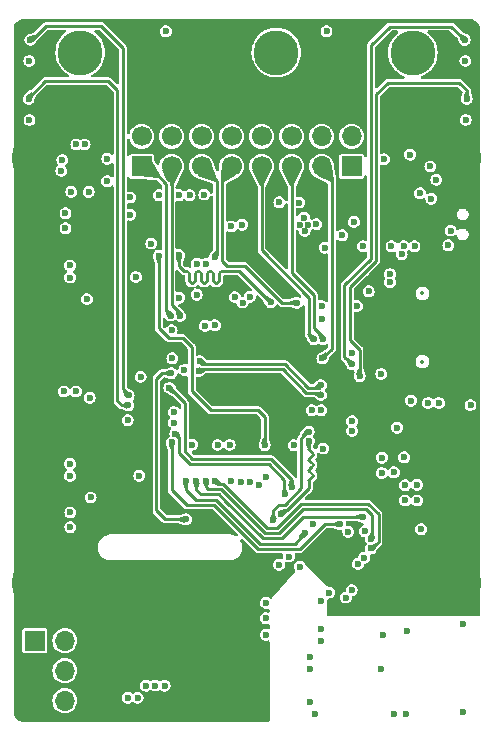
<source format=gbr>
%TF.GenerationSoftware,KiCad,Pcbnew,8.0.5*%
%TF.CreationDate,2024-11-08T19:29:56+08:00*%
%TF.ProjectId,STM32H730,53544d33-3248-4373-9330-2e6b69636164,rev?*%
%TF.SameCoordinates,Original*%
%TF.FileFunction,Copper,L2,Inr*%
%TF.FilePolarity,Positive*%
%FSLAX46Y46*%
G04 Gerber Fmt 4.6, Leading zero omitted, Abs format (unit mm)*
G04 Created by KiCad (PCBNEW 8.0.5) date 2024-11-08 19:29:56*
%MOMM*%
%LPD*%
G01*
G04 APERTURE LIST*
%TA.AperFunction,ComponentPad*%
%ADD10R,1.700000X1.700000*%
%TD*%
%TA.AperFunction,ComponentPad*%
%ADD11O,1.700000X1.700000*%
%TD*%
%TA.AperFunction,ComponentPad*%
%ADD12O,2.100000X1.000000*%
%TD*%
%TA.AperFunction,ComponentPad*%
%ADD13O,1.800000X1.000000*%
%TD*%
%TA.AperFunction,ComponentPad*%
%ADD14C,3.800000*%
%TD*%
%TA.AperFunction,ComponentPad*%
%ADD15R,3.800000X3.800000*%
%TD*%
%TA.AperFunction,ComponentPad*%
%ADD16C,1.700000*%
%TD*%
%TA.AperFunction,HeatsinkPad*%
%ADD17C,0.500000*%
%TD*%
%TA.AperFunction,ViaPad*%
%ADD18C,0.600000*%
%TD*%
%TA.AperFunction,Conductor*%
%ADD19C,0.254000*%
%TD*%
%ADD20C,0.300000*%
%ADD21C,0.350000*%
%ADD22O,1.700000X0.600000*%
%ADD23O,1.400000X0.600000*%
%ADD24C,0.200000*%
G04 APERTURE END LIST*
D10*
%TO.N,+5V*%
%TO.C,J7*%
X86050200Y-83149200D03*
D11*
%TO.N,SPI3_MISO_ECAT*%
X88590200Y-83149200D03*
%TO.N,GND*%
X86050200Y-85689200D03*
%TO.N,SPI3_SCLK_ECAT*%
X88590200Y-85689200D03*
%TO.N,GND*%
X86050200Y-88229200D03*
%TO.N,SPI3_MOSI_ECAT*%
X88590200Y-88229200D03*
%TD*%
D12*
%TO.N,GND*%
%TO.C,J5*%
X118375000Y-60950000D03*
D13*
X122555000Y-60950000D03*
D12*
X118375000Y-52310000D03*
D13*
X122555000Y-52310000D03*
%TD*%
D14*
%TO.N,GND*%
%TO.C,J3*%
X86000000Y-78250000D03*
%TD*%
D15*
%TO.N,GND*%
%TO.C,CN2*%
X101500000Y-33350000D03*
D14*
%TO.N,VIN*%
X106500000Y-33350000D03*
%TD*%
%TO.N,GND*%
%TO.C,J2*%
X122000000Y-42250000D03*
%TD*%
D10*
%TO.N,TIM15_CH1*%
%TO.C,CN5*%
X95095000Y-42985000D03*
D16*
%TO.N,+P5V*%
X95095000Y-40445000D03*
%TO.N,GND*%
X95095000Y-37905000D03*
%TO.N,TIM15_CH2*%
X97635000Y-42985000D03*
%TO.N,+P5V*%
X97635000Y-40445000D03*
%TO.N,GND*%
X97635000Y-37905000D03*
%TO.N,TIM4_CH2*%
X100175000Y-42985000D03*
%TO.N,+P5V*%
X100175000Y-40445000D03*
%TO.N,GND*%
X100175000Y-37905000D03*
%TO.N,TIM2_CH1*%
X102715000Y-42985000D03*
%TO.N,+P5V*%
X102715000Y-40445000D03*
%TO.N,GND*%
X102715000Y-37905000D03*
%TO.N,TIM1_CH1*%
X105255000Y-42985000D03*
%TO.N,+P5V*%
X105255000Y-40445000D03*
%TO.N,GND*%
X105255000Y-37905000D03*
%TO.N,TIM1_CH2*%
X107795000Y-42985000D03*
%TO.N,+P5V*%
X107795000Y-40445000D03*
%TO.N,GND*%
X107795000Y-37905000D03*
%TD*%
D15*
%TO.N,GND*%
%TO.C,CN8*%
X89900000Y-38350000D03*
D14*
%TO.N,VIN*%
X89900000Y-33350000D03*
%TD*%
%TO.N,GND*%
%TO.C,J1*%
X86000000Y-42250000D03*
%TD*%
D17*
%TO.N,GND*%
%TO.C,U4*%
X110820200Y-77858258D03*
X111509629Y-77168829D03*
X112199058Y-76479400D03*
X110130771Y-77168829D03*
X110820200Y-76479400D03*
X111509629Y-75789971D03*
X109441342Y-76479400D03*
X110130771Y-75789971D03*
X110820200Y-75100542D03*
%TD*%
D14*
%TO.N,GND*%
%TO.C,J4*%
X122000000Y-78250000D03*
%TD*%
D15*
%TO.N,GND*%
%TO.C,CN9*%
X118060000Y-38380000D03*
D14*
%TO.N,VIN*%
X118060000Y-33380000D03*
%TD*%
D10*
%TO.N,Net-(J6-Pin_1)*%
%TO.C,J6*%
X112875000Y-42985000D03*
D11*
%TO.N,TIM3_CH3*%
X110335000Y-42985000D03*
%TO.N,+P5V*%
X112875000Y-40445000D03*
X110335000Y-40445000D03*
%TO.N,GND*%
X112875000Y-37905000D03*
X110335000Y-37905000D03*
%TD*%
D18*
%TO.N,+3.3V*%
X117397500Y-69975000D03*
X105625148Y-79947681D03*
X103600000Y-47925000D03*
X109200000Y-47925000D03*
X108524998Y-47924999D03*
X121250000Y-48423398D03*
X115440000Y-67650000D03*
X97836737Y-64676944D03*
X96554000Y-45424998D03*
X115386138Y-60569000D03*
X97700000Y-59248200D03*
X113979011Y-73879389D03*
X98706400Y-60225000D03*
X110330000Y-54809800D03*
X98262000Y-54106800D03*
X97631074Y-56877000D03*
X108829000Y-47331399D03*
X105614600Y-81244050D03*
X95915426Y-49521960D03*
X109875000Y-47875000D03*
X117397500Y-71275000D03*
X97818000Y-63785200D03*
X108900000Y-48450000D03*
X115440000Y-68950000D03*
X102675000Y-48078001D03*
X99379000Y-66543107D03*
X110475000Y-66880936D03*
%TO.N,KEY_PD1*%
X121060750Y-49674250D03*
X110598000Y-49873000D03*
%TO.N,SWDIO*%
X113350398Y-54813200D03*
%TO.N,SWCLK*%
X114325400Y-53568600D03*
%TO.N,Net-(U3-CANH)*%
X88650000Y-48225000D03*
X89048800Y-51378601D03*
%TO.N,Net-(U3-CANL)*%
X89048800Y-52398601D03*
X88650000Y-46950000D03*
%TO.N,CAN1_TX*%
X99755234Y-51225000D03*
%TO.N,CAN1_RX*%
X99757903Y-53851275D03*
%TO.N,VBUS*%
X122941400Y-63195200D03*
X116125000Y-52099997D03*
X116730145Y-65113783D03*
X116125000Y-52800000D03*
X118757500Y-73706200D03*
%TO.N,EARTH*%
X115550000Y-82650000D03*
X122340000Y-89155000D03*
X122340000Y-81745000D03*
%TO.N,+3.3V_E*%
X108477909Y-76877148D03*
X105614600Y-82644050D03*
X110998000Y-79070200D03*
%TO.N,Net-(U4-VDDCR)*%
X113420211Y-76641011D03*
X113928211Y-76133011D03*
%TO.N,+5V*%
X118200000Y-49750000D03*
X93909000Y-64475000D03*
X90452402Y-54222601D03*
X90695000Y-62575000D03*
X106750169Y-46029851D03*
X116250000Y-49750000D03*
X95002572Y-60815123D03*
X94600000Y-52352601D03*
X117275000Y-49750000D03*
X113850000Y-49750000D03*
X113069592Y-47687499D03*
X94900000Y-69180000D03*
X117112865Y-50430967D03*
X108427000Y-46050000D03*
X90770000Y-71025000D03*
%TO.N,Net-(U6-BST)*%
X89150000Y-45150000D03*
%TO.N,Net-(U6-SW)*%
X90611481Y-45150000D03*
%TO.N,Net-(U6-EN)*%
X88300000Y-43375000D03*
%TO.N,Net-(U6-VCC)*%
X92185881Y-42350000D03*
%TO.N,VIN*%
X90262500Y-41137500D03*
X89562497Y-41137500D03*
X97150000Y-31558900D03*
X110750000Y-31559500D03*
X117825000Y-42000000D03*
%TO.N,Net-(U9-CANL)*%
X89050000Y-69200201D03*
X89051400Y-72288000D03*
%TO.N,Net-(U9-CANH)*%
X89051400Y-73538000D03*
X89050000Y-68180201D03*
%TO.N,Net-(U10-CANH)*%
X88515000Y-62050000D03*
%TO.N,Net-(U10-CANL)*%
X89535000Y-62050000D03*
%TO.N,P1_TXON*%
X109758623Y-89320000D03*
%TO.N,P1_RXIN*%
X109374400Y-85585502D03*
%TO.N,P1_RXIP*%
X109376400Y-84556600D03*
%TO.N,P1_TXOP*%
X109374400Y-88341200D03*
%TO.N,Net-(D3-A)*%
X117525800Y-82346800D03*
X112875732Y-78865574D03*
%TO.N,Net-(D4-A)*%
X117449600Y-89320000D03*
X112385053Y-79497427D03*
%TO.N,CAN2_TX*%
X100479294Y-56496613D03*
%TO.N,CAN2_RX*%
X101289000Y-56451692D03*
%TO.N,CAN3_TX*%
X110275000Y-61525000D03*
X100005054Y-59500564D03*
%TO.N,CAN3_RX*%
X110271523Y-62333890D03*
X99975000Y-60300000D03*
%TO.N,Net-(U6-FB)*%
X92175000Y-44250000D03*
%TO.N,Net-(U6-ILIM)*%
X88393072Y-42445873D03*
%TO.N,ETH_MDIO*%
X97650749Y-66354464D03*
X111907376Y-73285238D03*
%TO.N,ETH_RXD0*%
X100528653Y-69653653D03*
X114527067Y-74528950D03*
%TO.N,Net-(U4-RBIAS)*%
X110317224Y-79761024D03*
%TO.N,Net-(U4-TXD1)*%
X106725000Y-76725000D03*
%TO.N,Net-(U4-TXD0)*%
X107554634Y-76026999D03*
%TO.N,Net-(U4-~{INT}{slash}REFCLKO)*%
X109575413Y-73285237D03*
%TO.N,ETH_MDC*%
X107803089Y-70177000D03*
X97439352Y-61750000D03*
%TO.N,ETH_RXD1*%
X114528849Y-75328951D03*
X101328617Y-69645784D03*
%TO.N,Net-(U4-CRS_DV{slash}MODE2)*%
X112588152Y-73924048D03*
%TO.N,Net-(R4-Pad2)*%
X110310200Y-83134200D03*
%TO.N,Net-(R5-Pad2)*%
X110310200Y-82169000D03*
%TO.N,ETH_REFCLK*%
X97941452Y-65609148D03*
X107237401Y-70742687D03*
%TO.N,ETH_CRS_DV*%
X113856762Y-72661217D03*
X99727285Y-69663026D03*
%TO.N,ETH_TXD0*%
X106882442Y-72381750D03*
X109247191Y-66253936D03*
%TO.N,ETH_TXD1*%
X106255443Y-72957000D03*
X109243952Y-65453940D03*
%TO.N,GND*%
X119375000Y-80000000D03*
X103875000Y-87325000D03*
X92000000Y-48225000D03*
X104775000Y-65100000D03*
X86000000Y-69550000D03*
X85825000Y-81025000D03*
X86000000Y-51175000D03*
X110820200Y-76479400D03*
X86000000Y-61075000D03*
X100000000Y-61475000D03*
X95875000Y-76975000D03*
X110820200Y-77893614D03*
X88025000Y-56325000D03*
X120650000Y-35150000D03*
X122936500Y-45800000D03*
X110275000Y-69625000D03*
X99650000Y-64250000D03*
X91205879Y-41936119D03*
X105200000Y-56025000D03*
X92100000Y-83775000D03*
X103875000Y-86125000D03*
X108275000Y-58475000D03*
X106675000Y-62575000D03*
X86000000Y-52650000D03*
X86000000Y-62275000D03*
X122340000Y-75536200D03*
X111850000Y-67025000D03*
X92100000Y-80175000D03*
X94450000Y-76950000D03*
X115875000Y-35175000D03*
X100950000Y-72750000D03*
X86000000Y-74250000D03*
X94250000Y-71850000D03*
X115400000Y-85550000D03*
X88075000Y-45225000D03*
X101950000Y-87325000D03*
X106650000Y-56250000D03*
X86000000Y-49975000D03*
X88050000Y-58325000D03*
X98825000Y-48825000D03*
X86000000Y-65950000D03*
X100025000Y-65175000D03*
X115975000Y-75725000D03*
X102900000Y-86238500D03*
X101950000Y-84925000D03*
X86000000Y-59875000D03*
X92300000Y-54975000D03*
X89150000Y-49975000D03*
X92100000Y-86238500D03*
X105525000Y-57550000D03*
X114600000Y-64150000D03*
X95175000Y-77825000D03*
X87900000Y-64475000D03*
X101950000Y-88525000D03*
X109550000Y-76479400D03*
X111625000Y-80275000D03*
X114625000Y-76975000D03*
X86000000Y-45125000D03*
X85600000Y-35625000D03*
X104075000Y-80200000D03*
X118550000Y-76000000D03*
X120925000Y-32075000D03*
X86000000Y-75450000D03*
X86000000Y-46375000D03*
X107900000Y-62500000D03*
X115975000Y-74675000D03*
X92100000Y-81375000D03*
X100950000Y-73675000D03*
X111075000Y-70075000D03*
X86000000Y-55050000D03*
X102050000Y-73675000D03*
X114425000Y-61250000D03*
X86000000Y-71850000D03*
X99275000Y-57150000D03*
X116000000Y-73700000D03*
X118825000Y-78025000D03*
X92100000Y-82575000D03*
X114275000Y-70725000D03*
X99875000Y-73650000D03*
X86000000Y-56250000D03*
X86000000Y-73050000D03*
X100850000Y-65650000D03*
X107575000Y-63600000D03*
X105525000Y-61650000D03*
X122936500Y-50000000D03*
X98675000Y-59300000D03*
X86000000Y-64750000D03*
X86000000Y-63475000D03*
X92000000Y-45925000D03*
X110820200Y-75050000D03*
X86000000Y-47575000D03*
X112175000Y-76475000D03*
X120986500Y-46200000D03*
X112075000Y-46975000D03*
X110025000Y-70825000D03*
X111275000Y-69000000D03*
X86000000Y-58675000D03*
X103875000Y-83725000D03*
X99950000Y-58025000D03*
X107125000Y-65000000D03*
X101950000Y-83725000D03*
X92100000Y-84975000D03*
X86000000Y-53850000D03*
X87475000Y-31950000D03*
X86000000Y-57450000D03*
X122900000Y-35600000D03*
X86000000Y-70650000D03*
X108100000Y-56900000D03*
X101250000Y-62925000D03*
X86000000Y-48775000D03*
X106600000Y-61350000D03*
X116450000Y-89320000D03*
X103875000Y-88525000D03*
X101950000Y-86125000D03*
X107125000Y-57625000D03*
X86000000Y-68350000D03*
X103875000Y-84925000D03*
X100825000Y-64675000D03*
X115975000Y-72750000D03*
X86000000Y-67150000D03*
X92025000Y-35100000D03*
X89200000Y-81425000D03*
X104400000Y-50705000D03*
X99425000Y-55025000D03*
X109175000Y-59950000D03*
%TO.N,Net-(D1-A)*%
X120271200Y-63025000D03*
X119352893Y-63025000D03*
%TO.N,ETH_nRST*%
X108932804Y-74058844D03*
X98840318Y-69609682D03*
%TO.N,BUZZER*%
X117902891Y-62825000D03*
%TO.N,Net-(U1-BOOT0)*%
X100576906Y-51224188D03*
%TO.N,NRST*%
X97600138Y-60496001D03*
X98844787Y-72875001D03*
%TO.N,SPI3_MOSI_ECAT*%
X104270867Y-54026269D03*
%TO.N,SPI3_MISO_ECAT*%
X102997000Y-54051200D03*
%TO.N,SPI3_SCLK_ECAT*%
X103643402Y-54522547D03*
%TO.N,USART4_RX*%
X112075000Y-48825000D03*
%TO.N,FLASH_CS*%
X96554000Y-50575000D03*
X105511600Y-66588400D03*
%TO.N,FLASH_IO1*%
X98262000Y-50499000D03*
X106044144Y-54480856D03*
%TO.N,FLASH_SCK*%
X102543000Y-66575000D03*
X99160000Y-45425000D03*
%TO.N,FLASH_IO3*%
X101525000Y-66575000D03*
X98262000Y-45425000D03*
%TO.N,FLASH_IO0*%
X112896400Y-58750200D03*
X100402878Y-45375000D03*
%TO.N,SPI4_SCK*%
X105612501Y-69254681D03*
%TO.N,SPI4_MISO*%
X96237354Y-86949866D03*
%TO.N,SPI4_MOSI*%
X97037309Y-86958544D03*
%TO.N,TIM3_CH3*%
X110400000Y-59250000D03*
%TO.N,INT1_GYRO*%
X102675156Y-69665644D03*
%TO.N,CS1_GYRO*%
X104273470Y-69670803D03*
%TO.N,INT1_ACCEL*%
X103474193Y-69704870D03*
%TO.N,CS1_ACCEL*%
X105003549Y-69997893D03*
%TO.N,TIM15_CH2*%
X98354508Y-55646136D03*
%TO.N,TIM2_CH1*%
X108250000Y-54552000D03*
%TO.N,TIM15_CH1*%
X97550000Y-55623000D03*
%TO.N,TIM1_CH1*%
X109657716Y-57625746D03*
%TO.N,TIM4_CH2*%
X101273072Y-50701928D03*
%TO.N,TIM1_CH2*%
X110457713Y-57623000D03*
%TO.N,USART1_RX*%
X112919754Y-64574045D03*
%TO.N,USART1_TX*%
X112925342Y-65374028D03*
X118417500Y-69950000D03*
%TO.N,TIM8_CH2N*%
X95437352Y-86950002D03*
%TO.N,LED1*%
X112915757Y-59750000D03*
X122447581Y-32272501D03*
%TO.N,LED2*%
X122622390Y-37272500D03*
X113550000Y-60748400D03*
%TO.N,LED3*%
X93975000Y-63225000D03*
X85537581Y-37272501D03*
%TO.N,LED4*%
X85682390Y-32272500D03*
X94000000Y-62375000D03*
%TO.N,Net-(D5-K)*%
X122525000Y-39062500D03*
%TO.N,Net-(D6-K)*%
X122510000Y-34062500D03*
%TO.N,Net-(D7-K)*%
X85600000Y-39062500D03*
%TO.N,Net-(D8-K)*%
X85585000Y-34062500D03*
%TO.N,GND1*%
X93925000Y-87975000D03*
%TO.N,Heat_PWR*%
X94749967Y-87988498D03*
%TO.N,Net-(C13-Pad1)*%
X110330000Y-55876117D03*
%TO.N,+P5V*%
X94131000Y-45625000D03*
X94131000Y-47075000D03*
%TO.N,Net-(U15-VCC)*%
X115600002Y-42375000D03*
%TO.N,Net-(U15-BST)*%
X118670000Y-45275000D03*
%TO.N,Net-(U15-SW)*%
X119625000Y-45725000D03*
%TO.N,Net-(U15-EN)*%
X120050000Y-44125000D03*
%TO.N,Net-(U15-ILIM)*%
X119550000Y-43000000D03*
%TO.N,Net-(C14-Pad1)*%
X107993191Y-66600000D03*
%TO.N,USART3_RX*%
X110302237Y-63622510D03*
%TO.N,USART3_TX*%
X109502354Y-63636358D03*
X116460000Y-68900000D03*
%TO.N,Net-(CN12-Pad3)*%
X118417500Y-71275000D03*
%TO.N,Net-(CN13-Pad2)*%
X117325000Y-67625000D03*
%TD*%
D19*
%TO.N,CAN3_TX*%
X107213052Y-59721000D02*
X100225490Y-59721000D01*
X109217052Y-61725000D02*
X107213052Y-59721000D01*
X100225490Y-59721000D02*
X100005054Y-59500564D01*
X110275000Y-61525000D02*
X110075000Y-61725000D01*
X110075000Y-61725000D02*
X109217052Y-61725000D01*
%TO.N,CAN3_RX*%
X110116633Y-62179000D02*
X109029000Y-62179000D01*
X109029000Y-62179000D02*
X107025000Y-60175000D01*
X100100000Y-60175000D02*
X99975000Y-60300000D01*
X107025000Y-60175000D02*
X100100000Y-60175000D01*
X110271523Y-62333890D02*
X110116633Y-62179000D01*
%TO.N,ETH_MDIO*%
X97650749Y-66354464D02*
X97663000Y-66366715D01*
X97663000Y-70413000D02*
X98925600Y-71675600D01*
X98925600Y-71675600D02*
X101230191Y-71675600D01*
X101230191Y-71675600D02*
X104954591Y-75400000D01*
X97663000Y-66366715D02*
X97663000Y-70413000D01*
X110593122Y-73285238D02*
X111907376Y-73285238D01*
X104954591Y-75400000D02*
X108478360Y-75400000D01*
X108478360Y-75400000D02*
X110593122Y-73285238D01*
%TO.N,ETH_RXD0*%
X100528653Y-70128653D02*
X100713600Y-70313600D01*
X114091257Y-72009000D02*
X114606011Y-72523754D01*
X114606011Y-74450006D02*
X114527067Y-74528950D01*
X105518747Y-74038000D02*
X106754956Y-74038000D01*
X100528653Y-69653653D02*
X100528653Y-70128653D01*
X108783956Y-72009000D02*
X114091257Y-72009000D01*
X101794349Y-70313600D02*
X101794349Y-70313602D01*
X100713600Y-70313600D02*
X101794349Y-70313600D01*
X101794349Y-70313602D02*
X105518747Y-74038000D01*
X114606011Y-72523754D02*
X114606011Y-74450006D01*
X106754956Y-74038000D02*
X108783956Y-72009000D01*
%TO.N,ETH_MDC*%
X106042052Y-67750000D02*
X107803089Y-69511037D01*
X98752000Y-63027000D02*
X98752000Y-67102000D01*
X99400000Y-67750000D02*
X106042052Y-67750000D01*
X98752000Y-67102000D02*
X99400000Y-67750000D01*
X97439352Y-61750000D02*
X97475000Y-61750000D01*
X97475000Y-61750000D02*
X98752000Y-63027000D01*
X107803089Y-69511037D02*
X107803089Y-70177000D01*
%TO.N,ETH_RXD1*%
X101982399Y-69859600D02*
X105706799Y-73584000D01*
X108599104Y-71551800D02*
X114276110Y-71551800D01*
X101542433Y-69859600D02*
X101982399Y-69859600D01*
X105706799Y-73584000D02*
X106566904Y-73584000D01*
X106566904Y-73584000D02*
X108599104Y-71551800D01*
X115154067Y-74788662D02*
X114613778Y-75328951D01*
X101328617Y-69645784D02*
X101542433Y-69859600D01*
X114613778Y-75328951D02*
X114528849Y-75328951D01*
X114276110Y-71551800D02*
X115154067Y-72429757D01*
X115154067Y-72429757D02*
X115154067Y-74788662D01*
%TO.N,ETH_REFCLK*%
X107176089Y-70681375D02*
X107176089Y-69526089D01*
X107176089Y-69526089D02*
X105854000Y-68204000D01*
X98298000Y-65965696D02*
X97941452Y-65609148D01*
X107237401Y-70742687D02*
X107176089Y-70681375D01*
X105854000Y-68204000D02*
X99211947Y-68204000D01*
X99211947Y-68204000D02*
X98298000Y-67290053D01*
X98298000Y-67290053D02*
X98298000Y-65965696D01*
%TO.N,ETH_CRS_DV*%
X113853783Y-72658238D02*
X113856762Y-72661217D01*
X108776770Y-72658238D02*
X113853783Y-72658238D01*
X100117600Y-70767600D02*
X101606296Y-70767600D01*
X99727285Y-69663026D02*
X99727285Y-70377285D01*
X99727285Y-70377285D02*
X100117600Y-70767600D01*
X101606296Y-70767600D02*
X102138191Y-71299495D01*
X105330695Y-74492000D02*
X106943008Y-74492000D01*
X106943008Y-74492000D02*
X108776770Y-72658238D01*
X102138191Y-71299496D02*
X105330695Y-74492000D01*
X102138191Y-71299495D02*
X102138191Y-71299496D01*
%TO.N,ETH_TXD0*%
X109617191Y-68222128D02*
X109617191Y-68312928D01*
X109247191Y-69584128D02*
X109247191Y-69674928D01*
X109428791Y-68040528D02*
X109435591Y-68040528D01*
X109617191Y-69130128D02*
X109617191Y-69220928D01*
X109428791Y-68948528D02*
X109435591Y-68948528D01*
X109247191Y-70261661D02*
X107410401Y-72098451D01*
X109247191Y-68676128D02*
X109247191Y-68766928D01*
X109247191Y-66253936D02*
X109247191Y-66950928D01*
X107165741Y-72098451D02*
X106882442Y-72381750D01*
X109617191Y-67314128D02*
X109617191Y-67404928D01*
X109435591Y-69402528D02*
X109428791Y-69402528D01*
X109247191Y-69674928D02*
X109247191Y-69950000D01*
X109435591Y-67586528D02*
X109428791Y-67586528D01*
X109435591Y-68494528D02*
X109428791Y-68494528D01*
X109428791Y-67132528D02*
X109435591Y-67132528D01*
X109247191Y-67768128D02*
X109247191Y-67858928D01*
X109247191Y-69950000D02*
X109247191Y-70261661D01*
X107410401Y-72098451D02*
X107165741Y-72098451D01*
X109247191Y-68766928D02*
G75*
G03*
X109428791Y-68948509I181609J28D01*
G01*
X109428791Y-67586528D02*
G75*
G03*
X109247228Y-67768128I9J-181572D01*
G01*
X109617191Y-68312928D02*
G75*
G02*
X109435591Y-68494491I-181591J28D01*
G01*
X109247191Y-67858928D02*
G75*
G03*
X109428791Y-68040509I181609J28D01*
G01*
X109435591Y-67132528D02*
G75*
G02*
X109617172Y-67314128I9J-181572D01*
G01*
X109617191Y-69220928D02*
G75*
G02*
X109435591Y-69402491I-181591J28D01*
G01*
X109428791Y-69402528D02*
G75*
G03*
X109247228Y-69584128I9J-181572D01*
G01*
X109428791Y-68494528D02*
G75*
G03*
X109247228Y-68676128I9J-181572D01*
G01*
X109247191Y-66950928D02*
G75*
G03*
X109428791Y-67132509I181609J28D01*
G01*
X109617191Y-67404928D02*
G75*
G02*
X109435591Y-67586491I-181591J28D01*
G01*
X109435591Y-68948528D02*
G75*
G02*
X109617172Y-69130128I9J-181572D01*
G01*
X109435591Y-68040528D02*
G75*
G02*
X109617172Y-68222128I9J-181572D01*
G01*
%TO.N,ETH_TXD1*%
X107222349Y-71644451D02*
X108620191Y-70246609D01*
X108620191Y-65994224D02*
X109160475Y-65453940D01*
X106255443Y-72957000D02*
X106255442Y-72641462D01*
X108620191Y-70246609D02*
X108620191Y-65994224D01*
X106255442Y-72122038D02*
X106733029Y-71644451D01*
X109160475Y-65453940D02*
X109243952Y-65453940D01*
X106255442Y-72641462D02*
X106255442Y-72122038D01*
X106733029Y-71644451D02*
X107222349Y-71644451D01*
%TO.N,ETH_nRST*%
X108054000Y-74946000D02*
X108932804Y-74067196D01*
X101418244Y-71221600D02*
X101684191Y-71487547D01*
X101684191Y-71487548D02*
X105142643Y-74946000D01*
X105142643Y-74946000D02*
X108054000Y-74946000D01*
X108932804Y-74067196D02*
X108932804Y-74058844D01*
X99696600Y-71221600D02*
X101418244Y-71221600D01*
X98840318Y-70365318D02*
X99696600Y-71221600D01*
X101684191Y-71487547D02*
X101684191Y-71487548D01*
X98840318Y-69609682D02*
X98840318Y-70365318D01*
%TO.N,NRST*%
X97600138Y-60496001D02*
X97686400Y-60409739D01*
X96350000Y-72125000D02*
X97100001Y-72875001D01*
X96803999Y-60496001D02*
X96350000Y-60950000D01*
X97600138Y-60496001D02*
X96803999Y-60496001D01*
X97100001Y-72875001D02*
X98844787Y-72875001D01*
X96350000Y-60950000D02*
X96350000Y-72125000D01*
%TO.N,FLASH_CS*%
X96554000Y-56686638D02*
X96554000Y-50575000D01*
X105511600Y-64186600D02*
X104956600Y-63631600D01*
X97371362Y-57504000D02*
X96554000Y-56686638D01*
X100931600Y-63631600D02*
X99333400Y-62033400D01*
X99333400Y-62033400D02*
X99333400Y-58258400D01*
X104956600Y-63631600D02*
X100931600Y-63631600D01*
X105511600Y-66588400D02*
X105511600Y-64186600D01*
X99333400Y-58258400D02*
X98579000Y-57504000D01*
X98579000Y-57504000D02*
X97371362Y-57504000D01*
%TO.N,FLASH_IO1*%
X101161316Y-52055200D02*
X101161316Y-52664800D01*
X100653316Y-52664800D02*
X100653316Y-52055200D01*
X99129316Y-52055200D02*
X99129316Y-52664800D01*
X100145316Y-52055200D02*
X100145316Y-52664800D01*
X101364516Y-52868000D02*
X101466116Y-52868000D01*
X100856516Y-51852000D02*
X100958116Y-51852000D01*
X98262000Y-50499000D02*
X98262000Y-51412000D01*
X100348516Y-52868000D02*
X100450116Y-52868000D01*
X99637316Y-52664800D02*
X99637316Y-52055200D01*
X99840516Y-51852000D02*
X99942116Y-51852000D01*
X106005856Y-54480856D02*
X106044144Y-54480856D01*
X98262000Y-51412000D02*
X98702000Y-51852000D01*
X101974116Y-51852000D02*
X102350000Y-51852000D01*
X101872516Y-51852000D02*
X101974116Y-51852000D01*
X101669316Y-52664800D02*
X101669316Y-52055200D01*
X98702000Y-51852000D02*
X98926116Y-51852000D01*
X99332516Y-52868000D02*
X99434116Y-52868000D01*
X102350000Y-51852000D02*
X103377000Y-51852000D01*
X103377000Y-51852000D02*
X106005856Y-54480856D01*
X99129316Y-52664800D02*
G75*
G03*
X99332516Y-52867984I203184J0D01*
G01*
X99942116Y-51852000D02*
G75*
G02*
X100145300Y-52055200I-16J-203200D01*
G01*
X100958116Y-51852000D02*
G75*
G02*
X101161300Y-52055200I-16J-203200D01*
G01*
X99637316Y-52055200D02*
G75*
G02*
X99840516Y-51852016I203184J0D01*
G01*
X100450116Y-52868000D02*
G75*
G03*
X100653300Y-52664800I-16J203200D01*
G01*
X98926116Y-51852000D02*
G75*
G02*
X99129300Y-52055200I-16J-203200D01*
G01*
X99434116Y-52868000D02*
G75*
G03*
X99637300Y-52664800I-16J203200D01*
G01*
X100145316Y-52664800D02*
G75*
G03*
X100348516Y-52867984I203184J0D01*
G01*
X101161316Y-52664800D02*
G75*
G03*
X101364516Y-52867984I203184J0D01*
G01*
X101669316Y-52055200D02*
G75*
G02*
X101872516Y-51852016I203184J0D01*
G01*
X101466116Y-52868000D02*
G75*
G03*
X101669300Y-52664800I-16J203200D01*
G01*
X100653316Y-52055200D02*
G75*
G02*
X100856516Y-51852016I203184J0D01*
G01*
%TO.N,TIM3_CH3*%
X111225000Y-58425000D02*
X111225000Y-43875000D01*
X110400000Y-59250000D02*
X111225000Y-58425000D01*
X111225000Y-43875000D02*
X110335000Y-42985000D01*
%TO.N,TIM15_CH2*%
X98354508Y-55429508D02*
X97635000Y-54710000D01*
X97635000Y-54710000D02*
X97635000Y-42985000D01*
X98354508Y-55646136D02*
X98354508Y-55429508D01*
%TO.N,TIM2_CH1*%
X108250000Y-54552000D02*
X107002000Y-54552000D01*
X102298000Y-51398000D02*
X101900072Y-51000072D01*
X101900072Y-43799928D02*
X102715000Y-42985000D01*
X101900072Y-51000072D02*
X101900072Y-43799928D01*
X103848000Y-51398000D02*
X102298000Y-51398000D01*
X107002000Y-54552000D02*
X103848000Y-51398000D01*
%TO.N,TIM15_CH1*%
X97181000Y-55254000D02*
X97181000Y-44481000D01*
X97550000Y-55623000D02*
X97181000Y-55254000D01*
X95685000Y-42985000D02*
X95095000Y-42985000D01*
X97181000Y-44481000D02*
X95685000Y-42985000D01*
%TO.N,TIM1_CH1*%
X109249000Y-57217030D02*
X109249000Y-54099000D01*
X109657716Y-57625746D02*
X109249000Y-57217030D01*
X109249000Y-54099000D02*
X105255000Y-50105000D01*
X105255000Y-50105000D02*
X105255000Y-42985000D01*
%TO.N,TIM4_CH2*%
X101273072Y-50701928D02*
X101446072Y-50528928D01*
X101446072Y-44256072D02*
X100175000Y-42985000D01*
X101446072Y-50528928D02*
X101446072Y-44256072D01*
%TO.N,TIM1_CH2*%
X109703000Y-56703000D02*
X109703000Y-53910948D01*
X107800000Y-52007948D02*
X107800000Y-42990000D01*
X107800000Y-42990000D02*
X107795000Y-42985000D01*
X110457713Y-57457713D02*
X109703000Y-56703000D01*
X110457713Y-57623000D02*
X110457713Y-57457713D01*
X109703000Y-53910948D02*
X107800000Y-52007948D01*
%TO.N,LED1*%
X114500000Y-50800000D02*
X114500000Y-32750000D01*
X121328080Y-31153000D02*
X122447581Y-32272501D01*
X112269398Y-53030602D02*
X114500000Y-50800000D01*
X112915757Y-59750000D02*
X112269398Y-59103641D01*
X114500000Y-32750000D02*
X116097000Y-31153000D01*
X112269398Y-59103641D02*
X112269398Y-53030602D01*
X116097000Y-31153000D02*
X121328080Y-31153000D01*
%TO.N,LED2*%
X122622390Y-36522390D02*
X122622390Y-37272500D01*
X114954000Y-50988052D02*
X114954000Y-36896000D01*
X122000000Y-35900000D02*
X122622390Y-36522390D01*
X112723398Y-53218654D02*
X114954000Y-50988052D01*
X113550000Y-60748400D02*
X113550000Y-58517088D01*
X114954000Y-36896000D02*
X115950000Y-35900000D01*
X113550000Y-58517088D02*
X112723398Y-57690486D01*
X115950000Y-35900000D02*
X122000000Y-35900000D01*
X112723398Y-57690486D02*
X112723398Y-53218654D01*
%TO.N,LED3*%
X85537581Y-37272501D02*
X85537581Y-37162419D01*
X92275000Y-35775000D02*
X93050000Y-36550000D01*
X85537581Y-37162419D02*
X86925000Y-35775000D01*
X93413288Y-63225000D02*
X93975000Y-63225000D01*
X93050000Y-36550000D02*
X93050000Y-62861712D01*
X86925000Y-35775000D02*
X92275000Y-35775000D01*
X93050000Y-62861712D02*
X93413288Y-63225000D01*
%TO.N,LED4*%
X93504000Y-32929000D02*
X91675000Y-31100000D01*
X94000000Y-62375000D02*
X93504000Y-61879000D01*
X85827500Y-32272500D02*
X85682390Y-32272500D01*
X93504000Y-61879000D02*
X93504000Y-32929000D01*
X87000000Y-31100000D02*
X85827500Y-32272500D01*
X91675000Y-31100000D02*
X87000000Y-31100000D01*
%TD*%
%TA.AperFunction,Conductor*%
%TO.N,GND*%
G36*
X91555022Y-31447185D02*
G01*
X91575664Y-31463819D01*
X93140181Y-33028336D01*
X93173666Y-33089659D01*
X93176500Y-33116017D01*
X93176500Y-35913983D01*
X93156815Y-35981022D01*
X93104011Y-36026777D01*
X93034853Y-36036721D01*
X92971297Y-36007696D01*
X92964819Y-36001664D01*
X92476091Y-35512936D01*
X92476090Y-35512935D01*
X92401410Y-35469819D01*
X92401411Y-35469819D01*
X92373645Y-35462379D01*
X92318116Y-35447500D01*
X92318114Y-35447500D01*
X90936028Y-35447500D01*
X90868989Y-35427815D01*
X90823234Y-35375011D01*
X90813290Y-35305853D01*
X90842315Y-35242297D01*
X90871597Y-35217553D01*
X91114147Y-35070055D01*
X91337053Y-34888708D01*
X91533189Y-34678698D01*
X91698901Y-34443936D01*
X91831104Y-34188797D01*
X91927334Y-33918032D01*
X91985798Y-33636686D01*
X92005408Y-33350000D01*
X91985798Y-33063314D01*
X91927334Y-32781968D01*
X91924146Y-32772999D01*
X91844504Y-32548908D01*
X91831105Y-32511206D01*
X91831106Y-32511206D01*
X91698901Y-32256064D01*
X91533187Y-32021299D01*
X91454554Y-31937105D01*
X91337053Y-31811292D01*
X91135955Y-31647687D01*
X91096376Y-31590111D01*
X91094207Y-31520275D01*
X91130138Y-31460353D01*
X91192763Y-31429369D01*
X91214211Y-31427500D01*
X91487983Y-31427500D01*
X91555022Y-31447185D01*
G37*
%TD.AperFunction*%
%TA.AperFunction,Conductor*%
G36*
X116784557Y-31500185D02*
G01*
X116830312Y-31552989D01*
X116840256Y-31622147D01*
X116811231Y-31685703D01*
X116795773Y-31700688D01*
X116622950Y-31841289D01*
X116426812Y-32051299D01*
X116261098Y-32286064D01*
X116128894Y-32541206D01*
X116032667Y-32811962D01*
X116032666Y-32811965D01*
X115974201Y-33093319D01*
X115954592Y-33380000D01*
X115974201Y-33666680D01*
X116032666Y-33948034D01*
X116032667Y-33948037D01*
X116128894Y-34218793D01*
X116128893Y-34218793D01*
X116261098Y-34473935D01*
X116426812Y-34708700D01*
X116511923Y-34799831D01*
X116622947Y-34918708D01*
X116845853Y-35100055D01*
X117091375Y-35249361D01*
X117091377Y-35249362D01*
X117091379Y-35249363D01*
X117287997Y-35334766D01*
X117341644Y-35379529D01*
X117362573Y-35446190D01*
X117344141Y-35513585D01*
X117292199Y-35560315D01*
X117238595Y-35572500D01*
X115993116Y-35572500D01*
X115906884Y-35572500D01*
X115851354Y-35587379D01*
X115823589Y-35594819D01*
X115748911Y-35637934D01*
X115748908Y-35637936D01*
X115039181Y-36347664D01*
X114977858Y-36381149D01*
X114908166Y-36376165D01*
X114852233Y-36334293D01*
X114827816Y-36268829D01*
X114827500Y-36259983D01*
X114827500Y-32937017D01*
X114847185Y-32869978D01*
X114863819Y-32849336D01*
X116196336Y-31516819D01*
X116257659Y-31483334D01*
X116284017Y-31480500D01*
X116717518Y-31480500D01*
X116784557Y-31500185D01*
G37*
%TD.AperFunction*%
%TA.AperFunction,Conductor*%
G36*
X122907261Y-30504097D02*
G01*
X123054780Y-30518626D01*
X123078608Y-30523365D01*
X123214610Y-30564621D01*
X123237055Y-30573918D01*
X123362387Y-30640910D01*
X123382598Y-30654415D01*
X123492446Y-30744565D01*
X123509634Y-30761753D01*
X123599784Y-30871601D01*
X123613289Y-30891812D01*
X123680278Y-31017137D01*
X123689581Y-31039596D01*
X123730832Y-31175585D01*
X123735574Y-31199426D01*
X123750103Y-31346938D01*
X123750700Y-31359092D01*
X123750700Y-80927400D01*
X123731015Y-80994439D01*
X123678211Y-81040194D01*
X123626700Y-81051400D01*
X110944200Y-81051400D01*
X110877161Y-81031715D01*
X110831406Y-80978911D01*
X110820200Y-80927400D01*
X110820200Y-79788470D01*
X110821462Y-79770823D01*
X110822871Y-79761023D01*
X110822871Y-79761022D01*
X110821462Y-79751222D01*
X110820200Y-79733577D01*
X110820200Y-79694700D01*
X110839885Y-79627661D01*
X110892689Y-79581906D01*
X110944200Y-79570700D01*
X111069962Y-79570700D01*
X111069962Y-79570699D01*
X111208053Y-79530153D01*
X111258976Y-79497427D01*
X111879406Y-79497427D01*
X111899887Y-79639883D01*
X111946727Y-79742446D01*
X111959676Y-79770800D01*
X112053925Y-79879570D01*
X112175000Y-79957380D01*
X112175003Y-79957381D01*
X112175002Y-79957381D01*
X112313089Y-79997926D01*
X112313091Y-79997927D01*
X112313092Y-79997927D01*
X112457015Y-79997927D01*
X112457015Y-79997926D01*
X112595106Y-79957380D01*
X112716181Y-79879570D01*
X112810430Y-79770800D01*
X112870218Y-79639884D01*
X112890700Y-79497427D01*
X112890179Y-79493803D01*
X112890700Y-79490180D01*
X112890700Y-79488558D01*
X112890933Y-79488558D01*
X112900123Y-79424646D01*
X112945877Y-79371842D01*
X112977982Y-79357180D01*
X113085785Y-79325527D01*
X113206860Y-79247717D01*
X113301109Y-79138947D01*
X113360897Y-79008031D01*
X113381379Y-78865574D01*
X113360897Y-78723117D01*
X113301109Y-78592201D01*
X113206860Y-78483431D01*
X113085785Y-78405621D01*
X113085783Y-78405620D01*
X113085781Y-78405619D01*
X113085782Y-78405619D01*
X112947695Y-78365074D01*
X112947693Y-78365074D01*
X112803771Y-78365074D01*
X112803768Y-78365074D01*
X112665681Y-78405619D01*
X112544605Y-78483430D01*
X112450355Y-78592200D01*
X112450354Y-78592202D01*
X112390566Y-78723117D01*
X112370085Y-78865575D01*
X112370085Y-78865578D01*
X112370606Y-78869204D01*
X112370085Y-78872825D01*
X112370085Y-78874443D01*
X112369852Y-78874443D01*
X112360658Y-78938362D01*
X112314899Y-78991163D01*
X112282802Y-79005820D01*
X112175002Y-79037472D01*
X112053926Y-79115283D01*
X111959676Y-79224053D01*
X111959675Y-79224055D01*
X111899887Y-79354970D01*
X111879406Y-79497427D01*
X111258976Y-79497427D01*
X111329128Y-79452343D01*
X111423377Y-79343573D01*
X111483165Y-79212657D01*
X111503647Y-79070200D01*
X111483165Y-78927743D01*
X111423377Y-78796827D01*
X111329128Y-78688057D01*
X111208053Y-78610247D01*
X111208051Y-78610246D01*
X111208049Y-78610245D01*
X111208050Y-78610245D01*
X111069963Y-78569700D01*
X111069961Y-78569700D01*
X110926039Y-78569700D01*
X110926037Y-78569700D01*
X110923699Y-78570036D01*
X110921363Y-78569700D01*
X110917171Y-78569700D01*
X110917171Y-78569096D01*
X110854541Y-78560088D01*
X110818378Y-78534978D01*
X108932647Y-76649247D01*
X108907536Y-76613081D01*
X108903286Y-76603775D01*
X108903284Y-76603773D01*
X108903284Y-76603772D01*
X108868263Y-76563356D01*
X108809037Y-76495005D01*
X108687962Y-76417195D01*
X108687960Y-76417194D01*
X108687958Y-76417193D01*
X108687959Y-76417193D01*
X108549872Y-76376648D01*
X108549870Y-76376648D01*
X108405948Y-76376648D01*
X108405945Y-76376648D01*
X108267858Y-76417193D01*
X108146782Y-76495004D01*
X108052532Y-76603774D01*
X108052531Y-76603776D01*
X107992743Y-76734691D01*
X107972262Y-76877148D01*
X107992743Y-77019604D01*
X108052531Y-77150519D01*
X108052534Y-77150524D01*
X108071392Y-77172288D01*
X108100416Y-77235844D01*
X108090472Y-77305002D01*
X108071519Y-77334543D01*
X106144245Y-79565869D01*
X106085527Y-79603737D01*
X106015658Y-79603847D01*
X105963664Y-79570549D01*
X105962976Y-79571344D01*
X105957511Y-79566609D01*
X105956820Y-79566166D01*
X105956690Y-79566016D01*
X105956276Y-79565538D01*
X105835201Y-79487728D01*
X105835199Y-79487727D01*
X105835197Y-79487726D01*
X105835198Y-79487726D01*
X105697111Y-79447181D01*
X105697109Y-79447181D01*
X105553187Y-79447181D01*
X105553184Y-79447181D01*
X105415097Y-79487726D01*
X105294021Y-79565537D01*
X105199771Y-79674307D01*
X105199770Y-79674309D01*
X105139982Y-79805224D01*
X105119501Y-79947681D01*
X105139982Y-80090137D01*
X105199770Y-80221052D01*
X105199771Y-80221054D01*
X105294020Y-80329824D01*
X105415095Y-80407634D01*
X105415098Y-80407635D01*
X105415097Y-80407635D01*
X105553184Y-80448180D01*
X105553186Y-80448181D01*
X105553187Y-80448181D01*
X105697109Y-80448181D01*
X105776865Y-80424763D01*
X105846735Y-80424763D01*
X105905513Y-80462537D01*
X105934538Y-80526093D01*
X105935800Y-80543740D01*
X105935800Y-80651087D01*
X105916115Y-80718126D01*
X105863311Y-80763881D01*
X105794153Y-80773825D01*
X105776867Y-80770065D01*
X105686561Y-80743550D01*
X105542639Y-80743550D01*
X105542636Y-80743550D01*
X105404549Y-80784095D01*
X105283473Y-80861906D01*
X105189223Y-80970676D01*
X105189222Y-80970678D01*
X105129434Y-81101593D01*
X105108953Y-81244050D01*
X105129434Y-81386506D01*
X105189222Y-81517421D01*
X105189223Y-81517423D01*
X105283472Y-81626193D01*
X105404547Y-81704003D01*
X105404550Y-81704004D01*
X105404549Y-81704004D01*
X105542636Y-81744549D01*
X105542638Y-81744550D01*
X105542639Y-81744550D01*
X105686562Y-81744550D01*
X105686562Y-81744549D01*
X105722194Y-81734087D01*
X105776866Y-81718035D01*
X105846735Y-81718035D01*
X105905513Y-81755810D01*
X105934538Y-81819365D01*
X105935800Y-81837012D01*
X105935800Y-82051087D01*
X105916115Y-82118126D01*
X105863311Y-82163881D01*
X105794153Y-82173825D01*
X105776867Y-82170065D01*
X105686561Y-82143550D01*
X105542639Y-82143550D01*
X105542636Y-82143550D01*
X105404549Y-82184095D01*
X105283473Y-82261906D01*
X105189223Y-82370676D01*
X105189222Y-82370678D01*
X105129434Y-82501593D01*
X105108953Y-82644050D01*
X105129434Y-82786506D01*
X105189222Y-82917421D01*
X105189223Y-82917423D01*
X105283472Y-83026193D01*
X105404547Y-83104003D01*
X105404550Y-83104004D01*
X105404549Y-83104004D01*
X105542636Y-83144549D01*
X105542638Y-83144550D01*
X105542639Y-83144550D01*
X105686562Y-83144550D01*
X105686562Y-83144549D01*
X105722194Y-83134087D01*
X105776866Y-83118035D01*
X105846735Y-83118035D01*
X105905513Y-83155810D01*
X105934538Y-83219365D01*
X105935800Y-83237012D01*
X105935800Y-89895500D01*
X105916115Y-89962539D01*
X105863311Y-90008294D01*
X105811800Y-90019500D01*
X85105493Y-90019500D01*
X85093339Y-90018903D01*
X84945826Y-90004374D01*
X84921985Y-89999632D01*
X84853990Y-89979006D01*
X84785994Y-89958380D01*
X84763539Y-89949079D01*
X84685923Y-89907591D01*
X84638212Y-89882089D01*
X84618001Y-89868584D01*
X84508153Y-89778434D01*
X84490965Y-89761246D01*
X84400815Y-89651398D01*
X84387310Y-89631187D01*
X84336387Y-89535918D01*
X84320318Y-89505855D01*
X84311021Y-89483410D01*
X84269765Y-89347408D01*
X84265026Y-89323580D01*
X84250497Y-89176061D01*
X84249900Y-89163907D01*
X84249900Y-88229200D01*
X87534617Y-88229200D01*
X87554899Y-88435132D01*
X87558940Y-88448452D01*
X87614968Y-88633154D01*
X87712515Y-88815650D01*
X87712517Y-88815652D01*
X87843789Y-88975610D01*
X87940409Y-89054902D01*
X88003750Y-89106885D01*
X88186246Y-89204432D01*
X88384266Y-89264500D01*
X88384265Y-89264500D01*
X88402729Y-89266318D01*
X88590200Y-89284783D01*
X88796134Y-89264500D01*
X88994154Y-89204432D01*
X89176650Y-89106885D01*
X89336610Y-88975610D01*
X89467885Y-88815650D01*
X89565432Y-88633154D01*
X89625500Y-88435134D01*
X89645783Y-88229200D01*
X89625500Y-88023266D01*
X89610859Y-87975000D01*
X93419353Y-87975000D01*
X93439834Y-88117456D01*
X93445999Y-88130955D01*
X93499623Y-88248373D01*
X93593872Y-88357143D01*
X93714947Y-88434953D01*
X93714950Y-88434954D01*
X93714949Y-88434954D01*
X93853036Y-88475499D01*
X93853038Y-88475500D01*
X93853039Y-88475500D01*
X93996962Y-88475500D01*
X93996962Y-88475499D01*
X94134437Y-88435134D01*
X94135050Y-88434954D01*
X94135051Y-88434954D01*
X94135053Y-88434953D01*
X94256128Y-88357143D01*
X94256129Y-88357141D01*
X94262737Y-88352895D01*
X94329777Y-88333210D01*
X94396816Y-88352894D01*
X94411475Y-88365600D01*
X94412139Y-88364835D01*
X94418835Y-88370636D01*
X94418839Y-88370641D01*
X94539914Y-88448451D01*
X94539917Y-88448452D01*
X94539916Y-88448452D01*
X94678003Y-88488997D01*
X94678005Y-88488998D01*
X94678006Y-88488998D01*
X94821929Y-88488998D01*
X94821929Y-88488997D01*
X94960020Y-88448451D01*
X95081095Y-88370641D01*
X95175344Y-88261871D01*
X95235132Y-88130955D01*
X95255614Y-87988498D01*
X95235132Y-87846041D01*
X95175344Y-87715125D01*
X95081095Y-87606355D01*
X95081093Y-87606353D01*
X95077007Y-87601638D01*
X95047982Y-87538082D01*
X95048767Y-87532618D01*
X95016598Y-87542064D01*
X94965087Y-87530859D01*
X94960015Y-87528542D01*
X94821930Y-87487998D01*
X94821928Y-87487998D01*
X94678006Y-87487998D01*
X94678003Y-87487998D01*
X94539916Y-87528543D01*
X94412228Y-87610603D01*
X94345188Y-87630287D01*
X94278149Y-87610602D01*
X94263491Y-87597896D01*
X94262828Y-87598663D01*
X94256131Y-87592860D01*
X94256128Y-87592857D01*
X94135053Y-87515047D01*
X94135051Y-87515046D01*
X94135049Y-87515045D01*
X94135050Y-87515045D01*
X93996963Y-87474500D01*
X93996961Y-87474500D01*
X93853039Y-87474500D01*
X93853036Y-87474500D01*
X93714949Y-87515045D01*
X93593873Y-87592856D01*
X93499623Y-87701626D01*
X93499622Y-87701628D01*
X93439834Y-87832543D01*
X93419353Y-87975000D01*
X89610859Y-87975000D01*
X89565432Y-87825246D01*
X89467885Y-87642750D01*
X89374160Y-87528545D01*
X89336610Y-87482789D01*
X89176652Y-87351517D01*
X89176653Y-87351517D01*
X89176650Y-87351515D01*
X88994154Y-87253968D01*
X88796134Y-87193900D01*
X88796132Y-87193899D01*
X88796134Y-87193899D01*
X88590200Y-87173617D01*
X88384267Y-87193899D01*
X88186243Y-87253969D01*
X88079147Y-87311214D01*
X88003750Y-87351515D01*
X88003748Y-87351516D01*
X88003747Y-87351517D01*
X87843789Y-87482789D01*
X87712517Y-87642747D01*
X87614969Y-87825243D01*
X87554899Y-88023267D01*
X87534617Y-88229200D01*
X84249900Y-88229200D01*
X84249900Y-86950002D01*
X94931705Y-86950002D01*
X94952186Y-87092458D01*
X94998514Y-87193900D01*
X95011975Y-87223375D01*
X95106224Y-87332145D01*
X95106225Y-87332145D01*
X95110311Y-87336861D01*
X95139336Y-87400417D01*
X95138550Y-87405880D01*
X95170720Y-87396435D01*
X95222235Y-87407642D01*
X95227297Y-87409954D01*
X95227299Y-87409955D01*
X95227300Y-87409955D01*
X95227304Y-87409957D01*
X95340119Y-87443081D01*
X95364924Y-87450365D01*
X95365388Y-87450501D01*
X95365390Y-87450502D01*
X95365391Y-87450502D01*
X95509314Y-87450502D01*
X95509314Y-87450501D01*
X95618313Y-87418497D01*
X95647402Y-87409956D01*
X95647403Y-87409956D01*
X95647615Y-87409820D01*
X95768480Y-87332145D01*
X95768481Y-87332143D01*
X95770418Y-87330899D01*
X95837458Y-87311214D01*
X95904497Y-87330898D01*
X95913312Y-87336563D01*
X96027301Y-87409819D01*
X96027304Y-87409820D01*
X96027303Y-87409820D01*
X96165390Y-87450365D01*
X96165392Y-87450366D01*
X96165393Y-87450366D01*
X96309316Y-87450366D01*
X96309316Y-87450365D01*
X96446937Y-87409957D01*
X96447404Y-87409820D01*
X96447405Y-87409820D01*
X96453536Y-87405880D01*
X96563704Y-87335079D01*
X96630741Y-87315395D01*
X96697781Y-87335079D01*
X96699764Y-87336563D01*
X96706180Y-87340686D01*
X96706181Y-87340687D01*
X96827256Y-87418497D01*
X96827259Y-87418498D01*
X96827258Y-87418498D01*
X96965345Y-87459043D01*
X96965347Y-87459044D01*
X96965348Y-87459044D01*
X97109271Y-87459044D01*
X97109271Y-87459043D01*
X97247362Y-87418497D01*
X97368437Y-87340687D01*
X97462686Y-87231917D01*
X97522474Y-87101001D01*
X97542956Y-86958544D01*
X97522474Y-86816087D01*
X97462686Y-86685171D01*
X97368437Y-86576401D01*
X97247362Y-86498591D01*
X97247360Y-86498590D01*
X97247358Y-86498589D01*
X97247359Y-86498589D01*
X97109272Y-86458044D01*
X97109270Y-86458044D01*
X96965348Y-86458044D01*
X96965345Y-86458044D01*
X96827258Y-86498589D01*
X96710958Y-86573330D01*
X96643918Y-86593014D01*
X96576879Y-86573329D01*
X96574901Y-86571848D01*
X96460910Y-86498591D01*
X96447407Y-86489913D01*
X96447405Y-86489912D01*
X96447403Y-86489911D01*
X96447404Y-86489911D01*
X96309317Y-86449366D01*
X96309315Y-86449366D01*
X96165393Y-86449366D01*
X96165390Y-86449366D01*
X96027303Y-86489911D01*
X95904286Y-86568969D01*
X95837246Y-86588653D01*
X95770208Y-86568969D01*
X95647402Y-86490047D01*
X95509315Y-86449502D01*
X95509313Y-86449502D01*
X95365391Y-86449502D01*
X95365388Y-86449502D01*
X95227301Y-86490047D01*
X95106225Y-86567858D01*
X95011975Y-86676628D01*
X95011974Y-86676630D01*
X94952186Y-86807545D01*
X94931705Y-86950002D01*
X84249900Y-86950002D01*
X84249900Y-85689200D01*
X87534617Y-85689200D01*
X87554899Y-85895132D01*
X87554900Y-85895134D01*
X87614968Y-86093154D01*
X87712515Y-86275650D01*
X87712517Y-86275652D01*
X87843789Y-86435610D01*
X87920533Y-86498591D01*
X88003750Y-86566885D01*
X88186246Y-86664432D01*
X88384266Y-86724500D01*
X88384265Y-86724500D01*
X88402729Y-86726318D01*
X88590200Y-86744783D01*
X88796134Y-86724500D01*
X88994154Y-86664432D01*
X89176650Y-86566885D01*
X89336610Y-86435610D01*
X89467885Y-86275650D01*
X89565432Y-86093154D01*
X89625500Y-85895134D01*
X89645783Y-85689200D01*
X89625500Y-85483266D01*
X89565432Y-85285246D01*
X89467885Y-85102750D01*
X89415902Y-85039409D01*
X89336610Y-84942789D01*
X89176652Y-84811517D01*
X89176653Y-84811517D01*
X89176650Y-84811515D01*
X88994154Y-84713968D01*
X88796134Y-84653900D01*
X88796132Y-84653899D01*
X88796134Y-84653899D01*
X88590200Y-84633617D01*
X88384267Y-84653899D01*
X88186243Y-84713969D01*
X88076098Y-84772843D01*
X88003750Y-84811515D01*
X88003748Y-84811516D01*
X88003747Y-84811517D01*
X87843789Y-84942789D01*
X87712517Y-85102747D01*
X87614969Y-85285243D01*
X87554899Y-85483267D01*
X87534617Y-85689200D01*
X84249900Y-85689200D01*
X84249900Y-82279447D01*
X84999700Y-82279447D01*
X84999700Y-84018952D01*
X85011331Y-84077429D01*
X85011332Y-84077430D01*
X85055647Y-84143752D01*
X85121969Y-84188067D01*
X85121970Y-84188068D01*
X85180447Y-84199699D01*
X85180450Y-84199700D01*
X85180452Y-84199700D01*
X86919950Y-84199700D01*
X86919951Y-84199699D01*
X86934768Y-84196752D01*
X86978429Y-84188068D01*
X86978429Y-84188067D01*
X86978431Y-84188067D01*
X87044752Y-84143752D01*
X87089067Y-84077431D01*
X87089067Y-84077429D01*
X87089068Y-84077429D01*
X87100699Y-84018952D01*
X87100700Y-84018950D01*
X87100700Y-83149200D01*
X87534617Y-83149200D01*
X87554899Y-83355132D01*
X87554900Y-83355134D01*
X87614968Y-83553154D01*
X87712515Y-83735650D01*
X87712517Y-83735652D01*
X87843789Y-83895610D01*
X87940409Y-83974902D01*
X88003750Y-84026885D01*
X88186246Y-84124432D01*
X88384266Y-84184500D01*
X88384265Y-84184500D01*
X88402729Y-84186318D01*
X88590200Y-84204783D01*
X88796134Y-84184500D01*
X88994154Y-84124432D01*
X89176650Y-84026885D01*
X89336610Y-83895610D01*
X89467885Y-83735650D01*
X89565432Y-83553154D01*
X89625500Y-83355134D01*
X89645783Y-83149200D01*
X89625500Y-82943266D01*
X89565432Y-82745246D01*
X89467885Y-82562750D01*
X89415902Y-82499409D01*
X89336610Y-82402789D01*
X89186321Y-82279452D01*
X89176650Y-82271515D01*
X88994154Y-82173968D01*
X88796134Y-82113900D01*
X88796132Y-82113899D01*
X88796134Y-82113899D01*
X88590200Y-82093617D01*
X88384267Y-82113899D01*
X88249936Y-82154648D01*
X88186718Y-82173825D01*
X88186243Y-82173969D01*
X88098314Y-82220969D01*
X88003750Y-82271515D01*
X88003748Y-82271516D01*
X88003747Y-82271517D01*
X87843789Y-82402789D01*
X87712517Y-82562747D01*
X87614969Y-82745243D01*
X87554899Y-82943267D01*
X87534617Y-83149200D01*
X87100700Y-83149200D01*
X87100700Y-82279449D01*
X87100699Y-82279447D01*
X87089068Y-82220970D01*
X87089067Y-82220969D01*
X87044752Y-82154647D01*
X86978430Y-82110332D01*
X86978429Y-82110331D01*
X86919952Y-82098700D01*
X86919948Y-82098700D01*
X85180452Y-82098700D01*
X85180447Y-82098700D01*
X85121970Y-82110331D01*
X85121969Y-82110332D01*
X85055647Y-82154647D01*
X85011332Y-82220969D01*
X85011331Y-82220970D01*
X84999700Y-82279447D01*
X84249900Y-82279447D01*
X84249900Y-75153716D01*
X91399500Y-75153716D01*
X91399500Y-75346283D01*
X91432937Y-75535917D01*
X91490482Y-75694019D01*
X91496696Y-75711094D01*
X91498797Y-75716865D01*
X91498800Y-75716872D01*
X91562985Y-75828044D01*
X91594477Y-75882590D01*
X91595078Y-75883630D01*
X91595080Y-75883633D01*
X91718855Y-76031144D01*
X91778308Y-76081030D01*
X91866368Y-76154921D01*
X92033132Y-76251202D01*
X92214082Y-76317062D01*
X92403719Y-76350500D01*
X92403721Y-76350500D01*
X102596279Y-76350500D01*
X102596281Y-76350500D01*
X102785918Y-76317062D01*
X102966868Y-76251202D01*
X103133632Y-76154921D01*
X103281144Y-76031144D01*
X103404921Y-75883632D01*
X103501202Y-75716868D01*
X103567062Y-75535918D01*
X103600500Y-75346281D01*
X103600500Y-75250000D01*
X103600500Y-75223071D01*
X103600500Y-75153719D01*
X103567062Y-74964082D01*
X103501202Y-74783132D01*
X103462109Y-74715422D01*
X103445637Y-74647523D01*
X103468490Y-74581496D01*
X103523411Y-74538305D01*
X103592964Y-74531664D01*
X103655067Y-74563680D01*
X103657178Y-74565742D01*
X104692526Y-75601090D01*
X104753501Y-75662065D01*
X104828181Y-75705181D01*
X104911475Y-75727500D01*
X106949936Y-75727500D01*
X107016975Y-75747185D01*
X107062730Y-75799989D01*
X107072674Y-75869147D01*
X107069749Y-75882590D01*
X107048987Y-76026999D01*
X107062284Y-76119484D01*
X107052340Y-76188643D01*
X107006585Y-76241447D01*
X106939545Y-76261131D01*
X106904612Y-76256108D01*
X106796963Y-76224500D01*
X106796961Y-76224500D01*
X106653039Y-76224500D01*
X106653036Y-76224500D01*
X106514949Y-76265045D01*
X106393873Y-76342856D01*
X106299623Y-76451626D01*
X106299622Y-76451628D01*
X106239834Y-76582543D01*
X106219353Y-76725000D01*
X106239834Y-76867456D01*
X106261265Y-76914382D01*
X106299623Y-76998373D01*
X106393872Y-77107143D01*
X106514947Y-77184953D01*
X106514950Y-77184954D01*
X106514949Y-77184954D01*
X106653036Y-77225499D01*
X106653038Y-77225500D01*
X106653039Y-77225500D01*
X106796962Y-77225500D01*
X106796962Y-77225499D01*
X106935053Y-77184953D01*
X107056128Y-77107143D01*
X107150377Y-76998373D01*
X107210165Y-76867457D01*
X107230647Y-76725000D01*
X107217349Y-76632512D01*
X107227292Y-76563356D01*
X107273047Y-76510552D01*
X107340086Y-76490867D01*
X107375020Y-76495889D01*
X107416010Y-76507925D01*
X107482672Y-76527499D01*
X107482673Y-76527499D01*
X107626596Y-76527499D01*
X107626596Y-76527498D01*
X107764687Y-76486952D01*
X107885762Y-76409142D01*
X107980011Y-76300372D01*
X108039799Y-76169456D01*
X108060281Y-76026999D01*
X108039799Y-75884542D01*
X108038537Y-75875764D01*
X108040355Y-75875502D01*
X108040355Y-75816566D01*
X108078128Y-75757788D01*
X108141684Y-75728762D01*
X108159332Y-75727500D01*
X108521474Y-75727500D01*
X108521476Y-75727500D01*
X108604770Y-75705181D01*
X108679450Y-75662065D01*
X110692458Y-73649057D01*
X110753781Y-73615572D01*
X110780139Y-73612738D01*
X111241398Y-73612738D01*
X111278058Y-73618280D01*
X111721657Y-73755571D01*
X111729963Y-73756637D01*
X111731503Y-73756835D01*
X111750650Y-73760849D01*
X111835414Y-73785738D01*
X111959287Y-73785738D01*
X112026326Y-73805423D01*
X112072081Y-73858227D01*
X112080272Y-73915179D01*
X112082505Y-73915179D01*
X112082505Y-73924047D01*
X112102986Y-74066504D01*
X112156160Y-74182937D01*
X112162775Y-74197421D01*
X112257024Y-74306191D01*
X112378099Y-74384001D01*
X112378102Y-74384002D01*
X112378101Y-74384002D01*
X112516188Y-74424547D01*
X112516190Y-74424548D01*
X112516191Y-74424548D01*
X112660114Y-74424548D01*
X112660114Y-74424547D01*
X112798205Y-74384001D01*
X112919280Y-74306191D01*
X113013529Y-74197421D01*
X113073317Y-74066505D01*
X113093799Y-73924048D01*
X113073317Y-73781591D01*
X113013529Y-73650675D01*
X112919280Y-73541905D01*
X112798205Y-73464095D01*
X112798203Y-73464094D01*
X112798201Y-73464093D01*
X112798202Y-73464093D01*
X112660115Y-73423548D01*
X112660113Y-73423548D01*
X112536241Y-73423548D01*
X112469202Y-73403863D01*
X112423447Y-73351059D01*
X112415256Y-73294107D01*
X112413023Y-73294107D01*
X112413023Y-73285238D01*
X112391279Y-73134003D01*
X112393096Y-73133741D01*
X112393098Y-73074800D01*
X112430874Y-73016023D01*
X112494431Y-72987000D01*
X112512074Y-72985738D01*
X113190708Y-72985738D01*
X113228073Y-72991501D01*
X113272128Y-73005423D01*
X113669835Y-73131105D01*
X113679963Y-73132451D01*
X113698540Y-73136388D01*
X113784801Y-73161717D01*
X113784804Y-73161717D01*
X113793577Y-73162979D01*
X113793372Y-73164401D01*
X113851268Y-73181402D01*
X113897023Y-73234206D01*
X113906967Y-73303364D01*
X113877942Y-73366920D01*
X113819164Y-73404694D01*
X113819163Y-73404694D01*
X113768960Y-73419434D01*
X113647884Y-73497245D01*
X113553634Y-73606015D01*
X113553633Y-73606017D01*
X113493845Y-73736932D01*
X113473364Y-73879389D01*
X113493845Y-74021845D01*
X113552144Y-74149500D01*
X113553634Y-74152762D01*
X113647883Y-74261532D01*
X113768958Y-74339342D01*
X113768961Y-74339343D01*
X113768960Y-74339343D01*
X113865824Y-74367784D01*
X113907050Y-74379889D01*
X113907054Y-74379889D01*
X113915827Y-74381151D01*
X113915349Y-74384470D01*
X113966787Y-74399574D01*
X114012542Y-74452378D01*
X114022486Y-74521536D01*
X114021420Y-74528949D01*
X114041901Y-74671406D01*
X114101689Y-74802321D01*
X114101690Y-74802323D01*
X114141941Y-74848775D01*
X114170966Y-74912331D01*
X114161022Y-74981490D01*
X114141942Y-75011179D01*
X114103474Y-75055573D01*
X114103471Y-75055579D01*
X114043683Y-75186494D01*
X114023202Y-75328951D01*
X114043683Y-75471405D01*
X114044319Y-75473569D01*
X114044319Y-75475825D01*
X114044946Y-75480186D01*
X114044319Y-75480276D01*
X114044323Y-75543439D01*
X114006552Y-75602219D01*
X113942998Y-75631248D01*
X113925344Y-75632511D01*
X113856247Y-75632511D01*
X113718160Y-75673056D01*
X113597084Y-75750867D01*
X113502834Y-75859637D01*
X113502833Y-75859639D01*
X113443045Y-75990554D01*
X113436054Y-76039181D01*
X113407028Y-76102737D01*
X113348251Y-76140510D01*
X113210159Y-76181056D01*
X113089084Y-76258867D01*
X112994834Y-76367637D01*
X112994833Y-76367639D01*
X112935045Y-76498554D01*
X112914564Y-76641011D01*
X112935045Y-76783467D01*
X112994833Y-76914382D01*
X112994834Y-76914384D01*
X113089083Y-77023154D01*
X113210158Y-77100964D01*
X113210161Y-77100965D01*
X113210160Y-77100965D01*
X113348247Y-77141510D01*
X113348249Y-77141511D01*
X113348250Y-77141511D01*
X113492173Y-77141511D01*
X113492173Y-77141510D01*
X113630264Y-77100964D01*
X113751339Y-77023154D01*
X113845588Y-76914384D01*
X113905376Y-76783468D01*
X113912367Y-76734841D01*
X113941391Y-76671286D01*
X114000169Y-76633511D01*
X114000171Y-76633511D01*
X114000172Y-76633511D01*
X114138264Y-76592964D01*
X114259339Y-76515154D01*
X114353588Y-76406384D01*
X114413376Y-76275468D01*
X114433858Y-76133011D01*
X114413376Y-75990554D01*
X114413374Y-75990550D01*
X114412741Y-75988393D01*
X114412740Y-75986136D01*
X114412114Y-75981776D01*
X114412740Y-75981685D01*
X114412737Y-75918523D01*
X114450508Y-75859743D01*
X114514062Y-75830714D01*
X114531716Y-75829451D01*
X114600811Y-75829451D01*
X114600811Y-75829450D01*
X114738902Y-75788904D01*
X114859977Y-75711094D01*
X114905519Y-75658533D01*
X114912115Y-75651496D01*
X114919010Y-75644693D01*
X114920260Y-75642847D01*
X114929191Y-75631214D01*
X114954226Y-75602324D01*
X114963337Y-75582371D01*
X114973477Y-75564328D01*
X115241620Y-75168696D01*
X115244212Y-75164872D01*
X115244973Y-75165388D01*
X115259242Y-75146640D01*
X115416132Y-74989752D01*
X115459248Y-74915072D01*
X115481567Y-74831778D01*
X115481567Y-74745546D01*
X115481567Y-73706200D01*
X118251853Y-73706200D01*
X118272334Y-73848656D01*
X118304982Y-73920143D01*
X118332123Y-73979573D01*
X118426372Y-74088343D01*
X118547447Y-74166153D01*
X118547450Y-74166154D01*
X118547449Y-74166154D01*
X118685536Y-74206699D01*
X118685538Y-74206700D01*
X118685539Y-74206700D01*
X118829462Y-74206700D01*
X118829462Y-74206699D01*
X118967553Y-74166153D01*
X119088628Y-74088343D01*
X119182877Y-73979573D01*
X119242665Y-73848657D01*
X119263147Y-73706200D01*
X119242665Y-73563743D01*
X119182877Y-73432827D01*
X119088628Y-73324057D01*
X118967553Y-73246247D01*
X118967551Y-73246246D01*
X118967549Y-73246245D01*
X118967550Y-73246245D01*
X118829463Y-73205700D01*
X118829461Y-73205700D01*
X118685539Y-73205700D01*
X118685536Y-73205700D01*
X118547449Y-73246245D01*
X118426373Y-73324056D01*
X118332123Y-73432826D01*
X118332122Y-73432828D01*
X118272334Y-73563743D01*
X118251853Y-73706200D01*
X115481567Y-73706200D01*
X115481567Y-72386641D01*
X115459248Y-72303347D01*
X115416132Y-72228667D01*
X115355157Y-72167692D01*
X114477200Y-71289735D01*
X114451678Y-71275000D01*
X116891853Y-71275000D01*
X116912334Y-71417456D01*
X116961677Y-71525499D01*
X116972123Y-71548373D01*
X117066372Y-71657143D01*
X117187447Y-71734953D01*
X117187450Y-71734954D01*
X117187449Y-71734954D01*
X117325536Y-71775499D01*
X117325538Y-71775500D01*
X117325539Y-71775500D01*
X117469462Y-71775500D01*
X117469462Y-71775499D01*
X117607553Y-71734953D01*
X117728628Y-71657143D01*
X117813787Y-71558862D01*
X117872565Y-71521089D01*
X117942435Y-71521089D01*
X118001212Y-71558862D01*
X118086372Y-71657143D01*
X118207447Y-71734953D01*
X118207450Y-71734954D01*
X118207449Y-71734954D01*
X118345536Y-71775499D01*
X118345538Y-71775500D01*
X118345539Y-71775500D01*
X118489462Y-71775500D01*
X118489462Y-71775499D01*
X118627553Y-71734953D01*
X118748628Y-71657143D01*
X118842877Y-71548373D01*
X118902665Y-71417457D01*
X118923147Y-71275000D01*
X118902665Y-71132543D01*
X118842877Y-71001627D01*
X118748628Y-70892857D01*
X118627553Y-70815047D01*
X118627551Y-70815046D01*
X118627549Y-70815045D01*
X118627550Y-70815045D01*
X118489463Y-70774500D01*
X118489461Y-70774500D01*
X118345539Y-70774500D01*
X118345536Y-70774500D01*
X118207449Y-70815045D01*
X118086373Y-70892856D01*
X118001213Y-70991136D01*
X117942435Y-71028910D01*
X117872565Y-71028910D01*
X117813787Y-70991136D01*
X117790297Y-70964028D01*
X117728628Y-70892857D01*
X117607553Y-70815047D01*
X117607551Y-70815046D01*
X117607549Y-70815045D01*
X117607550Y-70815045D01*
X117469463Y-70774500D01*
X117469461Y-70774500D01*
X117325539Y-70774500D01*
X117325536Y-70774500D01*
X117187449Y-70815045D01*
X117066373Y-70892856D01*
X116972123Y-71001626D01*
X116972122Y-71001628D01*
X116912334Y-71132543D01*
X116891853Y-71275000D01*
X114451678Y-71275000D01*
X114402520Y-71246619D01*
X114402521Y-71246619D01*
X114374755Y-71239179D01*
X114319226Y-71224300D01*
X114319224Y-71224300D01*
X109047069Y-71224300D01*
X108980030Y-71204615D01*
X108934275Y-71151811D01*
X108924331Y-71082653D01*
X108953356Y-71019097D01*
X108959388Y-71012619D01*
X109229320Y-70742687D01*
X109509256Y-70462751D01*
X109552372Y-70388071D01*
X109574691Y-70304777D01*
X109574691Y-70218545D01*
X109574691Y-69975000D01*
X116891853Y-69975000D01*
X116912334Y-70117456D01*
X116972122Y-70248371D01*
X116972123Y-70248373D01*
X117066372Y-70357143D01*
X117187447Y-70434953D01*
X117187450Y-70434954D01*
X117187449Y-70434954D01*
X117325536Y-70475499D01*
X117325538Y-70475500D01*
X117325539Y-70475500D01*
X117469462Y-70475500D01*
X117469462Y-70475499D01*
X117607553Y-70434953D01*
X117728628Y-70357143D01*
X117822877Y-70248373D01*
X117822876Y-70248373D01*
X117824618Y-70246364D01*
X117883396Y-70208589D01*
X117953265Y-70208589D01*
X118012043Y-70246362D01*
X118086372Y-70332143D01*
X118207447Y-70409953D01*
X118207450Y-70409954D01*
X118207449Y-70409954D01*
X118345536Y-70450499D01*
X118345538Y-70450500D01*
X118345539Y-70450500D01*
X118489462Y-70450500D01*
X118489462Y-70450499D01*
X118627553Y-70409953D01*
X118748628Y-70332143D01*
X118842877Y-70223373D01*
X118902665Y-70092457D01*
X118923147Y-69950000D01*
X118902665Y-69807543D01*
X118842877Y-69676627D01*
X118748628Y-69567857D01*
X118627553Y-69490047D01*
X118627551Y-69490046D01*
X118627549Y-69490045D01*
X118627550Y-69490045D01*
X118489463Y-69449500D01*
X118489461Y-69449500D01*
X118345539Y-69449500D01*
X118345536Y-69449500D01*
X118207449Y-69490045D01*
X118086372Y-69567857D01*
X118086369Y-69567858D01*
X117990380Y-69678636D01*
X117931602Y-69716410D01*
X117861733Y-69716410D01*
X117802955Y-69678636D01*
X117801215Y-69676628D01*
X117728628Y-69592857D01*
X117607553Y-69515047D01*
X117607551Y-69515046D01*
X117607549Y-69515045D01*
X117607550Y-69515045D01*
X117469463Y-69474500D01*
X117469461Y-69474500D01*
X117325539Y-69474500D01*
X117325536Y-69474500D01*
X117187449Y-69515045D01*
X117066373Y-69592856D01*
X117066372Y-69592856D01*
X117066372Y-69592857D01*
X117053790Y-69607377D01*
X116972123Y-69701626D01*
X116972122Y-69701628D01*
X116912334Y-69832543D01*
X116891853Y-69975000D01*
X109574691Y-69975000D01*
X109574691Y-69906884D01*
X109574691Y-69796879D01*
X109594376Y-69729840D01*
X109644900Y-69685154D01*
X109708127Y-69654712D01*
X109708127Y-69654711D01*
X109708129Y-69654711D01*
X109797822Y-69583196D01*
X109869355Y-69493517D01*
X109919140Y-69390170D01*
X109937835Y-69308316D01*
X109944681Y-69278340D01*
X109944681Y-69278339D01*
X109944682Y-69278335D01*
X109944682Y-69272558D01*
X109944691Y-69272450D01*
X109944691Y-69220879D01*
X109944691Y-69220701D01*
X109944699Y-69169108D01*
X109944697Y-69169104D01*
X109944699Y-69159560D01*
X109944691Y-69159444D01*
X109944691Y-69079034D01*
X109944679Y-69078851D01*
X109944680Y-69072812D01*
X109919164Y-68960954D01*
X109913890Y-68950000D01*
X114934353Y-68950000D01*
X114954834Y-69092456D01*
X115014622Y-69223371D01*
X115014623Y-69223373D01*
X115108872Y-69332143D01*
X115229947Y-69409953D01*
X115229950Y-69409954D01*
X115229949Y-69409954D01*
X115280869Y-69424905D01*
X115364633Y-69449500D01*
X115368036Y-69450499D01*
X115368038Y-69450500D01*
X115368039Y-69450500D01*
X115511962Y-69450500D01*
X115511962Y-69450499D01*
X115650053Y-69409953D01*
X115771128Y-69332143D01*
X115865377Y-69223373D01*
X115865380Y-69223365D01*
X115866341Y-69221872D01*
X115867691Y-69220701D01*
X115871185Y-69216670D01*
X115871764Y-69217172D01*
X115919143Y-69176115D01*
X115988302Y-69166170D01*
X116051858Y-69195192D01*
X116064369Y-69207702D01*
X116128872Y-69282143D01*
X116249947Y-69359953D01*
X116249950Y-69359954D01*
X116249949Y-69359954D01*
X116333980Y-69384627D01*
X116377583Y-69397430D01*
X116388036Y-69400499D01*
X116388038Y-69400500D01*
X116388039Y-69400500D01*
X116531962Y-69400500D01*
X116531962Y-69400499D01*
X116670053Y-69359953D01*
X116791128Y-69282143D01*
X116885377Y-69173373D01*
X116945165Y-69042457D01*
X116965647Y-68900000D01*
X116945165Y-68757543D01*
X116885377Y-68626627D01*
X116791128Y-68517857D01*
X116670053Y-68440047D01*
X116670051Y-68440046D01*
X116670049Y-68440045D01*
X116670050Y-68440045D01*
X116531963Y-68399500D01*
X116531961Y-68399500D01*
X116388039Y-68399500D01*
X116388036Y-68399500D01*
X116249949Y-68440045D01*
X116128873Y-68517856D01*
X116034616Y-68626634D01*
X116033649Y-68628140D01*
X116032297Y-68629310D01*
X116028815Y-68633330D01*
X116028236Y-68632828D01*
X115980841Y-68673890D01*
X115911681Y-68683827D01*
X115848128Y-68654796D01*
X115835630Y-68642297D01*
X115771128Y-68567857D01*
X115650053Y-68490047D01*
X115650051Y-68490046D01*
X115650049Y-68490045D01*
X115650050Y-68490045D01*
X115511963Y-68449500D01*
X115511961Y-68449500D01*
X115368039Y-68449500D01*
X115368036Y-68449500D01*
X115229949Y-68490045D01*
X115108873Y-68567856D01*
X115014623Y-68676626D01*
X115014622Y-68676628D01*
X114954834Y-68807543D01*
X114934353Y-68950000D01*
X109913890Y-68950000D01*
X109869393Y-68857579D01*
X109822539Y-68798818D01*
X109796136Y-68734131D01*
X109808896Y-68665437D01*
X109822552Y-68644192D01*
X109869355Y-68585517D01*
X109919140Y-68482170D01*
X109944682Y-68370335D01*
X109944682Y-68364558D01*
X109944691Y-68364450D01*
X109944691Y-68312879D01*
X109944691Y-68312872D01*
X109944699Y-68261108D01*
X109944697Y-68261104D01*
X109944699Y-68251560D01*
X109944691Y-68251444D01*
X109944691Y-68171034D01*
X109944679Y-68170851D01*
X109944680Y-68164812D01*
X109919164Y-68052954D01*
X109869393Y-67949579D01*
X109822539Y-67890818D01*
X109796136Y-67826131D01*
X109808896Y-67757437D01*
X109822552Y-67736192D01*
X109869355Y-67677517D01*
X109882611Y-67650000D01*
X114934353Y-67650000D01*
X114954834Y-67792456D01*
X115014622Y-67923371D01*
X115014623Y-67923373D01*
X115108872Y-68032143D01*
X115229947Y-68109953D01*
X115229950Y-68109954D01*
X115229949Y-68109954D01*
X115368036Y-68150499D01*
X115368038Y-68150500D01*
X115368039Y-68150500D01*
X115511962Y-68150500D01*
X115511962Y-68150499D01*
X115650053Y-68109953D01*
X115771128Y-68032143D01*
X115865377Y-67923373D01*
X115925165Y-67792457D01*
X115945647Y-67650000D01*
X115942053Y-67625000D01*
X116819353Y-67625000D01*
X116839834Y-67767456D01*
X116882040Y-67859873D01*
X116899623Y-67898373D01*
X116993872Y-68007143D01*
X117114947Y-68084953D01*
X117114950Y-68084954D01*
X117114949Y-68084954D01*
X117253036Y-68125499D01*
X117253038Y-68125500D01*
X117253039Y-68125500D01*
X117396962Y-68125500D01*
X117396962Y-68125499D01*
X117535053Y-68084953D01*
X117656128Y-68007143D01*
X117750377Y-67898373D01*
X117810165Y-67767457D01*
X117830647Y-67625000D01*
X117810165Y-67482543D01*
X117750377Y-67351627D01*
X117656128Y-67242857D01*
X117535053Y-67165047D01*
X117535051Y-67165046D01*
X117535049Y-67165045D01*
X117535050Y-67165045D01*
X117396963Y-67124500D01*
X117396961Y-67124500D01*
X117253039Y-67124500D01*
X117253036Y-67124500D01*
X117114949Y-67165045D01*
X116993873Y-67242856D01*
X116899623Y-67351626D01*
X116899622Y-67351628D01*
X116839834Y-67482543D01*
X116819353Y-67625000D01*
X115942053Y-67625000D01*
X115925165Y-67507543D01*
X115865377Y-67376627D01*
X115771128Y-67267857D01*
X115650053Y-67190047D01*
X115650051Y-67190046D01*
X115650049Y-67190045D01*
X115650050Y-67190045D01*
X115511963Y-67149500D01*
X115511961Y-67149500D01*
X115368039Y-67149500D01*
X115368036Y-67149500D01*
X115229949Y-67190045D01*
X115108873Y-67267856D01*
X115014623Y-67376626D01*
X115014622Y-67376628D01*
X114954834Y-67507543D01*
X114934353Y-67650000D01*
X109882611Y-67650000D01*
X109919140Y-67574170D01*
X109938835Y-67487935D01*
X109944681Y-67462340D01*
X109944681Y-67462339D01*
X109944682Y-67462335D01*
X109944682Y-67456558D01*
X109944691Y-67456450D01*
X109944691Y-67404880D01*
X109944694Y-67386181D01*
X109944697Y-67361995D01*
X109964391Y-67294961D01*
X110017201Y-67249213D01*
X110086361Y-67239280D01*
X110134493Y-67261268D01*
X110136411Y-67258284D01*
X110143871Y-67263078D01*
X110143872Y-67263079D01*
X110264947Y-67340889D01*
X110264950Y-67340890D01*
X110264949Y-67340890D01*
X110328368Y-67359511D01*
X110386657Y-67376626D01*
X110403036Y-67381435D01*
X110403038Y-67381436D01*
X110403039Y-67381436D01*
X110546962Y-67381436D01*
X110546962Y-67381435D01*
X110685053Y-67340889D01*
X110806128Y-67263079D01*
X110900377Y-67154309D01*
X110960165Y-67023393D01*
X110980647Y-66880936D01*
X110960165Y-66738479D01*
X110900377Y-66607563D01*
X110806128Y-66498793D01*
X110685053Y-66420983D01*
X110685051Y-66420982D01*
X110685049Y-66420981D01*
X110685050Y-66420981D01*
X110546963Y-66380436D01*
X110546961Y-66380436D01*
X110403039Y-66380436D01*
X110403036Y-66380436D01*
X110264949Y-66420981D01*
X110143873Y-66498792D01*
X110049623Y-66607562D01*
X110049622Y-66607564D01*
X109989834Y-66738479D01*
X109973370Y-66852996D01*
X109944345Y-66916552D01*
X109885567Y-66954326D01*
X109815697Y-66954326D01*
X109773316Y-66932294D01*
X109743152Y-66908237D01*
X109708166Y-66880335D01*
X109708164Y-66880334D01*
X109708163Y-66880333D01*
X109693849Y-66873440D01*
X109641989Y-66826618D01*
X109623676Y-66759191D01*
X109629194Y-66725059D01*
X109717521Y-66439665D01*
X109717521Y-66439660D01*
X109717524Y-66439654D01*
X109717524Y-66439647D01*
X109718658Y-66434431D01*
X109719533Y-66434621D01*
X109727256Y-66407559D01*
X109729482Y-66402685D01*
X109732356Y-66396393D01*
X109752838Y-66253936D01*
X109732356Y-66111479D01*
X109672568Y-65980563D01*
X109631589Y-65933270D01*
X109602565Y-65869714D01*
X109612509Y-65800555D01*
X109631587Y-65770869D01*
X109669329Y-65727313D01*
X109729117Y-65596397D01*
X109749599Y-65453940D01*
X109729117Y-65311483D01*
X109669329Y-65180567D01*
X109575080Y-65071797D01*
X109454005Y-64993987D01*
X109454003Y-64993986D01*
X109454001Y-64993985D01*
X109454002Y-64993985D01*
X109315915Y-64953440D01*
X109315913Y-64953440D01*
X109171991Y-64953440D01*
X109171988Y-64953440D01*
X109033901Y-64993985D01*
X108912824Y-65071796D01*
X108912821Y-65071799D01*
X108866638Y-65125097D01*
X108860173Y-65132006D01*
X108853612Y-65138502D01*
X108853608Y-65138506D01*
X108852780Y-65139733D01*
X108843749Y-65151512D01*
X108818577Y-65180563D01*
X108818575Y-65180565D01*
X108809011Y-65201507D01*
X108798977Y-65219392D01*
X108538511Y-65605041D01*
X108538512Y-65605042D01*
X108529149Y-65618906D01*
X108514070Y-65637187D01*
X108419101Y-65732158D01*
X108419101Y-65732159D01*
X108358124Y-65793135D01*
X108315010Y-65867813D01*
X108315010Y-65867814D01*
X108294657Y-65943773D01*
X108292691Y-65951109D01*
X108292691Y-66000666D01*
X108273006Y-66067705D01*
X108220202Y-66113460D01*
X108151044Y-66123404D01*
X108133757Y-66119643D01*
X108065155Y-66099500D01*
X108065152Y-66099500D01*
X107921230Y-66099500D01*
X107921227Y-66099500D01*
X107783140Y-66140045D01*
X107662064Y-66217856D01*
X107567814Y-66326626D01*
X107567813Y-66326628D01*
X107508025Y-66457543D01*
X107487544Y-66600000D01*
X107508025Y-66742456D01*
X107544463Y-66822243D01*
X107567814Y-66873373D01*
X107662063Y-66982143D01*
X107783138Y-67059953D01*
X107783141Y-67059954D01*
X107783140Y-67059954D01*
X107921227Y-67100499D01*
X107921229Y-67100500D01*
X107921230Y-67100500D01*
X108065152Y-67100500D01*
X108133757Y-67080356D01*
X108203625Y-67080356D01*
X108262404Y-67118130D01*
X108291429Y-67181686D01*
X108292691Y-67199333D01*
X108292691Y-69241277D01*
X108273006Y-69308316D01*
X108220202Y-69354071D01*
X108151044Y-69364015D01*
X108087488Y-69334990D01*
X108071337Y-69315451D01*
X108070104Y-69316398D01*
X108065152Y-69309945D01*
X106243143Y-67487936D01*
X106243142Y-67487935D01*
X106168462Y-67444819D01*
X106168463Y-67444819D01*
X106140697Y-67437379D01*
X106085168Y-67422500D01*
X106085166Y-67422500D01*
X99587017Y-67422500D01*
X99519978Y-67402815D01*
X99499336Y-67386181D01*
X99368443Y-67255288D01*
X99334958Y-67193965D01*
X99339942Y-67124273D01*
X99381814Y-67068340D01*
X99442314Y-67045774D01*
X99442184Y-67044869D01*
X99446345Y-67044270D01*
X99447278Y-67043923D01*
X99449255Y-67043852D01*
X99450956Y-67043607D01*
X99450961Y-67043607D01*
X99589053Y-67003060D01*
X99710128Y-66925250D01*
X99804377Y-66816480D01*
X99864165Y-66685564D01*
X99880062Y-66575000D01*
X101019353Y-66575000D01*
X101039834Y-66717456D01*
X101051252Y-66742457D01*
X101099623Y-66848373D01*
X101193872Y-66957143D01*
X101314947Y-67034953D01*
X101314950Y-67034954D01*
X101314949Y-67034954D01*
X101453036Y-67075499D01*
X101453038Y-67075500D01*
X101453039Y-67075500D01*
X101596962Y-67075500D01*
X101596962Y-67075499D01*
X101735053Y-67034953D01*
X101856128Y-66957143D01*
X101922684Y-66880333D01*
X101940287Y-66860018D01*
X101999065Y-66822243D01*
X102068935Y-66822243D01*
X102127713Y-66860017D01*
X102127713Y-66860018D01*
X102209431Y-66954326D01*
X102211872Y-66957143D01*
X102332947Y-67034953D01*
X102332950Y-67034954D01*
X102332949Y-67034954D01*
X102471036Y-67075499D01*
X102471038Y-67075500D01*
X102471039Y-67075500D01*
X102614962Y-67075500D01*
X102614962Y-67075499D01*
X102753053Y-67034953D01*
X102874128Y-66957143D01*
X102968377Y-66848373D01*
X103028165Y-66717457D01*
X103048647Y-66575000D01*
X103028165Y-66432543D01*
X102968377Y-66301627D01*
X102874128Y-66192857D01*
X102753053Y-66115047D01*
X102753051Y-66115046D01*
X102753049Y-66115045D01*
X102753050Y-66115045D01*
X102614963Y-66074500D01*
X102614961Y-66074500D01*
X102471039Y-66074500D01*
X102471036Y-66074500D01*
X102332949Y-66115045D01*
X102211873Y-66192856D01*
X102127713Y-66289982D01*
X102068935Y-66327756D01*
X101999065Y-66327756D01*
X101940287Y-66289982D01*
X101877790Y-66217857D01*
X101856128Y-66192857D01*
X101735053Y-66115047D01*
X101735051Y-66115046D01*
X101735049Y-66115045D01*
X101735050Y-66115045D01*
X101596963Y-66074500D01*
X101596961Y-66074500D01*
X101453039Y-66074500D01*
X101453036Y-66074500D01*
X101314949Y-66115045D01*
X101193873Y-66192856D01*
X101099623Y-66301626D01*
X101099622Y-66301628D01*
X101039834Y-66432543D01*
X101019353Y-66575000D01*
X99880062Y-66575000D01*
X99884647Y-66543107D01*
X99864165Y-66400650D01*
X99804377Y-66269734D01*
X99710128Y-66160964D01*
X99589053Y-66083154D01*
X99589051Y-66083153D01*
X99589049Y-66083152D01*
X99589050Y-66083152D01*
X99450963Y-66042607D01*
X99450961Y-66042607D01*
X99307039Y-66042607D01*
X99307035Y-66042607D01*
X99238434Y-66062750D01*
X99168564Y-66062750D01*
X99109786Y-66024975D01*
X99080762Y-65961419D01*
X99079500Y-65943773D01*
X99079500Y-62983885D01*
X99075098Y-62967456D01*
X99057181Y-62900590D01*
X99014065Y-62825910D01*
X98953090Y-62764935D01*
X98152877Y-61964722D01*
X98133622Y-61939815D01*
X98122721Y-61921245D01*
X98122720Y-61921244D01*
X97969094Y-61659536D01*
X97969094Y-61659535D01*
X97898881Y-61539925D01*
X97898880Y-61539924D01*
X97898878Y-61539920D01*
X97897672Y-61538464D01*
X97896098Y-61535954D01*
X97896013Y-61535833D01*
X97896019Y-61535828D01*
X97880370Y-61510875D01*
X97864729Y-61476627D01*
X97770480Y-61367857D01*
X97649405Y-61290047D01*
X97649403Y-61290046D01*
X97649401Y-61290045D01*
X97649402Y-61290045D01*
X97511315Y-61249500D01*
X97511313Y-61249500D01*
X97367391Y-61249500D01*
X97367388Y-61249500D01*
X97229301Y-61290045D01*
X97108225Y-61367856D01*
X97013975Y-61476626D01*
X97013974Y-61476628D01*
X96954186Y-61607543D01*
X96933705Y-61750000D01*
X96954186Y-61892456D01*
X97009080Y-62012654D01*
X97013975Y-62023373D01*
X97108224Y-62132143D01*
X97229299Y-62209953D01*
X97229302Y-62209954D01*
X97229304Y-62209955D01*
X97237371Y-62213640D01*
X97237153Y-62214116D01*
X97242209Y-62216309D01*
X97242516Y-62215650D01*
X97248038Y-62218217D01*
X97248039Y-62218218D01*
X97661812Y-62410607D01*
X97697211Y-62435366D01*
X98388181Y-63126336D01*
X98421666Y-63187659D01*
X98424500Y-63214017D01*
X98424500Y-63388396D01*
X98404815Y-63455435D01*
X98352011Y-63501190D01*
X98282853Y-63511134D01*
X98219297Y-63482109D01*
X98206788Y-63469599D01*
X98149130Y-63403058D01*
X98149128Y-63403057D01*
X98028053Y-63325247D01*
X98028051Y-63325246D01*
X98028049Y-63325245D01*
X98028050Y-63325245D01*
X97889963Y-63284700D01*
X97889961Y-63284700D01*
X97746039Y-63284700D01*
X97746036Y-63284700D01*
X97607949Y-63325245D01*
X97486873Y-63403056D01*
X97486872Y-63403056D01*
X97486872Y-63403057D01*
X97483331Y-63407144D01*
X97392623Y-63511826D01*
X97392622Y-63511828D01*
X97332834Y-63642743D01*
X97312353Y-63785200D01*
X97332834Y-63927656D01*
X97392622Y-64058571D01*
X97392623Y-64058573D01*
X97466198Y-64143484D01*
X97481099Y-64160680D01*
X97510124Y-64224236D01*
X97500180Y-64293395D01*
X97481100Y-64323085D01*
X97411360Y-64403570D01*
X97411359Y-64403572D01*
X97351571Y-64534487D01*
X97331090Y-64676944D01*
X97351571Y-64819400D01*
X97364367Y-64847418D01*
X97411360Y-64950317D01*
X97505609Y-65059087D01*
X97545939Y-65085006D01*
X97591694Y-65137809D01*
X97601638Y-65206967D01*
X97572615Y-65270522D01*
X97516075Y-65335775D01*
X97516074Y-65335776D01*
X97456286Y-65466691D01*
X97435805Y-65609148D01*
X97456286Y-65751604D01*
X97456289Y-65751612D01*
X97458570Y-65756607D01*
X97468511Y-65825766D01*
X97439484Y-65889320D01*
X97412814Y-65912429D01*
X97319623Y-65972319D01*
X97319621Y-65972320D01*
X97319621Y-65972321D01*
X97297421Y-65997940D01*
X97225372Y-66081090D01*
X97225371Y-66081092D01*
X97165583Y-66212007D01*
X97145102Y-66354464D01*
X97165583Y-66496920D01*
X97172408Y-66511864D01*
X97180259Y-66539341D01*
X97180920Y-66539189D01*
X97182287Y-66545127D01*
X97200748Y-66600000D01*
X97323998Y-66966345D01*
X97329027Y-66981291D01*
X97335500Y-67020831D01*
X97335500Y-70369884D01*
X97335500Y-70456116D01*
X97357819Y-70539410D01*
X97400935Y-70614090D01*
X98663535Y-71876690D01*
X98724510Y-71937665D01*
X98799190Y-71980781D01*
X98882484Y-72003100D01*
X101043174Y-72003100D01*
X101110213Y-72022785D01*
X101130855Y-72039419D01*
X103184257Y-74092821D01*
X103217742Y-74154144D01*
X103212758Y-74223836D01*
X103170886Y-74279769D01*
X103105422Y-74304186D01*
X103037149Y-74289334D01*
X103034576Y-74287889D01*
X102966872Y-74248800D01*
X102966869Y-74248799D01*
X102966868Y-74248798D01*
X102944019Y-74240482D01*
X102785917Y-74182937D01*
X102596283Y-74149500D01*
X102596281Y-74149500D01*
X102519991Y-74149500D01*
X92526929Y-74149500D01*
X92500000Y-74149500D01*
X92403719Y-74149500D01*
X92403716Y-74149500D01*
X92214082Y-74182937D01*
X92033134Y-74248797D01*
X92033127Y-74248800D01*
X91866369Y-74345078D01*
X91866366Y-74345080D01*
X91718855Y-74468855D01*
X91595080Y-74616366D01*
X91595078Y-74616369D01*
X91498800Y-74783127D01*
X91498797Y-74783134D01*
X91432937Y-74964082D01*
X91399500Y-75153716D01*
X84249900Y-75153716D01*
X84249900Y-73538000D01*
X88545753Y-73538000D01*
X88566234Y-73680456D01*
X88594892Y-73743206D01*
X88626023Y-73811373D01*
X88720272Y-73920143D01*
X88841347Y-73997953D01*
X88841350Y-73997954D01*
X88841349Y-73997954D01*
X88979436Y-74038499D01*
X88979438Y-74038500D01*
X88979439Y-74038500D01*
X89123362Y-74038500D01*
X89123362Y-74038499D01*
X89261453Y-73997953D01*
X89382528Y-73920143D01*
X89476777Y-73811373D01*
X89536565Y-73680457D01*
X89557047Y-73538000D01*
X89536565Y-73395543D01*
X89476777Y-73264627D01*
X89382528Y-73155857D01*
X89261453Y-73078047D01*
X89261451Y-73078046D01*
X89261449Y-73078045D01*
X89261450Y-73078045D01*
X89123363Y-73037500D01*
X89123361Y-73037500D01*
X88979439Y-73037500D01*
X88979436Y-73037500D01*
X88841349Y-73078045D01*
X88720273Y-73155856D01*
X88626023Y-73264626D01*
X88626022Y-73264628D01*
X88566234Y-73395543D01*
X88545753Y-73538000D01*
X84249900Y-73538000D01*
X84249900Y-72288000D01*
X88545753Y-72288000D01*
X88566234Y-72430456D01*
X88594732Y-72492857D01*
X88626023Y-72561373D01*
X88720272Y-72670143D01*
X88841347Y-72747953D01*
X88841350Y-72747954D01*
X88841349Y-72747954D01*
X88979436Y-72788499D01*
X88979438Y-72788500D01*
X88979439Y-72788500D01*
X89123362Y-72788500D01*
X89123362Y-72788499D01*
X89261453Y-72747953D01*
X89382528Y-72670143D01*
X89476777Y-72561373D01*
X89536565Y-72430457D01*
X89557047Y-72288000D01*
X89536565Y-72145543D01*
X89476777Y-72014627D01*
X89382528Y-71905857D01*
X89261453Y-71828047D01*
X89261451Y-71828046D01*
X89261449Y-71828045D01*
X89261450Y-71828045D01*
X89123363Y-71787500D01*
X89123361Y-71787500D01*
X88979439Y-71787500D01*
X88979436Y-71787500D01*
X88841349Y-71828045D01*
X88720273Y-71905856D01*
X88626023Y-72014626D01*
X88626022Y-72014628D01*
X88566234Y-72145543D01*
X88545753Y-72288000D01*
X84249900Y-72288000D01*
X84249900Y-71025000D01*
X90264353Y-71025000D01*
X90284834Y-71167456D01*
X90344118Y-71297267D01*
X90344623Y-71298373D01*
X90438872Y-71407143D01*
X90559947Y-71484953D01*
X90559950Y-71484954D01*
X90559949Y-71484954D01*
X90667107Y-71516417D01*
X90683016Y-71521089D01*
X90698036Y-71525499D01*
X90698038Y-71525500D01*
X90698039Y-71525500D01*
X90841962Y-71525500D01*
X90841962Y-71525499D01*
X90980053Y-71484953D01*
X91101128Y-71407143D01*
X91195377Y-71298373D01*
X91255165Y-71167457D01*
X91275647Y-71025000D01*
X91255165Y-70882543D01*
X91195377Y-70751627D01*
X91101128Y-70642857D01*
X90980053Y-70565047D01*
X90980051Y-70565046D01*
X90980049Y-70565045D01*
X90980050Y-70565045D01*
X90841963Y-70524500D01*
X90841961Y-70524500D01*
X90698039Y-70524500D01*
X90698036Y-70524500D01*
X90559949Y-70565045D01*
X90438873Y-70642856D01*
X90344623Y-70751626D01*
X90344622Y-70751628D01*
X90284834Y-70882543D01*
X90264353Y-71025000D01*
X84249900Y-71025000D01*
X84249900Y-68180201D01*
X88544353Y-68180201D01*
X88564834Y-68322657D01*
X88586611Y-68370340D01*
X88624623Y-68453574D01*
X88718872Y-68562344D01*
X88718874Y-68562345D01*
X88755503Y-68585886D01*
X88801258Y-68638690D01*
X88811201Y-68707849D01*
X88782175Y-68771404D01*
X88755503Y-68794516D01*
X88718874Y-68818056D01*
X88624623Y-68926827D01*
X88624622Y-68926829D01*
X88564834Y-69057744D01*
X88544353Y-69200201D01*
X88564834Y-69342657D01*
X88614085Y-69450499D01*
X88624623Y-69473574D01*
X88718872Y-69582344D01*
X88839947Y-69660154D01*
X88839950Y-69660155D01*
X88839949Y-69660155D01*
X88978036Y-69700700D01*
X88978038Y-69700701D01*
X88978039Y-69700701D01*
X89121962Y-69700701D01*
X89121962Y-69700700D01*
X89260053Y-69660154D01*
X89381128Y-69582344D01*
X89475377Y-69473574D01*
X89535165Y-69342658D01*
X89555647Y-69200201D01*
X89552743Y-69180000D01*
X94394353Y-69180000D01*
X94414834Y-69322456D01*
X94454794Y-69409954D01*
X94474623Y-69453373D01*
X94568872Y-69562143D01*
X94689947Y-69639953D01*
X94689950Y-69639954D01*
X94689949Y-69639954D01*
X94828036Y-69680499D01*
X94828038Y-69680500D01*
X94828039Y-69680500D01*
X94971962Y-69680500D01*
X94971962Y-69680499D01*
X95110053Y-69639953D01*
X95231128Y-69562143D01*
X95325377Y-69453373D01*
X95385165Y-69322457D01*
X95405647Y-69180000D01*
X95385165Y-69037543D01*
X95325377Y-68906627D01*
X95231128Y-68797857D01*
X95110053Y-68720047D01*
X95110051Y-68720046D01*
X95110049Y-68720045D01*
X95110050Y-68720045D01*
X94971963Y-68679500D01*
X94971961Y-68679500D01*
X94828039Y-68679500D01*
X94828036Y-68679500D01*
X94689949Y-68720045D01*
X94568873Y-68797856D01*
X94568872Y-68797856D01*
X94568872Y-68797857D01*
X94560479Y-68807543D01*
X94474623Y-68906626D01*
X94474622Y-68906628D01*
X94414834Y-69037543D01*
X94394353Y-69180000D01*
X89552743Y-69180000D01*
X89535165Y-69057744D01*
X89475377Y-68926828D01*
X89381128Y-68818058D01*
X89344496Y-68794516D01*
X89298742Y-68741713D01*
X89288798Y-68672554D01*
X89317823Y-68608999D01*
X89344497Y-68585885D01*
X89381128Y-68562344D01*
X89475377Y-68453574D01*
X89535165Y-68322658D01*
X89555647Y-68180201D01*
X89535165Y-68037744D01*
X89475377Y-67906828D01*
X89381128Y-67798058D01*
X89260053Y-67720248D01*
X89260051Y-67720247D01*
X89260049Y-67720246D01*
X89260050Y-67720246D01*
X89121963Y-67679701D01*
X89121961Y-67679701D01*
X88978039Y-67679701D01*
X88978036Y-67679701D01*
X88839949Y-67720246D01*
X88718873Y-67798057D01*
X88624623Y-67906827D01*
X88624622Y-67906829D01*
X88564834Y-68037744D01*
X88544353Y-68180201D01*
X84249900Y-68180201D01*
X84249900Y-64475000D01*
X93403353Y-64475000D01*
X93423834Y-64617456D01*
X93440445Y-64653828D01*
X93483623Y-64748373D01*
X93577872Y-64857143D01*
X93698947Y-64934953D01*
X93698950Y-64934954D01*
X93698949Y-64934954D01*
X93782932Y-64959613D01*
X93825936Y-64972240D01*
X93837036Y-64975499D01*
X93837038Y-64975500D01*
X93837039Y-64975500D01*
X93980962Y-64975500D01*
X93980962Y-64975499D01*
X94119053Y-64934953D01*
X94240128Y-64857143D01*
X94334377Y-64748373D01*
X94394165Y-64617457D01*
X94414647Y-64475000D01*
X94394165Y-64332543D01*
X94334377Y-64201627D01*
X94240128Y-64092857D01*
X94119053Y-64015047D01*
X94119051Y-64015046D01*
X94119049Y-64015045D01*
X94119050Y-64015045D01*
X93980963Y-63974500D01*
X93980961Y-63974500D01*
X93837039Y-63974500D01*
X93837036Y-63974500D01*
X93698949Y-64015045D01*
X93577873Y-64092856D01*
X93483623Y-64201626D01*
X93483622Y-64201628D01*
X93423834Y-64332543D01*
X93403353Y-64475000D01*
X84249900Y-64475000D01*
X84249900Y-62575000D01*
X90189353Y-62575000D01*
X90209834Y-62717456D01*
X90256024Y-62818596D01*
X90269623Y-62848373D01*
X90363872Y-62957143D01*
X90484947Y-63034953D01*
X90484950Y-63034954D01*
X90484949Y-63034954D01*
X90623036Y-63075499D01*
X90623038Y-63075500D01*
X90623039Y-63075500D01*
X90766962Y-63075500D01*
X90766962Y-63075499D01*
X90905053Y-63034953D01*
X91026128Y-62957143D01*
X91120377Y-62848373D01*
X91180165Y-62717457D01*
X91200647Y-62575000D01*
X91180165Y-62432543D01*
X91120377Y-62301627D01*
X91026128Y-62192857D01*
X90905053Y-62115047D01*
X90905051Y-62115046D01*
X90905049Y-62115045D01*
X90905050Y-62115045D01*
X90766963Y-62074500D01*
X90766961Y-62074500D01*
X90623039Y-62074500D01*
X90623036Y-62074500D01*
X90484949Y-62115045D01*
X90363873Y-62192856D01*
X90269623Y-62301626D01*
X90269622Y-62301628D01*
X90209834Y-62432543D01*
X90189353Y-62575000D01*
X84249900Y-62575000D01*
X84249900Y-62050000D01*
X88009353Y-62050000D01*
X88029834Y-62192456D01*
X88079691Y-62301626D01*
X88089623Y-62323373D01*
X88183872Y-62432143D01*
X88304947Y-62509953D01*
X88304950Y-62509954D01*
X88304949Y-62509954D01*
X88443036Y-62550499D01*
X88443038Y-62550500D01*
X88443039Y-62550500D01*
X88586962Y-62550500D01*
X88586962Y-62550499D01*
X88725053Y-62509953D01*
X88846128Y-62432143D01*
X88931287Y-62333862D01*
X88990065Y-62296089D01*
X89059935Y-62296089D01*
X89118712Y-62333862D01*
X89203872Y-62432143D01*
X89324947Y-62509953D01*
X89324950Y-62509954D01*
X89324949Y-62509954D01*
X89463036Y-62550499D01*
X89463038Y-62550500D01*
X89463039Y-62550500D01*
X89606962Y-62550500D01*
X89606962Y-62550499D01*
X89745053Y-62509953D01*
X89866128Y-62432143D01*
X89960377Y-62323373D01*
X90020165Y-62192457D01*
X90040647Y-62050000D01*
X90020165Y-61907543D01*
X89960377Y-61776627D01*
X89866128Y-61667857D01*
X89745053Y-61590047D01*
X89745051Y-61590046D01*
X89745049Y-61590045D01*
X89745050Y-61590045D01*
X89606963Y-61549500D01*
X89606961Y-61549500D01*
X89463039Y-61549500D01*
X89463036Y-61549500D01*
X89324949Y-61590045D01*
X89203873Y-61667856D01*
X89118713Y-61766136D01*
X89059935Y-61803910D01*
X88990065Y-61803910D01*
X88931287Y-61766136D01*
X88887953Y-61716126D01*
X88846128Y-61667857D01*
X88725053Y-61590047D01*
X88725051Y-61590046D01*
X88725049Y-61590045D01*
X88725050Y-61590045D01*
X88586963Y-61549500D01*
X88586961Y-61549500D01*
X88443039Y-61549500D01*
X88443036Y-61549500D01*
X88304949Y-61590045D01*
X88183873Y-61667856D01*
X88089623Y-61776626D01*
X88089622Y-61776628D01*
X88029834Y-61907543D01*
X88009353Y-62050000D01*
X84249900Y-62050000D01*
X84249900Y-54222601D01*
X89946755Y-54222601D01*
X89967236Y-54365057D01*
X90011373Y-54461701D01*
X90027025Y-54495974D01*
X90121274Y-54604744D01*
X90242349Y-54682554D01*
X90242352Y-54682555D01*
X90242351Y-54682555D01*
X90380438Y-54723100D01*
X90380440Y-54723101D01*
X90380441Y-54723101D01*
X90524364Y-54723101D01*
X90524364Y-54723100D01*
X90662455Y-54682554D01*
X90783530Y-54604744D01*
X90877779Y-54495974D01*
X90937567Y-54365058D01*
X90958049Y-54222601D01*
X90937567Y-54080144D01*
X90877779Y-53949228D01*
X90783530Y-53840458D01*
X90662455Y-53762648D01*
X90662453Y-53762647D01*
X90662451Y-53762646D01*
X90662452Y-53762646D01*
X90524365Y-53722101D01*
X90524363Y-53722101D01*
X90380441Y-53722101D01*
X90380438Y-53722101D01*
X90242351Y-53762646D01*
X90121275Y-53840457D01*
X90027025Y-53949227D01*
X90027024Y-53949229D01*
X89967236Y-54080144D01*
X89946755Y-54222601D01*
X84249900Y-54222601D01*
X84249900Y-51378601D01*
X88543153Y-51378601D01*
X88563634Y-51521057D01*
X88601064Y-51603015D01*
X88623423Y-51651974D01*
X88717672Y-51760744D01*
X88727871Y-51767298D01*
X88754303Y-51784286D01*
X88800058Y-51837090D01*
X88810001Y-51906249D01*
X88780975Y-51969804D01*
X88754303Y-51992916D01*
X88717674Y-52016456D01*
X88623423Y-52125227D01*
X88623422Y-52125229D01*
X88563634Y-52256144D01*
X88543153Y-52398601D01*
X88563634Y-52541057D01*
X88620147Y-52664800D01*
X88623423Y-52671974D01*
X88717672Y-52780744D01*
X88838747Y-52858554D01*
X88838750Y-52858555D01*
X88838749Y-52858555D01*
X88976836Y-52899100D01*
X88976838Y-52899101D01*
X88976839Y-52899101D01*
X89120762Y-52899101D01*
X89120762Y-52899100D01*
X89258853Y-52858554D01*
X89379928Y-52780744D01*
X89474177Y-52671974D01*
X89533965Y-52541058D01*
X89554447Y-52398601D01*
X89533965Y-52256144D01*
X89474177Y-52125228D01*
X89379928Y-52016458D01*
X89343296Y-51992916D01*
X89297542Y-51940113D01*
X89287598Y-51870954D01*
X89316623Y-51807399D01*
X89343297Y-51784285D01*
X89347685Y-51781465D01*
X89379928Y-51760744D01*
X89474177Y-51651974D01*
X89533965Y-51521058D01*
X89554447Y-51378601D01*
X89533965Y-51236144D01*
X89474177Y-51105228D01*
X89379928Y-50996458D01*
X89258853Y-50918648D01*
X89258851Y-50918647D01*
X89258849Y-50918646D01*
X89258850Y-50918646D01*
X89120763Y-50878101D01*
X89120761Y-50878101D01*
X88976839Y-50878101D01*
X88976836Y-50878101D01*
X88838749Y-50918646D01*
X88717673Y-50996457D01*
X88623423Y-51105227D01*
X88623422Y-51105229D01*
X88563634Y-51236144D01*
X88543153Y-51378601D01*
X84249900Y-51378601D01*
X84249900Y-48225000D01*
X88144353Y-48225000D01*
X88164834Y-48367456D01*
X88210290Y-48466989D01*
X88224623Y-48498373D01*
X88318872Y-48607143D01*
X88439947Y-48684953D01*
X88439950Y-48684954D01*
X88439949Y-48684954D01*
X88547107Y-48716417D01*
X88570788Y-48723371D01*
X88578036Y-48725499D01*
X88578038Y-48725500D01*
X88578039Y-48725500D01*
X88721962Y-48725500D01*
X88721962Y-48725499D01*
X88860053Y-48684953D01*
X88981128Y-48607143D01*
X89075377Y-48498373D01*
X89135165Y-48367457D01*
X89155647Y-48225000D01*
X89135165Y-48082543D01*
X89075377Y-47951627D01*
X88981128Y-47842857D01*
X88860053Y-47765047D01*
X88860051Y-47765046D01*
X88860049Y-47765045D01*
X88860050Y-47765045D01*
X88721963Y-47724500D01*
X88721961Y-47724500D01*
X88578039Y-47724500D01*
X88578036Y-47724500D01*
X88439949Y-47765045D01*
X88318873Y-47842856D01*
X88224623Y-47951626D01*
X88224622Y-47951628D01*
X88164834Y-48082543D01*
X88144353Y-48225000D01*
X84249900Y-48225000D01*
X84249900Y-46950000D01*
X88144353Y-46950000D01*
X88164834Y-47092456D01*
X88221544Y-47216631D01*
X88224623Y-47223373D01*
X88318872Y-47332143D01*
X88439947Y-47409953D01*
X88439950Y-47409954D01*
X88439949Y-47409954D01*
X88536792Y-47438389D01*
X88570219Y-47448204D01*
X88578036Y-47450499D01*
X88578038Y-47450500D01*
X88578039Y-47450500D01*
X88721962Y-47450500D01*
X88721962Y-47450499D01*
X88842711Y-47415045D01*
X88860050Y-47409954D01*
X88860050Y-47409953D01*
X88860053Y-47409953D01*
X88981128Y-47332143D01*
X89075377Y-47223373D01*
X89135165Y-47092457D01*
X89155647Y-46950000D01*
X89135165Y-46807543D01*
X89075377Y-46676627D01*
X88981128Y-46567857D01*
X88860053Y-46490047D01*
X88860051Y-46490046D01*
X88860049Y-46490045D01*
X88860050Y-46490045D01*
X88721963Y-46449500D01*
X88721961Y-46449500D01*
X88578039Y-46449500D01*
X88578036Y-46449500D01*
X88439949Y-46490045D01*
X88318873Y-46567856D01*
X88224623Y-46676626D01*
X88224622Y-46676628D01*
X88164834Y-46807543D01*
X88144353Y-46950000D01*
X84249900Y-46950000D01*
X84249900Y-45150000D01*
X88644353Y-45150000D01*
X88664834Y-45292456D01*
X88710354Y-45392129D01*
X88724623Y-45423373D01*
X88818872Y-45532143D01*
X88939947Y-45609953D01*
X88939950Y-45609954D01*
X88939949Y-45609954D01*
X89047107Y-45641417D01*
X89070788Y-45648371D01*
X89078036Y-45650499D01*
X89078038Y-45650500D01*
X89078039Y-45650500D01*
X89221962Y-45650500D01*
X89221962Y-45650499D01*
X89360053Y-45609953D01*
X89481128Y-45532143D01*
X89575377Y-45423373D01*
X89635165Y-45292457D01*
X89655647Y-45150000D01*
X90105834Y-45150000D01*
X90126315Y-45292456D01*
X90171835Y-45392129D01*
X90186104Y-45423373D01*
X90280353Y-45532143D01*
X90401428Y-45609953D01*
X90401431Y-45609954D01*
X90401430Y-45609954D01*
X90508588Y-45641417D01*
X90532269Y-45648371D01*
X90539517Y-45650499D01*
X90539519Y-45650500D01*
X90539520Y-45650500D01*
X90683443Y-45650500D01*
X90683443Y-45650499D01*
X90821534Y-45609953D01*
X90942609Y-45532143D01*
X91036858Y-45423373D01*
X91096646Y-45292457D01*
X91117128Y-45150000D01*
X91096646Y-45007543D01*
X91036858Y-44876627D01*
X90942609Y-44767857D01*
X90821534Y-44690047D01*
X90821532Y-44690046D01*
X90821530Y-44690045D01*
X90821531Y-44690045D01*
X90683444Y-44649500D01*
X90683442Y-44649500D01*
X90539520Y-44649500D01*
X90539517Y-44649500D01*
X90401430Y-44690045D01*
X90280354Y-44767856D01*
X90280353Y-44767856D01*
X90280353Y-44767857D01*
X90274597Y-44774500D01*
X90186104Y-44876626D01*
X90186103Y-44876628D01*
X90126315Y-45007543D01*
X90105834Y-45150000D01*
X89655647Y-45150000D01*
X89635165Y-45007543D01*
X89575377Y-44876627D01*
X89481128Y-44767857D01*
X89360053Y-44690047D01*
X89360051Y-44690046D01*
X89360049Y-44690045D01*
X89360050Y-44690045D01*
X89221963Y-44649500D01*
X89221961Y-44649500D01*
X89078039Y-44649500D01*
X89078036Y-44649500D01*
X88939949Y-44690045D01*
X88818873Y-44767856D01*
X88818872Y-44767856D01*
X88818872Y-44767857D01*
X88813116Y-44774500D01*
X88724623Y-44876626D01*
X88724622Y-44876628D01*
X88664834Y-45007543D01*
X88644353Y-45150000D01*
X84249900Y-45150000D01*
X84249900Y-43375000D01*
X87794353Y-43375000D01*
X87814834Y-43517456D01*
X87869794Y-43637800D01*
X87874623Y-43648373D01*
X87968872Y-43757143D01*
X88089947Y-43834953D01*
X88089950Y-43834954D01*
X88089949Y-43834954D01*
X88228036Y-43875499D01*
X88228038Y-43875500D01*
X88228039Y-43875500D01*
X88371962Y-43875500D01*
X88371962Y-43875499D01*
X88510053Y-43834953D01*
X88631128Y-43757143D01*
X88725377Y-43648373D01*
X88785165Y-43517457D01*
X88805647Y-43375000D01*
X88785165Y-43232543D01*
X88725377Y-43101627D01*
X88666384Y-43033545D01*
X88637360Y-42969991D01*
X88647304Y-42900833D01*
X88693056Y-42848030D01*
X88724200Y-42828016D01*
X88818449Y-42719246D01*
X88878237Y-42588330D01*
X88898719Y-42445873D01*
X88878237Y-42303416D01*
X88818449Y-42172500D01*
X88724200Y-42063730D01*
X88603125Y-41985920D01*
X88603123Y-41985919D01*
X88603121Y-41985918D01*
X88603122Y-41985918D01*
X88465035Y-41945373D01*
X88465033Y-41945373D01*
X88321111Y-41945373D01*
X88321108Y-41945373D01*
X88183021Y-41985918D01*
X88061945Y-42063729D01*
X87967695Y-42172499D01*
X87967694Y-42172501D01*
X87907906Y-42303416D01*
X87887425Y-42445873D01*
X87907906Y-42588329D01*
X87935327Y-42648371D01*
X87967695Y-42719246D01*
X88026686Y-42787326D01*
X88055711Y-42850881D01*
X88045767Y-42920039D01*
X88000014Y-42972843D01*
X87968873Y-42992856D01*
X87874623Y-43101626D01*
X87874622Y-43101628D01*
X87814834Y-43232543D01*
X87794353Y-43375000D01*
X84249900Y-43375000D01*
X84249900Y-41137500D01*
X89056850Y-41137500D01*
X89077331Y-41279956D01*
X89096844Y-41322682D01*
X89137120Y-41410873D01*
X89231369Y-41519643D01*
X89352444Y-41597453D01*
X89352447Y-41597454D01*
X89352446Y-41597454D01*
X89490533Y-41637999D01*
X89490535Y-41638000D01*
X89490536Y-41638000D01*
X89634459Y-41638000D01*
X89634459Y-41637999D01*
X89772547Y-41597454D01*
X89772548Y-41597454D01*
X89772550Y-41597453D01*
X89845460Y-41550596D01*
X89912497Y-41530912D01*
X89979535Y-41550595D01*
X90014973Y-41573370D01*
X90052448Y-41597454D01*
X90190536Y-41637999D01*
X90190538Y-41638000D01*
X90190539Y-41638000D01*
X90334462Y-41638000D01*
X90334462Y-41637999D01*
X90472553Y-41597453D01*
X90593628Y-41519643D01*
X90687877Y-41410873D01*
X90747665Y-41279957D01*
X90768147Y-41137500D01*
X90747665Y-40995043D01*
X90687877Y-40864127D01*
X90593628Y-40755357D01*
X90472553Y-40677547D01*
X90472551Y-40677546D01*
X90472549Y-40677545D01*
X90472550Y-40677545D01*
X90334463Y-40637000D01*
X90334461Y-40637000D01*
X90190539Y-40637000D01*
X90190536Y-40637000D01*
X90052449Y-40677545D01*
X89979537Y-40724403D01*
X89912497Y-40744087D01*
X89845459Y-40724402D01*
X89772552Y-40677547D01*
X89772547Y-40677545D01*
X89634460Y-40637000D01*
X89634458Y-40637000D01*
X89490536Y-40637000D01*
X89490533Y-40637000D01*
X89352446Y-40677545D01*
X89231370Y-40755356D01*
X89137120Y-40864126D01*
X89137119Y-40864128D01*
X89077331Y-40995043D01*
X89056850Y-41137500D01*
X84249900Y-41137500D01*
X84249900Y-39062500D01*
X85094353Y-39062500D01*
X85114834Y-39204956D01*
X85174622Y-39335871D01*
X85174623Y-39335873D01*
X85268872Y-39444643D01*
X85389947Y-39522453D01*
X85389950Y-39522454D01*
X85389949Y-39522454D01*
X85528036Y-39562999D01*
X85528038Y-39563000D01*
X85528039Y-39563000D01*
X85671962Y-39563000D01*
X85671962Y-39562999D01*
X85810053Y-39522453D01*
X85931128Y-39444643D01*
X86025377Y-39335873D01*
X86085165Y-39204957D01*
X86105647Y-39062500D01*
X86085165Y-38920043D01*
X86025377Y-38789127D01*
X85931128Y-38680357D01*
X85810053Y-38602547D01*
X85810051Y-38602546D01*
X85810049Y-38602545D01*
X85810050Y-38602545D01*
X85671963Y-38562000D01*
X85671961Y-38562000D01*
X85528039Y-38562000D01*
X85528036Y-38562000D01*
X85389949Y-38602545D01*
X85268873Y-38680356D01*
X85174623Y-38789126D01*
X85174622Y-38789128D01*
X85114834Y-38920043D01*
X85094353Y-39062500D01*
X84249900Y-39062500D01*
X84249900Y-37272501D01*
X85031934Y-37272501D01*
X85052415Y-37414957D01*
X85073232Y-37460539D01*
X85112204Y-37545874D01*
X85206453Y-37654644D01*
X85327528Y-37732454D01*
X85327531Y-37732455D01*
X85327530Y-37732455D01*
X85434688Y-37763918D01*
X85465613Y-37772999D01*
X85465617Y-37773000D01*
X85465619Y-37773001D01*
X85465620Y-37773001D01*
X85609543Y-37773001D01*
X85609543Y-37773000D01*
X85747634Y-37732454D01*
X85868709Y-37654644D01*
X85962958Y-37545874D01*
X85996842Y-37471676D01*
X86002617Y-37460561D01*
X86012974Y-37442880D01*
X86015971Y-37434226D01*
X86020392Y-37421467D01*
X86022045Y-37417342D01*
X86022462Y-37415924D01*
X86024264Y-37410285D01*
X86158787Y-37021968D01*
X86188272Y-36974881D01*
X87024336Y-36138819D01*
X87085659Y-36105334D01*
X87112017Y-36102500D01*
X92087983Y-36102500D01*
X92155022Y-36122185D01*
X92175664Y-36138819D01*
X92686181Y-36649336D01*
X92719666Y-36710659D01*
X92722500Y-36737017D01*
X92722500Y-41874393D01*
X92702815Y-41941432D01*
X92650011Y-41987187D01*
X92580853Y-41997131D01*
X92525100Y-41971671D01*
X92524470Y-41972652D01*
X92517652Y-41968270D01*
X92517303Y-41968111D01*
X92517012Y-41967859D01*
X92488756Y-41949700D01*
X92395934Y-41890047D01*
X92395932Y-41890046D01*
X92395930Y-41890045D01*
X92395931Y-41890045D01*
X92257844Y-41849500D01*
X92257842Y-41849500D01*
X92113920Y-41849500D01*
X92113917Y-41849500D01*
X91975830Y-41890045D01*
X91854754Y-41967856D01*
X91760504Y-42076626D01*
X91760503Y-42076628D01*
X91700715Y-42207543D01*
X91680234Y-42350000D01*
X91700715Y-42492456D01*
X91757984Y-42617856D01*
X91760504Y-42623373D01*
X91854753Y-42732143D01*
X91975828Y-42809953D01*
X91975831Y-42809954D01*
X91975830Y-42809954D01*
X92078855Y-42840204D01*
X92105504Y-42848029D01*
X92113917Y-42850499D01*
X92113919Y-42850500D01*
X92113920Y-42850500D01*
X92257843Y-42850500D01*
X92257843Y-42850499D01*
X92395934Y-42809953D01*
X92517009Y-42732143D01*
X92517011Y-42732139D01*
X92517295Y-42731895D01*
X92517639Y-42731737D01*
X92524470Y-42727348D01*
X92525101Y-42728329D01*
X92580850Y-42702869D01*
X92650009Y-42712811D01*
X92702814Y-42758564D01*
X92722500Y-42825603D01*
X92722500Y-43785107D01*
X92702815Y-43852146D01*
X92650011Y-43897901D01*
X92580853Y-43907845D01*
X92517297Y-43878820D01*
X92507678Y-43869200D01*
X92506131Y-43867860D01*
X92506128Y-43867857D01*
X92385053Y-43790047D01*
X92385051Y-43790046D01*
X92385049Y-43790045D01*
X92385050Y-43790045D01*
X92246963Y-43749500D01*
X92246961Y-43749500D01*
X92103039Y-43749500D01*
X92103036Y-43749500D01*
X91964949Y-43790045D01*
X91843873Y-43867856D01*
X91749623Y-43976626D01*
X91749622Y-43976628D01*
X91689834Y-44107543D01*
X91669353Y-44250000D01*
X91689834Y-44392456D01*
X91714740Y-44446991D01*
X91749623Y-44523373D01*
X91843872Y-44632143D01*
X91964947Y-44709953D01*
X91964950Y-44709954D01*
X91964949Y-44709954D01*
X92103036Y-44750499D01*
X92103038Y-44750500D01*
X92103039Y-44750500D01*
X92246962Y-44750500D01*
X92246962Y-44750499D01*
X92385053Y-44709953D01*
X92506128Y-44632143D01*
X92506134Y-44632135D01*
X92512828Y-44626337D01*
X92514045Y-44627742D01*
X92563556Y-44595918D01*
X92633426Y-44595912D01*
X92692207Y-44633682D01*
X92721236Y-44697235D01*
X92722500Y-44714892D01*
X92722500Y-62818596D01*
X92722500Y-62904828D01*
X92744819Y-62988122D01*
X92787935Y-63062802D01*
X93212198Y-63487065D01*
X93286878Y-63530181D01*
X93370172Y-63552500D01*
X93391699Y-63552500D01*
X93435781Y-63560600D01*
X93634961Y-63636358D01*
X93776551Y-63690212D01*
X93785677Y-63691827D01*
X93798999Y-63694951D01*
X93853781Y-63711036D01*
X93903038Y-63725500D01*
X93903039Y-63725500D01*
X94046962Y-63725500D01*
X94046962Y-63725499D01*
X94185053Y-63684953D01*
X94306128Y-63607143D01*
X94400377Y-63498373D01*
X94460165Y-63367457D01*
X94480647Y-63225000D01*
X94460165Y-63082543D01*
X94400377Y-62951627D01*
X94400375Y-62951625D01*
X94400374Y-62951622D01*
X94351854Y-62895627D01*
X94322829Y-62832071D01*
X94332773Y-62762913D01*
X94351849Y-62733228D01*
X94425377Y-62648373D01*
X94485165Y-62517457D01*
X94505647Y-62375000D01*
X94485165Y-62232543D01*
X94425377Y-62101627D01*
X94331128Y-61992857D01*
X94210053Y-61915047D01*
X94210051Y-61915046D01*
X94210049Y-61915045D01*
X94203426Y-61912020D01*
X94197103Y-61908912D01*
X94079080Y-61846678D01*
X93897662Y-61751014D01*
X93847543Y-61702332D01*
X93831500Y-61641329D01*
X93831500Y-60815123D01*
X94496925Y-60815123D01*
X94517406Y-60957579D01*
X94577194Y-61088494D01*
X94577195Y-61088496D01*
X94671444Y-61197266D01*
X94792519Y-61275076D01*
X94792522Y-61275077D01*
X94792521Y-61275077D01*
X94930608Y-61315622D01*
X94930610Y-61315623D01*
X94930611Y-61315623D01*
X95074534Y-61315623D01*
X95074534Y-61315622D01*
X95212625Y-61275076D01*
X95333700Y-61197266D01*
X95427949Y-61088496D01*
X95487737Y-60957580D01*
X95508219Y-60815123D01*
X95487737Y-60672666D01*
X95427949Y-60541750D01*
X95333700Y-60432980D01*
X95212625Y-60355170D01*
X95212623Y-60355169D01*
X95212621Y-60355168D01*
X95212622Y-60355168D01*
X95074535Y-60314623D01*
X95074533Y-60314623D01*
X94930611Y-60314623D01*
X94930608Y-60314623D01*
X94792521Y-60355168D01*
X94671445Y-60432979D01*
X94577195Y-60541749D01*
X94577194Y-60541751D01*
X94517406Y-60672666D01*
X94496925Y-60815123D01*
X93831500Y-60815123D01*
X93831500Y-59248200D01*
X97194353Y-59248200D01*
X97214834Y-59390656D01*
X97269638Y-59510658D01*
X97274623Y-59521573D01*
X97368872Y-59630343D01*
X97489947Y-59708153D01*
X97489950Y-59708154D01*
X97489949Y-59708154D01*
X97545620Y-59724500D01*
X97628039Y-59748700D01*
X97628043Y-59748700D01*
X97628476Y-59748763D01*
X97628880Y-59748947D01*
X97636548Y-59751199D01*
X97636224Y-59752301D01*
X97651381Y-59759223D01*
X97671660Y-59749962D01*
X97689308Y-59748700D01*
X97771962Y-59748700D01*
X97771962Y-59748699D01*
X97879121Y-59717235D01*
X97910050Y-59708154D01*
X97910050Y-59708153D01*
X97910053Y-59708153D01*
X98031128Y-59630343D01*
X98125377Y-59521573D01*
X98185165Y-59390657D01*
X98205647Y-59248200D01*
X98185165Y-59105743D01*
X98125377Y-58974827D01*
X98031128Y-58866057D01*
X97910053Y-58788247D01*
X97910051Y-58788246D01*
X97910049Y-58788245D01*
X97910050Y-58788245D01*
X97771963Y-58747700D01*
X97771961Y-58747700D01*
X97628039Y-58747700D01*
X97628036Y-58747700D01*
X97489949Y-58788245D01*
X97368873Y-58866056D01*
X97274623Y-58974826D01*
X97274622Y-58974828D01*
X97214834Y-59105743D01*
X97194353Y-59248200D01*
X93831500Y-59248200D01*
X93831500Y-52352601D01*
X94094353Y-52352601D01*
X94114834Y-52495057D01*
X94168915Y-52613476D01*
X94174623Y-52625974D01*
X94268872Y-52734744D01*
X94389947Y-52812554D01*
X94389950Y-52812555D01*
X94389949Y-52812555D01*
X94528036Y-52853100D01*
X94528038Y-52853101D01*
X94528039Y-52853101D01*
X94671962Y-52853101D01*
X94671962Y-52853100D01*
X94810053Y-52812554D01*
X94931128Y-52734744D01*
X95025377Y-52625974D01*
X95085165Y-52495058D01*
X95105647Y-52352601D01*
X95085165Y-52210144D01*
X95025377Y-52079228D01*
X94931128Y-51970458D01*
X94810053Y-51892648D01*
X94810051Y-51892647D01*
X94810049Y-51892646D01*
X94810050Y-51892646D01*
X94671963Y-51852101D01*
X94671961Y-51852101D01*
X94528039Y-51852101D01*
X94528036Y-51852101D01*
X94389949Y-51892646D01*
X94268873Y-51970457D01*
X94174623Y-52079227D01*
X94174622Y-52079229D01*
X94114834Y-52210144D01*
X94094353Y-52352601D01*
X93831500Y-52352601D01*
X93831500Y-47674333D01*
X93851185Y-47607294D01*
X93903989Y-47561539D01*
X93973147Y-47551595D01*
X93990431Y-47555355D01*
X94011492Y-47561539D01*
X94059038Y-47575500D01*
X94059039Y-47575500D01*
X94202962Y-47575500D01*
X94202962Y-47575499D01*
X94341053Y-47534953D01*
X94462128Y-47457143D01*
X94556377Y-47348373D01*
X94616165Y-47217457D01*
X94636647Y-47075000D01*
X94616165Y-46932543D01*
X94556377Y-46801627D01*
X94462128Y-46692857D01*
X94341053Y-46615047D01*
X94341051Y-46615046D01*
X94341049Y-46615045D01*
X94341050Y-46615045D01*
X94202963Y-46574500D01*
X94202961Y-46574500D01*
X94059039Y-46574500D01*
X94059035Y-46574500D01*
X93990434Y-46594643D01*
X93920564Y-46594643D01*
X93861786Y-46556868D01*
X93832762Y-46493312D01*
X93831500Y-46475666D01*
X93831500Y-46224333D01*
X93851185Y-46157294D01*
X93903989Y-46111539D01*
X93973147Y-46101595D01*
X93990431Y-46105355D01*
X94011492Y-46111539D01*
X94059038Y-46125500D01*
X94059039Y-46125500D01*
X94202962Y-46125500D01*
X94202962Y-46125499D01*
X94341053Y-46084953D01*
X94462128Y-46007143D01*
X94556377Y-45898373D01*
X94616165Y-45767457D01*
X94636647Y-45625000D01*
X94616165Y-45482543D01*
X94556377Y-45351627D01*
X94462128Y-45242857D01*
X94341053Y-45165047D01*
X94341051Y-45165046D01*
X94341049Y-45165045D01*
X94341050Y-45165045D01*
X94202963Y-45124500D01*
X94202961Y-45124500D01*
X94059039Y-45124500D01*
X94059035Y-45124500D01*
X93990434Y-45144643D01*
X93920564Y-45144643D01*
X93861786Y-45106868D01*
X93832762Y-45043312D01*
X93831500Y-45025666D01*
X93831500Y-43985817D01*
X93851185Y-43918778D01*
X93903989Y-43873023D01*
X93973147Y-43863079D01*
X94036703Y-43892104D01*
X94058602Y-43916926D01*
X94100447Y-43979552D01*
X94166769Y-44023867D01*
X94166770Y-44023868D01*
X94225247Y-44035499D01*
X94225250Y-44035500D01*
X94225252Y-44035500D01*
X94826679Y-44035500D01*
X94858505Y-44039654D01*
X94860502Y-44040184D01*
X94863559Y-44040996D01*
X96326618Y-44133553D01*
X96392281Y-44157431D01*
X96406470Y-44169625D01*
X96817181Y-44580336D01*
X96850666Y-44641659D01*
X96853500Y-44668017D01*
X96853500Y-44825664D01*
X96833815Y-44892703D01*
X96781011Y-44938458D01*
X96711853Y-44948402D01*
X96694566Y-44944641D01*
X96625964Y-44924498D01*
X96625961Y-44924498D01*
X96482039Y-44924498D01*
X96482036Y-44924498D01*
X96343949Y-44965043D01*
X96222873Y-45042854D01*
X96128623Y-45151624D01*
X96128622Y-45151626D01*
X96068834Y-45282541D01*
X96048353Y-45424998D01*
X96068834Y-45567454D01*
X96119302Y-45677961D01*
X96128623Y-45698371D01*
X96222872Y-45807141D01*
X96343947Y-45884951D01*
X96343950Y-45884952D01*
X96343949Y-45884952D01*
X96482036Y-45925497D01*
X96482038Y-45925498D01*
X96482039Y-45925498D01*
X96625961Y-45925498D01*
X96694566Y-45905354D01*
X96764434Y-45905354D01*
X96823213Y-45943128D01*
X96852238Y-46006684D01*
X96853500Y-46024331D01*
X96853500Y-49975666D01*
X96833815Y-50042705D01*
X96781011Y-50088460D01*
X96711853Y-50098404D01*
X96694566Y-50094643D01*
X96625964Y-50074500D01*
X96625961Y-50074500D01*
X96482039Y-50074500D01*
X96482036Y-50074500D01*
X96373356Y-50106411D01*
X96303487Y-50106411D01*
X96244709Y-50068636D01*
X96215684Y-50005080D01*
X96225628Y-49935922D01*
X96244709Y-49906231D01*
X96246551Y-49904104D01*
X96246554Y-49904103D01*
X96340803Y-49795333D01*
X96400591Y-49664417D01*
X96421073Y-49521960D01*
X96400591Y-49379503D01*
X96340803Y-49248587D01*
X96246554Y-49139817D01*
X96125479Y-49062007D01*
X96125477Y-49062006D01*
X96125475Y-49062005D01*
X96125476Y-49062005D01*
X95987389Y-49021460D01*
X95987387Y-49021460D01*
X95843465Y-49021460D01*
X95843462Y-49021460D01*
X95705375Y-49062005D01*
X95584299Y-49139816D01*
X95490049Y-49248586D01*
X95490048Y-49248588D01*
X95430260Y-49379503D01*
X95409779Y-49521960D01*
X95430260Y-49664416D01*
X95460460Y-49730543D01*
X95490049Y-49795333D01*
X95584298Y-49904103D01*
X95705373Y-49981913D01*
X95705376Y-49981914D01*
X95705375Y-49981914D01*
X95784273Y-50005080D01*
X95830465Y-50018643D01*
X95843462Y-50022459D01*
X95843464Y-50022460D01*
X95843465Y-50022460D01*
X95987387Y-50022460D01*
X96096071Y-49990548D01*
X96165937Y-49990548D01*
X96224716Y-50028322D01*
X96253741Y-50091877D01*
X96243798Y-50161036D01*
X96224717Y-50190727D01*
X96128623Y-50301627D01*
X96128622Y-50301628D01*
X96068834Y-50432543D01*
X96048353Y-50575000D01*
X96068834Y-50717455D01*
X96068835Y-50717457D01*
X96073807Y-50728345D01*
X96082490Y-50754973D01*
X96083665Y-50760715D01*
X96083666Y-50760718D01*
X96220371Y-51202427D01*
X96220957Y-51204318D01*
X96226500Y-51240979D01*
X96226500Y-56643522D01*
X96226500Y-56729754D01*
X96248819Y-56813048D01*
X96291935Y-56887728D01*
X97109297Y-57705090D01*
X97170272Y-57766065D01*
X97244952Y-57809181D01*
X97328246Y-57831500D01*
X98391983Y-57831500D01*
X98459022Y-57851185D01*
X98479664Y-57867819D01*
X98969581Y-58357736D01*
X99003066Y-58419059D01*
X99005900Y-58445417D01*
X99005900Y-59625666D01*
X98986215Y-59692705D01*
X98933411Y-59738460D01*
X98864253Y-59748404D01*
X98846966Y-59744643D01*
X98778364Y-59724500D01*
X98778361Y-59724500D01*
X98634439Y-59724500D01*
X98634436Y-59724500D01*
X98496349Y-59765045D01*
X98375273Y-59842856D01*
X98281023Y-59951626D01*
X98281022Y-59951628D01*
X98221234Y-60082543D01*
X98214748Y-60127660D01*
X98185723Y-60191216D01*
X98126945Y-60228990D01*
X98057075Y-60228990D01*
X97998297Y-60191216D01*
X97970724Y-60159395D01*
X97931266Y-60113858D01*
X97810191Y-60036048D01*
X97810189Y-60036047D01*
X97810187Y-60036046D01*
X97810188Y-60036046D01*
X97672101Y-59995501D01*
X97671662Y-59995438D01*
X97671257Y-59995253D01*
X97663590Y-59993002D01*
X97663913Y-59991899D01*
X97648756Y-59984977D01*
X97628478Y-59994239D01*
X97610830Y-59995501D01*
X97528174Y-59995501D01*
X97442339Y-60020704D01*
X97420255Y-60025059D01*
X97414424Y-60025666D01*
X97414421Y-60025666D01*
X97414420Y-60025667D01*
X97129464Y-60113858D01*
X96970816Y-60162958D01*
X96934155Y-60168501D01*
X96847115Y-60168501D01*
X96760883Y-60168501D01*
X96705353Y-60183380D01*
X96677588Y-60190820D01*
X96602910Y-60233935D01*
X96602907Y-60233937D01*
X96087936Y-60748908D01*
X96087934Y-60748911D01*
X96044819Y-60823589D01*
X96039786Y-60842373D01*
X96022500Y-60906884D01*
X96022500Y-72081884D01*
X96022500Y-72168116D01*
X96044819Y-72251410D01*
X96087935Y-72326090D01*
X96837936Y-73076091D01*
X96898911Y-73137066D01*
X96973591Y-73180182D01*
X97056885Y-73202501D01*
X98178809Y-73202501D01*
X98215469Y-73208043D01*
X98659068Y-73345334D01*
X98667374Y-73346400D01*
X98668914Y-73346598D01*
X98688061Y-73350612D01*
X98772825Y-73375501D01*
X98772826Y-73375501D01*
X98916749Y-73375501D01*
X98916749Y-73375500D01*
X99054840Y-73334954D01*
X99175915Y-73257144D01*
X99270164Y-73148374D01*
X99329952Y-73017458D01*
X99350434Y-72875001D01*
X99329952Y-72732544D01*
X99270164Y-72601628D01*
X99175915Y-72492858D01*
X99054840Y-72415048D01*
X99054838Y-72415047D01*
X99054836Y-72415046D01*
X99054837Y-72415046D01*
X98916750Y-72374501D01*
X98916748Y-72374501D01*
X98772826Y-72374501D01*
X98772823Y-72374501D01*
X98686988Y-72399704D01*
X98664904Y-72404059D01*
X98659073Y-72404666D01*
X98659070Y-72404666D01*
X98659069Y-72404667D01*
X98374113Y-72492858D01*
X98215465Y-72541958D01*
X98178804Y-72547501D01*
X97287018Y-72547501D01*
X97219979Y-72527816D01*
X97199337Y-72511182D01*
X96713819Y-72025664D01*
X96680334Y-71964341D01*
X96677500Y-71937983D01*
X96677500Y-61137017D01*
X96697185Y-61069978D01*
X96713819Y-61049336D01*
X96796821Y-60966334D01*
X96889899Y-60873255D01*
X96951220Y-60839772D01*
X97014237Y-60842480D01*
X97414419Y-60966334D01*
X97422725Y-60967400D01*
X97424265Y-60967598D01*
X97443412Y-60971612D01*
X97528176Y-60996501D01*
X97528177Y-60996501D01*
X97672100Y-60996501D01*
X97672100Y-60996500D01*
X97779259Y-60965036D01*
X97810188Y-60955955D01*
X97810188Y-60955954D01*
X97810191Y-60955954D01*
X97931266Y-60878144D01*
X98025515Y-60769374D01*
X98085303Y-60638458D01*
X98091789Y-60593339D01*
X98120812Y-60529786D01*
X98179590Y-60492011D01*
X98249460Y-60492009D01*
X98308238Y-60529782D01*
X98308240Y-60529784D01*
X98308242Y-60529786D01*
X98375272Y-60607143D01*
X98496347Y-60684953D01*
X98496350Y-60684954D01*
X98496349Y-60684954D01*
X98634436Y-60725499D01*
X98634438Y-60725500D01*
X98634439Y-60725500D01*
X98778361Y-60725500D01*
X98846966Y-60705356D01*
X98916834Y-60705356D01*
X98975613Y-60743130D01*
X99004638Y-60806686D01*
X99005900Y-60824333D01*
X99005900Y-61990284D01*
X99005900Y-62076516D01*
X99028219Y-62159810D01*
X99071335Y-62234490D01*
X100669535Y-63832690D01*
X100730510Y-63893665D01*
X100805190Y-63936781D01*
X100888484Y-63959100D01*
X104769583Y-63959100D01*
X104836622Y-63978785D01*
X104857264Y-63995419D01*
X105147781Y-64285936D01*
X105181266Y-64347259D01*
X105184100Y-64373617D01*
X105184100Y-65922418D01*
X105178557Y-65959079D01*
X105041265Y-66402682D01*
X105040133Y-66407898D01*
X105039265Y-66407709D01*
X105031540Y-66434763D01*
X105026435Y-66445943D01*
X105005953Y-66588400D01*
X105026434Y-66730856D01*
X105086222Y-66861771D01*
X105086223Y-66861773D01*
X105180472Y-66970543D01*
X105301547Y-67048353D01*
X105301550Y-67048354D01*
X105301549Y-67048354D01*
X105439636Y-67088899D01*
X105439638Y-67088900D01*
X105439639Y-67088900D01*
X105583562Y-67088900D01*
X105583562Y-67088899D01*
X105721653Y-67048353D01*
X105842728Y-66970543D01*
X105936977Y-66861773D01*
X105996765Y-66730857D01*
X106017247Y-66588400D01*
X105996765Y-66445943D01*
X105996764Y-66445939D01*
X105991793Y-66435055D01*
X105983107Y-66408414D01*
X105981934Y-66402685D01*
X105979986Y-66396392D01*
X105844643Y-65959079D01*
X105839100Y-65922419D01*
X105839100Y-64574045D01*
X112414107Y-64574045D01*
X112434588Y-64716501D01*
X112494376Y-64847416D01*
X112494377Y-64847418D01*
X112536523Y-64896057D01*
X112565548Y-64959613D01*
X112555604Y-65028772D01*
X112536525Y-65058461D01*
X112499965Y-65100655D01*
X112499964Y-65100656D01*
X112440176Y-65231571D01*
X112419695Y-65374028D01*
X112440176Y-65516484D01*
X112489137Y-65623692D01*
X112499965Y-65647401D01*
X112594214Y-65756171D01*
X112715289Y-65833981D01*
X112715292Y-65833982D01*
X112715291Y-65833982D01*
X112822449Y-65865445D01*
X112850142Y-65873577D01*
X112853378Y-65874527D01*
X112853380Y-65874528D01*
X112853381Y-65874528D01*
X112997304Y-65874528D01*
X112997304Y-65874527D01*
X113135395Y-65833981D01*
X113256470Y-65756171D01*
X113350719Y-65647401D01*
X113410507Y-65516485D01*
X113430989Y-65374028D01*
X113410507Y-65231571D01*
X113356714Y-65113783D01*
X116224498Y-65113783D01*
X116244979Y-65256239D01*
X116304767Y-65387154D01*
X116304768Y-65387156D01*
X116399017Y-65495926D01*
X116520092Y-65573736D01*
X116520095Y-65573737D01*
X116520094Y-65573737D01*
X116658181Y-65614282D01*
X116658183Y-65614283D01*
X116658184Y-65614283D01*
X116802107Y-65614283D01*
X116802107Y-65614282D01*
X116940198Y-65573736D01*
X117061273Y-65495926D01*
X117155522Y-65387156D01*
X117215310Y-65256240D01*
X117235792Y-65113783D01*
X117215310Y-64971326D01*
X117155522Y-64840410D01*
X117061273Y-64731640D01*
X116940198Y-64653830D01*
X116940196Y-64653829D01*
X116940194Y-64653828D01*
X116940195Y-64653828D01*
X116802108Y-64613283D01*
X116802106Y-64613283D01*
X116658184Y-64613283D01*
X116658181Y-64613283D01*
X116520094Y-64653828D01*
X116399018Y-64731639D01*
X116304768Y-64840409D01*
X116304767Y-64840411D01*
X116244979Y-64971326D01*
X116224498Y-65113783D01*
X113356714Y-65113783D01*
X113350719Y-65100655D01*
X113308571Y-65052013D01*
X113279547Y-64988457D01*
X113289491Y-64919299D01*
X113308569Y-64889612D01*
X113345131Y-64847418D01*
X113404919Y-64716502D01*
X113425401Y-64574045D01*
X113404919Y-64431588D01*
X113345131Y-64300672D01*
X113250882Y-64191902D01*
X113129807Y-64114092D01*
X113129805Y-64114091D01*
X113129803Y-64114090D01*
X113129804Y-64114090D01*
X112991717Y-64073545D01*
X112991715Y-64073545D01*
X112847793Y-64073545D01*
X112847790Y-64073545D01*
X112709703Y-64114090D01*
X112588627Y-64191901D01*
X112494377Y-64300671D01*
X112494376Y-64300673D01*
X112434588Y-64431588D01*
X112414107Y-64574045D01*
X105839100Y-64574045D01*
X105839100Y-64143485D01*
X105839100Y-64143484D01*
X105816781Y-64060190D01*
X105773665Y-63985510D01*
X105712690Y-63924535D01*
X105424513Y-63636358D01*
X108996707Y-63636358D01*
X109017188Y-63778814D01*
X109041793Y-63832690D01*
X109076977Y-63909731D01*
X109171226Y-64018501D01*
X109292301Y-64096311D01*
X109292304Y-64096312D01*
X109292303Y-64096312D01*
X109430390Y-64136857D01*
X109430392Y-64136858D01*
X109430393Y-64136858D01*
X109574316Y-64136858D01*
X109574316Y-64136857D01*
X109712407Y-64096311D01*
X109833482Y-64018501D01*
X109833482Y-64018500D01*
X109840943Y-64013706D01*
X109842116Y-64015532D01*
X109894646Y-63991532D01*
X109963806Y-64001464D01*
X109979352Y-64009950D01*
X110092184Y-64082463D01*
X110092187Y-64082464D01*
X110092186Y-64082464D01*
X110230273Y-64123009D01*
X110230275Y-64123010D01*
X110230276Y-64123010D01*
X110374199Y-64123010D01*
X110374199Y-64123009D01*
X110512290Y-64082463D01*
X110633365Y-64004653D01*
X110727614Y-63895883D01*
X110787402Y-63764967D01*
X110807884Y-63622510D01*
X110787402Y-63480053D01*
X110727614Y-63349137D01*
X110633365Y-63240367D01*
X110512290Y-63162557D01*
X110512288Y-63162556D01*
X110512286Y-63162555D01*
X110512287Y-63162555D01*
X110374200Y-63122010D01*
X110374198Y-63122010D01*
X110230276Y-63122010D01*
X110230273Y-63122010D01*
X110092186Y-63162555D01*
X109963648Y-63245162D01*
X109962476Y-63243339D01*
X109909914Y-63267339D01*
X109840756Y-63257391D01*
X109825237Y-63248916D01*
X109787109Y-63224413D01*
X109712407Y-63176405D01*
X109712405Y-63176404D01*
X109712403Y-63176403D01*
X109712404Y-63176403D01*
X109574317Y-63135858D01*
X109574315Y-63135858D01*
X109430393Y-63135858D01*
X109430390Y-63135858D01*
X109292303Y-63176403D01*
X109171227Y-63254214D01*
X109076977Y-63362984D01*
X109076976Y-63362986D01*
X109017188Y-63493901D01*
X108996707Y-63636358D01*
X105424513Y-63636358D01*
X105157690Y-63369535D01*
X105083010Y-63326419D01*
X105083011Y-63326419D01*
X105055245Y-63318979D01*
X104999716Y-63304100D01*
X104999714Y-63304100D01*
X101118617Y-63304100D01*
X101051578Y-63284415D01*
X101030936Y-63267781D01*
X99697219Y-61934064D01*
X99663734Y-61872741D01*
X99660900Y-61846383D01*
X99660900Y-60895046D01*
X99680585Y-60828007D01*
X99733389Y-60782252D01*
X99802547Y-60772308D01*
X99819829Y-60776067D01*
X99866999Y-60789917D01*
X99903038Y-60800500D01*
X99903039Y-60800500D01*
X100046961Y-60800500D01*
X100185053Y-60759953D01*
X100197282Y-60752093D01*
X100202455Y-60749212D01*
X100202449Y-60749202D01*
X100581310Y-60520360D01*
X100645421Y-60502500D01*
X106837983Y-60502500D01*
X106905022Y-60522185D01*
X106925664Y-60538819D01*
X108827910Y-62441065D01*
X108902590Y-62484181D01*
X108985884Y-62506500D01*
X109072116Y-62506500D01*
X109609069Y-62506500D01*
X109676108Y-62526185D01*
X109680825Y-62529371D01*
X109922666Y-62700982D01*
X109933323Y-62710656D01*
X109933695Y-62710227D01*
X109940395Y-62716033D01*
X110061470Y-62793843D01*
X110061473Y-62793844D01*
X110061472Y-62793844D01*
X110199559Y-62834389D01*
X110199561Y-62834390D01*
X110199562Y-62834390D01*
X110343485Y-62834390D01*
X110343485Y-62834389D01*
X110375462Y-62825000D01*
X117397244Y-62825000D01*
X117417725Y-62967456D01*
X117477513Y-63098371D01*
X117477514Y-63098373D01*
X117571763Y-63207143D01*
X117692838Y-63284953D01*
X117692841Y-63284954D01*
X117692840Y-63284954D01*
X117758047Y-63304100D01*
X117830068Y-63325247D01*
X117830927Y-63325499D01*
X117830929Y-63325500D01*
X117830930Y-63325500D01*
X117974853Y-63325500D01*
X117974853Y-63325499D01*
X118112944Y-63284953D01*
X118234019Y-63207143D01*
X118328268Y-63098373D01*
X118361777Y-63025000D01*
X118847246Y-63025000D01*
X118867727Y-63167456D01*
X118921272Y-63284700D01*
X118927516Y-63298373D01*
X119021765Y-63407143D01*
X119142840Y-63484953D01*
X119142843Y-63484954D01*
X119142842Y-63484954D01*
X119280929Y-63525499D01*
X119280931Y-63525500D01*
X119280932Y-63525500D01*
X119424855Y-63525500D01*
X119424855Y-63525499D01*
X119562946Y-63484953D01*
X119684021Y-63407143D01*
X119718335Y-63367541D01*
X119777110Y-63329769D01*
X119846979Y-63329768D01*
X119905757Y-63367541D01*
X119940072Y-63407143D01*
X120061147Y-63484953D01*
X120061150Y-63484954D01*
X120061149Y-63484954D01*
X120199236Y-63525499D01*
X120199238Y-63525500D01*
X120199239Y-63525500D01*
X120343162Y-63525500D01*
X120343162Y-63525499D01*
X120481253Y-63484953D01*
X120602328Y-63407143D01*
X120696577Y-63298373D01*
X120743695Y-63195200D01*
X122435753Y-63195200D01*
X122456234Y-63337656D01*
X122487969Y-63407144D01*
X122516023Y-63468573D01*
X122610272Y-63577343D01*
X122731347Y-63655153D01*
X122731350Y-63655154D01*
X122731349Y-63655154D01*
X122832838Y-63684953D01*
X122850748Y-63690212D01*
X122869436Y-63695699D01*
X122869438Y-63695700D01*
X122869439Y-63695700D01*
X123013362Y-63695700D01*
X123013362Y-63695699D01*
X123151453Y-63655153D01*
X123272528Y-63577343D01*
X123366777Y-63468573D01*
X123426565Y-63337657D01*
X123447047Y-63195200D01*
X123426565Y-63052743D01*
X123366777Y-62921827D01*
X123272528Y-62813057D01*
X123151453Y-62735247D01*
X123151451Y-62735246D01*
X123151449Y-62735245D01*
X123151450Y-62735245D01*
X123013363Y-62694700D01*
X123013361Y-62694700D01*
X122869439Y-62694700D01*
X122869436Y-62694700D01*
X122731349Y-62735245D01*
X122610273Y-62813056D01*
X122610272Y-62813056D01*
X122610272Y-62813057D01*
X122599923Y-62825000D01*
X122516023Y-62921826D01*
X122516022Y-62921828D01*
X122456234Y-63052743D01*
X122435753Y-63195200D01*
X120743695Y-63195200D01*
X120756365Y-63167457D01*
X120776847Y-63025000D01*
X120756365Y-62882543D01*
X120696577Y-62751627D01*
X120602328Y-62642857D01*
X120481253Y-62565047D01*
X120481251Y-62565046D01*
X120481249Y-62565045D01*
X120481250Y-62565045D01*
X120343163Y-62524500D01*
X120343161Y-62524500D01*
X120199239Y-62524500D01*
X120199236Y-62524500D01*
X120061149Y-62565045D01*
X119940072Y-62642856D01*
X119905758Y-62682457D01*
X119846979Y-62720231D01*
X119777110Y-62720230D01*
X119718333Y-62682456D01*
X119684021Y-62642857D01*
X119562946Y-62565047D01*
X119562944Y-62565046D01*
X119562942Y-62565045D01*
X119562943Y-62565045D01*
X119424856Y-62524500D01*
X119424854Y-62524500D01*
X119280932Y-62524500D01*
X119280929Y-62524500D01*
X119142842Y-62565045D01*
X119021766Y-62642856D01*
X118927516Y-62751626D01*
X118927515Y-62751628D01*
X118867727Y-62882543D01*
X118847246Y-63025000D01*
X118361777Y-63025000D01*
X118388056Y-62967457D01*
X118408538Y-62825000D01*
X118388056Y-62682543D01*
X118328268Y-62551627D01*
X118234019Y-62442857D01*
X118112944Y-62365047D01*
X118112942Y-62365046D01*
X118112940Y-62365045D01*
X118112941Y-62365045D01*
X117974854Y-62324500D01*
X117974852Y-62324500D01*
X117830930Y-62324500D01*
X117830927Y-62324500D01*
X117692840Y-62365045D01*
X117571764Y-62442856D01*
X117477514Y-62551626D01*
X117477513Y-62551628D01*
X117417725Y-62682543D01*
X117397244Y-62825000D01*
X110375462Y-62825000D01*
X110481576Y-62793843D01*
X110602651Y-62716033D01*
X110696900Y-62607263D01*
X110756688Y-62476347D01*
X110777170Y-62333890D01*
X110756688Y-62191433D01*
X110696900Y-62060517D01*
X110655425Y-62012652D01*
X110626401Y-61949098D01*
X110636344Y-61879940D01*
X110655423Y-61850252D01*
X110700377Y-61798373D01*
X110760165Y-61667457D01*
X110780647Y-61525000D01*
X110760165Y-61382543D01*
X110700377Y-61251627D01*
X110606128Y-61142857D01*
X110485053Y-61065047D01*
X110485051Y-61065046D01*
X110485049Y-61065045D01*
X110485050Y-61065045D01*
X110346963Y-61024500D01*
X110346961Y-61024500D01*
X110203039Y-61024500D01*
X110203036Y-61024500D01*
X110064949Y-61065045D01*
X109943869Y-61142858D01*
X109939518Y-61147880D01*
X109919236Y-61165106D01*
X109919905Y-61165989D01*
X109915050Y-61169667D01*
X109704509Y-61364509D01*
X109641936Y-61395596D01*
X109620287Y-61397500D01*
X109404069Y-61397500D01*
X109337030Y-61377815D01*
X109316388Y-61361181D01*
X107414143Y-59458936D01*
X107414142Y-59458935D01*
X107339462Y-59415819D01*
X107339463Y-59415819D01*
X107311697Y-59408379D01*
X107256168Y-59393500D01*
X107256166Y-59393500D01*
X100657979Y-59393500D01*
X100590940Y-59373815D01*
X100568996Y-59355860D01*
X100565429Y-59352185D01*
X100372803Y-59153708D01*
X100371418Y-59152765D01*
X100347487Y-59131467D01*
X100336182Y-59118421D01*
X100215107Y-59040611D01*
X100215105Y-59040610D01*
X100215103Y-59040609D01*
X100215104Y-59040609D01*
X100077017Y-59000064D01*
X100077015Y-59000064D01*
X99933093Y-59000064D01*
X99933089Y-59000064D01*
X99819834Y-59033318D01*
X99749964Y-59033318D01*
X99691186Y-58995543D01*
X99662162Y-58931987D01*
X99660900Y-58914341D01*
X99660900Y-58215285D01*
X99660900Y-58215284D01*
X99638581Y-58131990D01*
X99595465Y-58057310D01*
X99534490Y-57996335D01*
X98780090Y-57241935D01*
X98705410Y-57198819D01*
X98705411Y-57198819D01*
X98677645Y-57191379D01*
X98622116Y-57176500D01*
X98622114Y-57176500D01*
X98235772Y-57176500D01*
X98168733Y-57156815D01*
X98122978Y-57104011D01*
X98113034Y-57034853D01*
X98115957Y-57021412D01*
X98116237Y-57019459D01*
X98116239Y-57019457D01*
X98136721Y-56877000D01*
X98116239Y-56734543D01*
X98056451Y-56603627D01*
X97963724Y-56496613D01*
X99973647Y-56496613D01*
X99994128Y-56639069D01*
X100053916Y-56769984D01*
X100053917Y-56769986D01*
X100148166Y-56878756D01*
X100269241Y-56956566D01*
X100269244Y-56956567D01*
X100269243Y-56956567D01*
X100407330Y-56997112D01*
X100407332Y-56997113D01*
X100407333Y-56997113D01*
X100551256Y-56997113D01*
X100551256Y-56997112D01*
X100689347Y-56956566D01*
X100810422Y-56878756D01*
X100817800Y-56870241D01*
X100876573Y-56832466D01*
X100946443Y-56832462D01*
X100978551Y-56847124D01*
X101014524Y-56870243D01*
X101078948Y-56911646D01*
X101217036Y-56952191D01*
X101217038Y-56952192D01*
X101217039Y-56952192D01*
X101360962Y-56952192D01*
X101360962Y-56952191D01*
X101499053Y-56911645D01*
X101620128Y-56833835D01*
X101714377Y-56725065D01*
X101774165Y-56594149D01*
X101794647Y-56451692D01*
X101774165Y-56309235D01*
X101714377Y-56178319D01*
X101620128Y-56069549D01*
X101499053Y-55991739D01*
X101499051Y-55991738D01*
X101499049Y-55991737D01*
X101499050Y-55991737D01*
X101360963Y-55951192D01*
X101360961Y-55951192D01*
X101217039Y-55951192D01*
X101217036Y-55951192D01*
X101078949Y-55991737D01*
X100957872Y-56069549D01*
X100957871Y-56069549D01*
X100950490Y-56078068D01*
X100891711Y-56115841D01*
X100821841Y-56115839D01*
X100789739Y-56101178D01*
X100689345Y-56036659D01*
X100689344Y-56036658D01*
X100551257Y-55996113D01*
X100551255Y-55996113D01*
X100407333Y-55996113D01*
X100407330Y-55996113D01*
X100269243Y-56036658D01*
X100148167Y-56114469D01*
X100053917Y-56223239D01*
X100053916Y-56223241D01*
X99994128Y-56354156D01*
X99973647Y-56496613D01*
X97963724Y-56496613D01*
X97962202Y-56494857D01*
X97841127Y-56417047D01*
X97841125Y-56417046D01*
X97841123Y-56417045D01*
X97841124Y-56417045D01*
X97703037Y-56376500D01*
X97703035Y-56376500D01*
X97559113Y-56376500D01*
X97559110Y-56376500D01*
X97421023Y-56417045D01*
X97299947Y-56494856D01*
X97299946Y-56494856D01*
X97299946Y-56494857D01*
X97295818Y-56499621D01*
X97205697Y-56603626D01*
X97205695Y-56603630D01*
X97194751Y-56627593D01*
X97148995Y-56680396D01*
X97081955Y-56700079D01*
X97014916Y-56680393D01*
X96994277Y-56663760D01*
X96917819Y-56587302D01*
X96884334Y-56525979D01*
X96881500Y-56499621D01*
X96881500Y-55934026D01*
X96901185Y-55866987D01*
X96953989Y-55821232D01*
X97023147Y-55811288D01*
X97086703Y-55840313D01*
X97118295Y-55882516D01*
X97124622Y-55896372D01*
X97124623Y-55896373D01*
X97218872Y-56005143D01*
X97339947Y-56082953D01*
X97339950Y-56082954D01*
X97339949Y-56082954D01*
X97478036Y-56123499D01*
X97478038Y-56123500D01*
X97478039Y-56123500D01*
X97621962Y-56123500D01*
X97621962Y-56123499D01*
X97760050Y-56082954D01*
X97760051Y-56082954D01*
X97780910Y-56069549D01*
X97869383Y-56012690D01*
X97936422Y-55993006D01*
X98003461Y-56012690D01*
X98017621Y-56023290D01*
X98023375Y-56028276D01*
X98036421Y-56036660D01*
X98144455Y-56106089D01*
X98144458Y-56106090D01*
X98144457Y-56106090D01*
X98282544Y-56146635D01*
X98282546Y-56146636D01*
X98282547Y-56146636D01*
X98426470Y-56146636D01*
X98426470Y-56146635D01*
X98564561Y-56106089D01*
X98685636Y-56028279D01*
X98779885Y-55919509D01*
X98839673Y-55788593D01*
X98860155Y-55646136D01*
X98839673Y-55503679D01*
X98779885Y-55372763D01*
X98712974Y-55295543D01*
X98706125Y-55286888D01*
X98697791Y-55275335D01*
X98697788Y-55275331D01*
X98690679Y-55268716D01*
X98688663Y-55266626D01*
X98686700Y-55264918D01*
X98683652Y-55262176D01*
X98310899Y-54915287D01*
X98310896Y-54915285D01*
X98310894Y-54915283D01*
X98310893Y-54915282D01*
X98302510Y-54910002D01*
X98280918Y-54892763D01*
X98207136Y-54818981D01*
X98173651Y-54757658D01*
X98178635Y-54687966D01*
X98220507Y-54632033D01*
X98285971Y-54607616D01*
X98294817Y-54607300D01*
X98333962Y-54607300D01*
X98333962Y-54607299D01*
X98472053Y-54566753D01*
X98593128Y-54488943D01*
X98687377Y-54380173D01*
X98747165Y-54249257D01*
X98767647Y-54106800D01*
X98747165Y-53964343D01*
X98687377Y-53833427D01*
X98593128Y-53724657D01*
X98472053Y-53646847D01*
X98472051Y-53646846D01*
X98472049Y-53646845D01*
X98472050Y-53646845D01*
X98333963Y-53606300D01*
X98333961Y-53606300D01*
X98190039Y-53606300D01*
X98190035Y-53606300D01*
X98121434Y-53626443D01*
X98051564Y-53626443D01*
X97992786Y-53588668D01*
X97963762Y-53525112D01*
X97962500Y-53507466D01*
X97962500Y-51875017D01*
X97982185Y-51807978D01*
X98034989Y-51762223D01*
X98104147Y-51752279D01*
X98167703Y-51781304D01*
X98174181Y-51787336D01*
X98439935Y-52053090D01*
X98500910Y-52114065D01*
X98575590Y-52157181D01*
X98658884Y-52179500D01*
X98677816Y-52179500D01*
X98744855Y-52199185D01*
X98790610Y-52251989D01*
X98801816Y-52303500D01*
X98801816Y-52613422D01*
X98801800Y-52613476D01*
X98801800Y-52664800D01*
X98801800Y-52724599D01*
X98814616Y-52780744D01*
X98828415Y-52841199D01*
X98880309Y-52948951D01*
X98954877Y-53042449D01*
X98954879Y-53042451D01*
X99048387Y-53117014D01*
X99048389Y-53117015D01*
X99048392Y-53117017D01*
X99147007Y-53164500D01*
X99156143Y-53168899D01*
X99272743Y-53195504D01*
X99332539Y-53195500D01*
X99332543Y-53195500D01*
X99372251Y-53195500D01*
X99372313Y-53195504D01*
X99382759Y-53195504D01*
X99382813Y-53195519D01*
X99430211Y-53195515D01*
X99497252Y-53215192D01*
X99543013Y-53267992D01*
X99552964Y-53337149D01*
X99523946Y-53400708D01*
X99497265Y-53423830D01*
X99426776Y-53469131D01*
X99332526Y-53577901D01*
X99332525Y-53577903D01*
X99272737Y-53708818D01*
X99252256Y-53851275D01*
X99272737Y-53993731D01*
X99318239Y-54093364D01*
X99332526Y-54124648D01*
X99426775Y-54233418D01*
X99547850Y-54311228D01*
X99547853Y-54311229D01*
X99547852Y-54311229D01*
X99685939Y-54351774D01*
X99685941Y-54351775D01*
X99685942Y-54351775D01*
X99829865Y-54351775D01*
X99829865Y-54351774D01*
X99967956Y-54311228D01*
X100089031Y-54233418D01*
X100183280Y-54124648D01*
X100243068Y-53993732D01*
X100263550Y-53851275D01*
X100243068Y-53708818D01*
X100183280Y-53577902D01*
X100089031Y-53469132D01*
X99967956Y-53391322D01*
X99967954Y-53391321D01*
X99967952Y-53391320D01*
X99967953Y-53391320D01*
X99829866Y-53350775D01*
X99829864Y-53350775D01*
X99776105Y-53350775D01*
X99709066Y-53331090D01*
X99663311Y-53278286D01*
X99653367Y-53209128D01*
X99682392Y-53145572D01*
X99713193Y-53122017D01*
X99712369Y-53120705D01*
X99718255Y-53117004D01*
X99718267Y-53116999D01*
X99811762Y-53042432D01*
X99811764Y-53042429D01*
X99813990Y-53040654D01*
X99878676Y-53014242D01*
X99947372Y-53026995D01*
X99968616Y-53040646D01*
X99970877Y-53042449D01*
X99970879Y-53042451D01*
X100064387Y-53117014D01*
X100064390Y-53117015D01*
X100064392Y-53117017D01*
X100163007Y-53164500D01*
X100172143Y-53168899D01*
X100288743Y-53195504D01*
X100348539Y-53195500D01*
X100348543Y-53195500D01*
X100388251Y-53195500D01*
X100388313Y-53195504D01*
X100398759Y-53195504D01*
X100398813Y-53195519D01*
X100450142Y-53195514D01*
X100450142Y-53195516D01*
X100509936Y-53195511D01*
X100626525Y-53168893D01*
X100734267Y-53116999D01*
X100827762Y-53042432D01*
X100827764Y-53042429D01*
X100829990Y-53040654D01*
X100894676Y-53014242D01*
X100963372Y-53026995D01*
X100984616Y-53040646D01*
X100986877Y-53042449D01*
X100986879Y-53042451D01*
X101080387Y-53117014D01*
X101080390Y-53117015D01*
X101080392Y-53117017D01*
X101179007Y-53164500D01*
X101188143Y-53168899D01*
X101304743Y-53195504D01*
X101364539Y-53195500D01*
X101364543Y-53195500D01*
X101404251Y-53195500D01*
X101404313Y-53195504D01*
X101414759Y-53195504D01*
X101414813Y-53195519D01*
X101466142Y-53195514D01*
X101466142Y-53195516D01*
X101525936Y-53195511D01*
X101642525Y-53168893D01*
X101750267Y-53116999D01*
X101843762Y-53042432D01*
X101918321Y-52948932D01*
X101970207Y-52841185D01*
X101996816Y-52724594D01*
X101996816Y-52664800D01*
X101996816Y-52612929D01*
X101996816Y-52303500D01*
X102016501Y-52236461D01*
X102069305Y-52190706D01*
X102120816Y-52179500D01*
X102306884Y-52179500D01*
X103189983Y-52179500D01*
X103257022Y-52199185D01*
X103277664Y-52215819D01*
X104375933Y-53314088D01*
X104409418Y-53375411D01*
X104404434Y-53445103D01*
X104362562Y-53501036D01*
X104297098Y-53525453D01*
X104288252Y-53525769D01*
X104198903Y-53525769D01*
X104060816Y-53566314D01*
X103939740Y-53644125D01*
X103845490Y-53752895D01*
X103845489Y-53752897D01*
X103785701Y-53883812D01*
X103781118Y-53915694D01*
X103752093Y-53979250D01*
X103693315Y-54017024D01*
X103658380Y-54022047D01*
X103605902Y-54022047D01*
X103538863Y-54002362D01*
X103493108Y-53949558D01*
X103483164Y-53915690D01*
X103482165Y-53908745D01*
X103482164Y-53908740D01*
X103439702Y-53815764D01*
X103422377Y-53777827D01*
X103328128Y-53669057D01*
X103207053Y-53591247D01*
X103207051Y-53591246D01*
X103207049Y-53591245D01*
X103207050Y-53591245D01*
X103068963Y-53550700D01*
X103068961Y-53550700D01*
X102925039Y-53550700D01*
X102925036Y-53550700D01*
X102786949Y-53591245D01*
X102665873Y-53669056D01*
X102571623Y-53777826D01*
X102571622Y-53777828D01*
X102511834Y-53908743D01*
X102491353Y-54051200D01*
X102511834Y-54193656D01*
X102556960Y-54292466D01*
X102571623Y-54324573D01*
X102665872Y-54433343D01*
X102786947Y-54511153D01*
X102786950Y-54511154D01*
X102786949Y-54511154D01*
X102925036Y-54551699D01*
X102925038Y-54551700D01*
X103034500Y-54551700D01*
X103101539Y-54571385D01*
X103147294Y-54624189D01*
X103157238Y-54658057D01*
X103158236Y-54665002D01*
X103198032Y-54752141D01*
X103218025Y-54795920D01*
X103312274Y-54904690D01*
X103433349Y-54982500D01*
X103433352Y-54982501D01*
X103433351Y-54982501D01*
X103533658Y-55011953D01*
X103569009Y-55022333D01*
X103571438Y-55023046D01*
X103571440Y-55023047D01*
X103571441Y-55023047D01*
X103715364Y-55023047D01*
X103715364Y-55023046D01*
X103853455Y-54982500D01*
X103974530Y-54904690D01*
X104068779Y-54795920D01*
X104128567Y-54665004D01*
X104133151Y-54633122D01*
X104162176Y-54569566D01*
X104220954Y-54531792D01*
X104255889Y-54526769D01*
X104342829Y-54526769D01*
X104342829Y-54526768D01*
X104480920Y-54486222D01*
X104601995Y-54408412D01*
X104696244Y-54299642D01*
X104756032Y-54168726D01*
X104776514Y-54026269D01*
X104776514Y-54026268D01*
X104776514Y-54017400D01*
X104779183Y-54017400D01*
X104787151Y-53961960D01*
X104832903Y-53909153D01*
X104899941Y-53889465D01*
X104966981Y-53909146D01*
X104987629Y-53925784D01*
X105329773Y-54267928D01*
X105348811Y-54292466D01*
X105484944Y-54522547D01*
X105584966Y-54691596D01*
X105585853Y-54692661D01*
X105586966Y-54694430D01*
X105587832Y-54695658D01*
X105587767Y-54695703D01*
X105603363Y-54720499D01*
X105617814Y-54752142D01*
X105618768Y-54754231D01*
X105621738Y-54757658D01*
X105713016Y-54862999D01*
X105834091Y-54940809D01*
X105834094Y-54940810D01*
X105834093Y-54940810D01*
X105972180Y-54981355D01*
X105972182Y-54981356D01*
X105972183Y-54981356D01*
X106116106Y-54981356D01*
X106116106Y-54981355D01*
X106254197Y-54940809D01*
X106375272Y-54862999D01*
X106469521Y-54754229D01*
X106480465Y-54730264D01*
X106526218Y-54677461D01*
X106593257Y-54657776D01*
X106660297Y-54677460D01*
X106680940Y-54694095D01*
X106800910Y-54814065D01*
X106875590Y-54857181D01*
X106958884Y-54879500D01*
X107045116Y-54879500D01*
X107584022Y-54879500D01*
X107620682Y-54885042D01*
X108064281Y-55022333D01*
X108072587Y-55023399D01*
X108074127Y-55023597D01*
X108093274Y-55027611D01*
X108178038Y-55052500D01*
X108178039Y-55052500D01*
X108321962Y-55052500D01*
X108321962Y-55052499D01*
X108460053Y-55011953D01*
X108581128Y-54934143D01*
X108675377Y-54825373D01*
X108684706Y-54804944D01*
X108730460Y-54752142D01*
X108797499Y-54732457D01*
X108864539Y-54752141D01*
X108910294Y-54804945D01*
X108921500Y-54856457D01*
X108921500Y-57173914D01*
X108921500Y-57260146D01*
X108943819Y-57343440D01*
X108986934Y-57418118D01*
X108986936Y-57418121D01*
X108997196Y-57428381D01*
X109021566Y-57462953D01*
X109190102Y-57818539D01*
X109195253Y-57825668D01*
X109197697Y-57829052D01*
X109209975Y-57850152D01*
X109232337Y-57899116D01*
X109232339Y-57899119D01*
X109326588Y-58007889D01*
X109447663Y-58085699D01*
X109447666Y-58085700D01*
X109447665Y-58085700D01*
X109554823Y-58117163D01*
X109576399Y-58123499D01*
X109585752Y-58126245D01*
X109585754Y-58126246D01*
X109585755Y-58126246D01*
X109729678Y-58126246D01*
X109729678Y-58126245D01*
X109867766Y-58085700D01*
X109867767Y-58085700D01*
X109872040Y-58082954D01*
X109988844Y-58007889D01*
X109988846Y-58007886D01*
X109992810Y-58005339D01*
X110059849Y-57985654D01*
X110126887Y-58005337D01*
X110126889Y-58005338D01*
X110126889Y-58005339D01*
X110247657Y-58082952D01*
X110247662Y-58082954D01*
X110385749Y-58123499D01*
X110385751Y-58123500D01*
X110385752Y-58123500D01*
X110529675Y-58123500D01*
X110529675Y-58123499D01*
X110636834Y-58092035D01*
X110667763Y-58082954D01*
X110667764Y-58082953D01*
X110667766Y-58082953D01*
X110667768Y-58082952D01*
X110706461Y-58058086D01*
X110773500Y-58038401D01*
X110840539Y-58058086D01*
X110886294Y-58110890D01*
X110897500Y-58162401D01*
X110897500Y-58237982D01*
X110877815Y-58305021D01*
X110861181Y-58325663D01*
X110639341Y-58547502D01*
X110609498Y-58569506D01*
X110202905Y-58783908D01*
X110196590Y-58787012D01*
X110189950Y-58790044D01*
X110068873Y-58867856D01*
X109974623Y-58976626D01*
X109974622Y-58976628D01*
X109914834Y-59107543D01*
X109894353Y-59250000D01*
X109914834Y-59392456D01*
X109968816Y-59510658D01*
X109974623Y-59523373D01*
X110068872Y-59632143D01*
X110189947Y-59709953D01*
X110189950Y-59709954D01*
X110189949Y-59709954D01*
X110287034Y-59738460D01*
X110322123Y-59748763D01*
X110328036Y-59750499D01*
X110328038Y-59750500D01*
X110328039Y-59750500D01*
X110471962Y-59750500D01*
X110471962Y-59750499D01*
X110610053Y-59709953D01*
X110731128Y-59632143D01*
X110825377Y-59523373D01*
X110844566Y-59481352D01*
X110861067Y-59454740D01*
X110863898Y-59451252D01*
X111080491Y-59040499D01*
X111102490Y-59010663D01*
X111487065Y-58626090D01*
X111530181Y-58551410D01*
X111552500Y-58468116D01*
X111552500Y-58381884D01*
X111552500Y-49311244D01*
X111572185Y-49244205D01*
X111624989Y-49198450D01*
X111694147Y-49188506D01*
X111743540Y-49206929D01*
X111743870Y-49207141D01*
X111743872Y-49207143D01*
X111801542Y-49244205D01*
X111864948Y-49284954D01*
X112003036Y-49325499D01*
X112003038Y-49325500D01*
X112003039Y-49325500D01*
X112146962Y-49325500D01*
X112146962Y-49325499D01*
X112254121Y-49294035D01*
X112285050Y-49284954D01*
X112285050Y-49284953D01*
X112285053Y-49284953D01*
X112406128Y-49207143D01*
X112500377Y-49098373D01*
X112560165Y-48967457D01*
X112580647Y-48825000D01*
X112560165Y-48682543D01*
X112500377Y-48551627D01*
X112406128Y-48442857D01*
X112285053Y-48365047D01*
X112285051Y-48365046D01*
X112285049Y-48365045D01*
X112285050Y-48365045D01*
X112146963Y-48324500D01*
X112146961Y-48324500D01*
X112003039Y-48324500D01*
X112003036Y-48324500D01*
X111864949Y-48365045D01*
X111743539Y-48443071D01*
X111676500Y-48462755D01*
X111609460Y-48443070D01*
X111563706Y-48390266D01*
X111552500Y-48338755D01*
X111552500Y-47687499D01*
X112563945Y-47687499D01*
X112584426Y-47829955D01*
X112639992Y-47951626D01*
X112644215Y-47960872D01*
X112738464Y-48069642D01*
X112859539Y-48147452D01*
X112859542Y-48147453D01*
X112859541Y-48147453D01*
X112997628Y-48187998D01*
X112997630Y-48187999D01*
X112997631Y-48187999D01*
X113141554Y-48187999D01*
X113141554Y-48187998D01*
X113270882Y-48150025D01*
X113279642Y-48147453D01*
X113279642Y-48147452D01*
X113279645Y-48147452D01*
X113400720Y-48069642D01*
X113494969Y-47960872D01*
X113554757Y-47829956D01*
X113575239Y-47687499D01*
X113554757Y-47545042D01*
X113494969Y-47414126D01*
X113400720Y-47305356D01*
X113279645Y-47227546D01*
X113279643Y-47227545D01*
X113279641Y-47227544D01*
X113279642Y-47227544D01*
X113141555Y-47186999D01*
X113141553Y-47186999D01*
X112997631Y-47186999D01*
X112997628Y-47186999D01*
X112859541Y-47227544D01*
X112738465Y-47305355D01*
X112644215Y-47414125D01*
X112644214Y-47414127D01*
X112584426Y-47545042D01*
X112563945Y-47687499D01*
X111552500Y-47687499D01*
X111552500Y-44306504D01*
X111552817Y-44297641D01*
X111552831Y-44297438D01*
X111554252Y-44277618D01*
X111553464Y-44271335D01*
X111552500Y-44255903D01*
X111552500Y-43831885D01*
X111552500Y-43831884D01*
X111530181Y-43748590D01*
X111488681Y-43676710D01*
X111473034Y-43630145D01*
X111470671Y-43611309D01*
X111390185Y-42969654D01*
X111390184Y-42969651D01*
X111389482Y-42966312D01*
X111387425Y-42952947D01*
X111384916Y-42927475D01*
X111370300Y-42779066D01*
X111310232Y-42581046D01*
X111212685Y-42398550D01*
X111109954Y-42273371D01*
X111081410Y-42238589D01*
X110953893Y-42133940D01*
X110931115Y-42115247D01*
X111824500Y-42115247D01*
X111824500Y-43854752D01*
X111836131Y-43913229D01*
X111836132Y-43913230D01*
X111880447Y-43979552D01*
X111946769Y-44023867D01*
X111946770Y-44023868D01*
X112005247Y-44035499D01*
X112005250Y-44035500D01*
X112005252Y-44035500D01*
X113744750Y-44035500D01*
X113744751Y-44035499D01*
X113759568Y-44032552D01*
X113803229Y-44023868D01*
X113803229Y-44023867D01*
X113803231Y-44023867D01*
X113869552Y-43979552D01*
X113913867Y-43913231D01*
X113913867Y-43913229D01*
X113913868Y-43913229D01*
X113926689Y-43848774D01*
X113928979Y-43849229D01*
X113951253Y-43794059D01*
X114008285Y-43753696D01*
X114078085Y-43750575D01*
X114138492Y-43785686D01*
X114170327Y-43847881D01*
X114172500Y-43870994D01*
X114172500Y-49157419D01*
X114152815Y-49224458D01*
X114100011Y-49270213D01*
X114030853Y-49280157D01*
X114013566Y-49276396D01*
X113921964Y-49249500D01*
X113921961Y-49249500D01*
X113778039Y-49249500D01*
X113778036Y-49249500D01*
X113639949Y-49290045D01*
X113518873Y-49367856D01*
X113424623Y-49476626D01*
X113424622Y-49476628D01*
X113364834Y-49607543D01*
X113344353Y-49750000D01*
X113364834Y-49892456D01*
X113424206Y-50022460D01*
X113424623Y-50023373D01*
X113518872Y-50132143D01*
X113639947Y-50209953D01*
X113639950Y-50209954D01*
X113639949Y-50209954D01*
X113778036Y-50250499D01*
X113778038Y-50250500D01*
X113778039Y-50250500D01*
X113921961Y-50250500D01*
X114013565Y-50223603D01*
X114083435Y-50223603D01*
X114142213Y-50261377D01*
X114171238Y-50324933D01*
X114172500Y-50342580D01*
X114172500Y-50612983D01*
X114152815Y-50680022D01*
X114136181Y-50700664D01*
X112007334Y-52829510D01*
X112007332Y-52829513D01*
X111964217Y-52904191D01*
X111964217Y-52904192D01*
X111941898Y-52987486D01*
X111941898Y-59060525D01*
X111941898Y-59146757D01*
X111958885Y-59210153D01*
X111964217Y-59230051D01*
X112007332Y-59304729D01*
X112007334Y-59304732D01*
X112213260Y-59510658D01*
X112235264Y-59540501D01*
X112451854Y-59951246D01*
X112451859Y-59951254D01*
X112456802Y-59957654D01*
X112471453Y-59981930D01*
X112490380Y-60023373D01*
X112584629Y-60132143D01*
X112705704Y-60209953D01*
X112705707Y-60209954D01*
X112705706Y-60209954D01*
X112843793Y-60250499D01*
X112843795Y-60250500D01*
X112843796Y-60250500D01*
X112987714Y-60250500D01*
X112987718Y-60250500D01*
X112987721Y-60250498D01*
X112990990Y-60250029D01*
X112994266Y-60250500D01*
X112996587Y-60250500D01*
X112996587Y-60250833D01*
X113060149Y-60259972D01*
X113112953Y-60305726D01*
X113132639Y-60372765D01*
X113127096Y-60409428D01*
X113079667Y-60562677D01*
X113078533Y-60567901D01*
X113077664Y-60567712D01*
X113069940Y-60594763D01*
X113064835Y-60605943D01*
X113044353Y-60748400D01*
X113064834Y-60890856D01*
X113124622Y-61021771D01*
X113124623Y-61021773D01*
X113218872Y-61130543D01*
X113339947Y-61208353D01*
X113339950Y-61208354D01*
X113339949Y-61208354D01*
X113478036Y-61248899D01*
X113478038Y-61248900D01*
X113478039Y-61248900D01*
X113621962Y-61248900D01*
X113621962Y-61248899D01*
X113760053Y-61208353D01*
X113881128Y-61130543D01*
X113975377Y-61021773D01*
X114035165Y-60890857D01*
X114055647Y-60748400D01*
X114035165Y-60605943D01*
X114035164Y-60605939D01*
X114030193Y-60595055D01*
X114021698Y-60569000D01*
X114880491Y-60569000D01*
X114900972Y-60711456D01*
X114952183Y-60823590D01*
X114960761Y-60842373D01*
X115055010Y-60951143D01*
X115176085Y-61028953D01*
X115176088Y-61028954D01*
X115176087Y-61028954D01*
X115283245Y-61060417D01*
X115299011Y-61065047D01*
X115314174Y-61069499D01*
X115314176Y-61069500D01*
X115314177Y-61069500D01*
X115458100Y-61069500D01*
X115458100Y-61069499D01*
X115596191Y-61028953D01*
X115717266Y-60951143D01*
X115811515Y-60842373D01*
X115871303Y-60711457D01*
X115891785Y-60569000D01*
X115871303Y-60426543D01*
X115811515Y-60295627D01*
X115717266Y-60186857D01*
X115596191Y-60109047D01*
X115596189Y-60109046D01*
X115596187Y-60109045D01*
X115596188Y-60109045D01*
X115458101Y-60068500D01*
X115458099Y-60068500D01*
X115314177Y-60068500D01*
X115314174Y-60068500D01*
X115176087Y-60109045D01*
X115055011Y-60186856D01*
X114960761Y-60295626D01*
X114960760Y-60295628D01*
X114900972Y-60426543D01*
X114880491Y-60569000D01*
X114021698Y-60569000D01*
X114021507Y-60568414D01*
X114020334Y-60562685D01*
X114010151Y-60529784D01*
X113883043Y-60119080D01*
X113877500Y-60082419D01*
X113877500Y-59444234D01*
X118299500Y-59444234D01*
X118299500Y-59595765D01*
X118338719Y-59742136D01*
X118351946Y-59765045D01*
X118414485Y-59873365D01*
X118521635Y-59980515D01*
X118652865Y-60056281D01*
X118799234Y-60095500D01*
X118799236Y-60095500D01*
X118950764Y-60095500D01*
X118950766Y-60095500D01*
X119097135Y-60056281D01*
X119228365Y-59980515D01*
X119335515Y-59873365D01*
X119411281Y-59742135D01*
X119450500Y-59595766D01*
X119450500Y-59444234D01*
X119411281Y-59297865D01*
X119335515Y-59166635D01*
X119228365Y-59059485D01*
X119143798Y-59010660D01*
X119097136Y-58983719D01*
X119023950Y-58964109D01*
X118950766Y-58944500D01*
X118799234Y-58944500D01*
X118652863Y-58983719D01*
X118521635Y-59059485D01*
X118521632Y-59059487D01*
X118414487Y-59166632D01*
X118414485Y-59166635D01*
X118338719Y-59297863D01*
X118299500Y-59444234D01*
X113877500Y-59444234D01*
X113877500Y-58473973D01*
X113875930Y-58468114D01*
X113855181Y-58390678D01*
X113812065Y-58315998D01*
X113751090Y-58255023D01*
X113087217Y-57591150D01*
X113053732Y-57529827D01*
X113050898Y-57503469D01*
X113050898Y-55412533D01*
X113070583Y-55345494D01*
X113123387Y-55299739D01*
X113192545Y-55289795D01*
X113209829Y-55293555D01*
X113230890Y-55299739D01*
X113278436Y-55313700D01*
X113278437Y-55313700D01*
X113422360Y-55313700D01*
X113422360Y-55313699D01*
X113553027Y-55275333D01*
X113560448Y-55273154D01*
X113560448Y-55273153D01*
X113560451Y-55273153D01*
X113681526Y-55195343D01*
X113775775Y-55086573D01*
X113835563Y-54955657D01*
X113856045Y-54813200D01*
X113835563Y-54670743D01*
X113775775Y-54539827D01*
X113681526Y-54431057D01*
X113560451Y-54353247D01*
X113560449Y-54353246D01*
X113560447Y-54353245D01*
X113560448Y-54353245D01*
X113422361Y-54312700D01*
X113422359Y-54312700D01*
X113278437Y-54312700D01*
X113278433Y-54312700D01*
X113209832Y-54332843D01*
X113139962Y-54332843D01*
X113081184Y-54295068D01*
X113052160Y-54231512D01*
X113050898Y-54213866D01*
X113050898Y-53568600D01*
X113819753Y-53568600D01*
X113840234Y-53711056D01*
X113899331Y-53840457D01*
X113900023Y-53841973D01*
X113994272Y-53950743D01*
X114115347Y-54028553D01*
X114115350Y-54028554D01*
X114115349Y-54028554D01*
X114253436Y-54069099D01*
X114253438Y-54069100D01*
X114253439Y-54069100D01*
X114397362Y-54069100D01*
X114397362Y-54069099D01*
X114535453Y-54028553D01*
X114656528Y-53950743D01*
X114750777Y-53841973D01*
X114810565Y-53711057D01*
X114817297Y-53664234D01*
X118299500Y-53664234D01*
X118299500Y-53815766D01*
X118313451Y-53867832D01*
X118338719Y-53962136D01*
X118361944Y-54002362D01*
X118414485Y-54093365D01*
X118521635Y-54200515D01*
X118652865Y-54276281D01*
X118799234Y-54315500D01*
X118799236Y-54315500D01*
X118950764Y-54315500D01*
X118950766Y-54315500D01*
X119097135Y-54276281D01*
X119228365Y-54200515D01*
X119335515Y-54093365D01*
X119411281Y-53962135D01*
X119450500Y-53815766D01*
X119450500Y-53664234D01*
X119411281Y-53517865D01*
X119335515Y-53386635D01*
X119228365Y-53279485D01*
X119106504Y-53209128D01*
X119097136Y-53203719D01*
X118967183Y-53168899D01*
X118950766Y-53164500D01*
X118799234Y-53164500D01*
X118652863Y-53203719D01*
X118521635Y-53279485D01*
X118521632Y-53279487D01*
X118414487Y-53386632D01*
X118414485Y-53386635D01*
X118338719Y-53517863D01*
X118315023Y-53606300D01*
X118299500Y-53664234D01*
X114817297Y-53664234D01*
X114831047Y-53568600D01*
X114810565Y-53426143D01*
X114750777Y-53295227D01*
X114656528Y-53186457D01*
X114535453Y-53108647D01*
X114535451Y-53108646D01*
X114535449Y-53108645D01*
X114535450Y-53108645D01*
X114397363Y-53068100D01*
X114397361Y-53068100D01*
X114253439Y-53068100D01*
X114253436Y-53068100D01*
X114115349Y-53108645D01*
X113994273Y-53186456D01*
X113994272Y-53186456D01*
X113994272Y-53186457D01*
X113986428Y-53195510D01*
X113900023Y-53295226D01*
X113900022Y-53295228D01*
X113840234Y-53426143D01*
X113819753Y-53568600D01*
X113050898Y-53568600D01*
X113050898Y-53405671D01*
X113070583Y-53338632D01*
X113087217Y-53317990D01*
X114149063Y-52256144D01*
X114305210Y-52099997D01*
X115619353Y-52099997D01*
X115639834Y-52242453D01*
X115699622Y-52373368D01*
X115704418Y-52380831D01*
X115701895Y-52382452D01*
X115724683Y-52432348D01*
X115714741Y-52501507D01*
X115703694Y-52518700D01*
X115704418Y-52519166D01*
X115699622Y-52526628D01*
X115639834Y-52657543D01*
X115619353Y-52800000D01*
X115639834Y-52942456D01*
X115685493Y-53042433D01*
X115699623Y-53073373D01*
X115793872Y-53182143D01*
X115914947Y-53259953D01*
X115914950Y-53259954D01*
X115914949Y-53259954D01*
X116053036Y-53300499D01*
X116053038Y-53300500D01*
X116053039Y-53300500D01*
X116196962Y-53300500D01*
X116196962Y-53300499D01*
X116335053Y-53259953D01*
X116456128Y-53182143D01*
X116550377Y-53073373D01*
X116610165Y-52942457D01*
X116630647Y-52800000D01*
X116610165Y-52657543D01*
X116550377Y-52526627D01*
X116550374Y-52526624D01*
X116545582Y-52519166D01*
X116548104Y-52517544D01*
X116525316Y-52467652D01*
X116535256Y-52398493D01*
X116546309Y-52381297D01*
X116545582Y-52380830D01*
X116550368Y-52373379D01*
X116550377Y-52373370D01*
X116610165Y-52242454D01*
X116630647Y-52099997D01*
X116610165Y-51957540D01*
X116550377Y-51826624D01*
X116456128Y-51717854D01*
X116335053Y-51640044D01*
X116335051Y-51640043D01*
X116335049Y-51640042D01*
X116335050Y-51640042D01*
X116196963Y-51599497D01*
X116196961Y-51599497D01*
X116053039Y-51599497D01*
X116053036Y-51599497D01*
X115914949Y-51640042D01*
X115793873Y-51717853D01*
X115699623Y-51826623D01*
X115699622Y-51826625D01*
X115639834Y-51957540D01*
X115619353Y-52099997D01*
X114305210Y-52099997D01*
X115216065Y-51189142D01*
X115259181Y-51114462D01*
X115281500Y-51031168D01*
X115281500Y-50944936D01*
X115281500Y-49750000D01*
X115744353Y-49750000D01*
X115764834Y-49892456D01*
X115824206Y-50022460D01*
X115824623Y-50023373D01*
X115918872Y-50132143D01*
X116039947Y-50209953D01*
X116039950Y-50209954D01*
X116039949Y-50209954D01*
X116178036Y-50250499D01*
X116178038Y-50250500D01*
X116178039Y-50250500D01*
X116321961Y-50250500D01*
X116461749Y-50209455D01*
X116531619Y-50209455D01*
X116590397Y-50247229D01*
X116619422Y-50310785D01*
X116619422Y-50346078D01*
X116607218Y-50430965D01*
X116607218Y-50430966D01*
X116627699Y-50573423D01*
X116676228Y-50679685D01*
X116687488Y-50704340D01*
X116781737Y-50813110D01*
X116902812Y-50890920D01*
X116902815Y-50890921D01*
X116902814Y-50890921D01*
X117040901Y-50931466D01*
X117040903Y-50931467D01*
X117040904Y-50931467D01*
X117184827Y-50931467D01*
X117184827Y-50931466D01*
X117322918Y-50890920D01*
X117443993Y-50813110D01*
X117538242Y-50704340D01*
X117598030Y-50573424D01*
X117618512Y-50430967D01*
X117598030Y-50288510D01*
X117587164Y-50264718D01*
X117577221Y-50195562D01*
X117606243Y-50132010D01*
X117638622Y-50094643D01*
X117643788Y-50088681D01*
X117702566Y-50050907D01*
X117772436Y-50050907D01*
X117831213Y-50088682D01*
X117855626Y-50116857D01*
X117868872Y-50132143D01*
X117989947Y-50209953D01*
X117989950Y-50209954D01*
X117989949Y-50209954D01*
X118128036Y-50250499D01*
X118128038Y-50250500D01*
X118128039Y-50250500D01*
X118271962Y-50250500D01*
X118271962Y-50250499D01*
X118410053Y-50209953D01*
X118531128Y-50132143D01*
X118625377Y-50023373D01*
X118685165Y-49892457D01*
X118705647Y-49750000D01*
X118694756Y-49674250D01*
X120555103Y-49674250D01*
X120575584Y-49816706D01*
X120621530Y-49917312D01*
X120635373Y-49947623D01*
X120729622Y-50056393D01*
X120850697Y-50134203D01*
X120850700Y-50134204D01*
X120850699Y-50134204D01*
X120930360Y-50157594D01*
X120981228Y-50172530D01*
X120988786Y-50174749D01*
X120988788Y-50174750D01*
X120988789Y-50174750D01*
X121132712Y-50174750D01*
X121132712Y-50174749D01*
X121239871Y-50143285D01*
X121270800Y-50134204D01*
X121270800Y-50134203D01*
X121270803Y-50134203D01*
X121391878Y-50056393D01*
X121486127Y-49947623D01*
X121545915Y-49816707D01*
X121566397Y-49674250D01*
X121545915Y-49531793D01*
X121486127Y-49400877D01*
X121391878Y-49292107D01*
X121270803Y-49214297D01*
X121270801Y-49214296D01*
X121270799Y-49214295D01*
X121270800Y-49214295D01*
X121132713Y-49173750D01*
X121132711Y-49173750D01*
X120988789Y-49173750D01*
X120988786Y-49173750D01*
X120850699Y-49214295D01*
X120729623Y-49292106D01*
X120635373Y-49400876D01*
X120635372Y-49400878D01*
X120575584Y-49531793D01*
X120555103Y-49674250D01*
X118694756Y-49674250D01*
X118685165Y-49607543D01*
X118625377Y-49476627D01*
X118531128Y-49367857D01*
X118410053Y-49290047D01*
X118410051Y-49290046D01*
X118410049Y-49290045D01*
X118410050Y-49290045D01*
X118271963Y-49249500D01*
X118271961Y-49249500D01*
X118128039Y-49249500D01*
X118128036Y-49249500D01*
X117989949Y-49290045D01*
X117868872Y-49367857D01*
X117868869Y-49367859D01*
X117831212Y-49411318D01*
X117772434Y-49449092D01*
X117702564Y-49449092D01*
X117643788Y-49411318D01*
X117606130Y-49367859D01*
X117606129Y-49367858D01*
X117606128Y-49367857D01*
X117485053Y-49290047D01*
X117485051Y-49290046D01*
X117485049Y-49290045D01*
X117485050Y-49290045D01*
X117346963Y-49249500D01*
X117346961Y-49249500D01*
X117203039Y-49249500D01*
X117203036Y-49249500D01*
X117064949Y-49290045D01*
X116943873Y-49367856D01*
X116856213Y-49469021D01*
X116797434Y-49506795D01*
X116727565Y-49506795D01*
X116668787Y-49469021D01*
X116620283Y-49413045D01*
X116581128Y-49367857D01*
X116460053Y-49290047D01*
X116460051Y-49290046D01*
X116460049Y-49290045D01*
X116460050Y-49290045D01*
X116321963Y-49249500D01*
X116321961Y-49249500D01*
X116178039Y-49249500D01*
X116178036Y-49249500D01*
X116039949Y-49290045D01*
X115918873Y-49367856D01*
X115824623Y-49476626D01*
X115824622Y-49476628D01*
X115764834Y-49607543D01*
X115744353Y-49750000D01*
X115281500Y-49750000D01*
X115281500Y-48423398D01*
X120744353Y-48423398D01*
X120764834Y-48565854D01*
X120784945Y-48609890D01*
X120824623Y-48696771D01*
X120918872Y-48805541D01*
X121039947Y-48883351D01*
X121039950Y-48883352D01*
X121039949Y-48883352D01*
X121147107Y-48914815D01*
X121169882Y-48921503D01*
X121178036Y-48923897D01*
X121178038Y-48923898D01*
X121178039Y-48923898D01*
X121321962Y-48923898D01*
X121321962Y-48923897D01*
X121437010Y-48890117D01*
X121460050Y-48883352D01*
X121460050Y-48883351D01*
X121460053Y-48883351D01*
X121581128Y-48805541D01*
X121581934Y-48804610D01*
X121582969Y-48803945D01*
X121587828Y-48799735D01*
X121588433Y-48800433D01*
X121640709Y-48766835D01*
X121710578Y-48766831D01*
X121769358Y-48804603D01*
X121798122Y-48866410D01*
X121801876Y-48890113D01*
X121801877Y-48890117D01*
X121812073Y-48921497D01*
X121812075Y-48921503D01*
X121863007Y-49021460D01*
X121868892Y-49033010D01*
X121888293Y-49059714D01*
X121888295Y-49059716D01*
X121888297Y-49059719D01*
X121976781Y-49148203D01*
X121976783Y-49148204D01*
X121976786Y-49148207D01*
X122003490Y-49167608D01*
X122059243Y-49196016D01*
X122114996Y-49224424D01*
X122115002Y-49224426D01*
X122146382Y-49234622D01*
X122146385Y-49234622D01*
X122146390Y-49234624D01*
X122210071Y-49244709D01*
X122269992Y-49254201D01*
X122269997Y-49254201D01*
X122303008Y-49254201D01*
X122357632Y-49245548D01*
X122426610Y-49234624D01*
X122426615Y-49234622D01*
X122426617Y-49234622D01*
X122457997Y-49224426D01*
X122458003Y-49224424D01*
X122477882Y-49214295D01*
X122569510Y-49167608D01*
X122596214Y-49148207D01*
X122596217Y-49148203D01*
X122596219Y-49148203D01*
X122684703Y-49059719D01*
X122684703Y-49059717D01*
X122684707Y-49059714D01*
X122704108Y-49033010D01*
X122760924Y-48921503D01*
X122760926Y-48921497D01*
X122771122Y-48890117D01*
X122771123Y-48890113D01*
X122771124Y-48890110D01*
X122785438Y-48799735D01*
X122790701Y-48766508D01*
X122790701Y-48733491D01*
X122780318Y-48667942D01*
X122771124Y-48609890D01*
X122771122Y-48609885D01*
X122771122Y-48609882D01*
X122760926Y-48578501D01*
X122760924Y-48578496D01*
X122720773Y-48499697D01*
X122704108Y-48466990D01*
X122684707Y-48440286D01*
X122684704Y-48440283D01*
X122684703Y-48440281D01*
X122596219Y-48351797D01*
X122596216Y-48351795D01*
X122596214Y-48351793D01*
X122569510Y-48332392D01*
X122554021Y-48324500D01*
X122458003Y-48275575D01*
X122457997Y-48275573D01*
X122426617Y-48265377D01*
X122426610Y-48265376D01*
X122303008Y-48245799D01*
X122303003Y-48245799D01*
X122269997Y-48245799D01*
X122269992Y-48245799D01*
X122146389Y-48265376D01*
X122146382Y-48265377D01*
X122115002Y-48275573D01*
X122114996Y-48275575D01*
X122003491Y-48332391D01*
X122003489Y-48332392D01*
X121976785Y-48351793D01*
X121949607Y-48378971D01*
X121888283Y-48412455D01*
X121818592Y-48407469D01*
X121762659Y-48365597D01*
X121739189Y-48308932D01*
X121736762Y-48292053D01*
X121735165Y-48280941D01*
X121675377Y-48150025D01*
X121581128Y-48041255D01*
X121460053Y-47963445D01*
X121460051Y-47963444D01*
X121460049Y-47963443D01*
X121460050Y-47963443D01*
X121321963Y-47922898D01*
X121321961Y-47922898D01*
X121178039Y-47922898D01*
X121178036Y-47922898D01*
X121039949Y-47963443D01*
X120918873Y-48041254D01*
X120824623Y-48150024D01*
X120824622Y-48150026D01*
X120764834Y-48280941D01*
X120744353Y-48423398D01*
X115281500Y-48423398D01*
X115281500Y-47033491D01*
X121782299Y-47033491D01*
X121782299Y-47066508D01*
X121801876Y-47190110D01*
X121801877Y-47190117D01*
X121812073Y-47221497D01*
X121812075Y-47221503D01*
X121854801Y-47305355D01*
X121868892Y-47333010D01*
X121888293Y-47359714D01*
X121888295Y-47359716D01*
X121888297Y-47359719D01*
X121976781Y-47448203D01*
X121976783Y-47448204D01*
X121976786Y-47448207D01*
X122003490Y-47467608D01*
X122025589Y-47478868D01*
X122114996Y-47524424D01*
X122115002Y-47524426D01*
X122146382Y-47534622D01*
X122146385Y-47534622D01*
X122146390Y-47534624D01*
X122210071Y-47544709D01*
X122269992Y-47554201D01*
X122269997Y-47554201D01*
X122303008Y-47554201D01*
X122360832Y-47545042D01*
X122426610Y-47534624D01*
X122426615Y-47534622D01*
X122426617Y-47534622D01*
X122457997Y-47524426D01*
X122458003Y-47524424D01*
X122569510Y-47467608D01*
X122596214Y-47448207D01*
X122596217Y-47448203D01*
X122596219Y-47448203D01*
X122684703Y-47359719D01*
X122684703Y-47359717D01*
X122684707Y-47359714D01*
X122704108Y-47333010D01*
X122760924Y-47221503D01*
X122771124Y-47190110D01*
X122786563Y-47092631D01*
X122790701Y-47066508D01*
X122790701Y-47033491D01*
X122780318Y-46967942D01*
X122771124Y-46909890D01*
X122771122Y-46909885D01*
X122771122Y-46909882D01*
X122760926Y-46878502D01*
X122760924Y-46878496D01*
X122721757Y-46801628D01*
X122704108Y-46766990D01*
X122684707Y-46740286D01*
X122684704Y-46740283D01*
X122684703Y-46740281D01*
X122596219Y-46651797D01*
X122596216Y-46651795D01*
X122596214Y-46651793D01*
X122569510Y-46632392D01*
X122535465Y-46615045D01*
X122458003Y-46575575D01*
X122457997Y-46575573D01*
X122426617Y-46565377D01*
X122426610Y-46565376D01*
X122303008Y-46545799D01*
X122303003Y-46545799D01*
X122269997Y-46545799D01*
X122269992Y-46545799D01*
X122146389Y-46565376D01*
X122146382Y-46565377D01*
X122115002Y-46575573D01*
X122114996Y-46575575D01*
X122003491Y-46632391D01*
X122003489Y-46632392D01*
X121976783Y-46651795D01*
X121888295Y-46740283D01*
X121868892Y-46766989D01*
X121868891Y-46766991D01*
X121812075Y-46878496D01*
X121812073Y-46878502D01*
X121801877Y-46909882D01*
X121801876Y-46909889D01*
X121782299Y-47033491D01*
X115281500Y-47033491D01*
X115281500Y-45275000D01*
X118164353Y-45275000D01*
X118184834Y-45417456D01*
X118230504Y-45517457D01*
X118244623Y-45548373D01*
X118338872Y-45657143D01*
X118459947Y-45734953D01*
X118459950Y-45734954D01*
X118459949Y-45734954D01*
X118598036Y-45775499D01*
X118598038Y-45775500D01*
X118598039Y-45775500D01*
X118741962Y-45775500D01*
X118741962Y-45775499D01*
X118880050Y-45734954D01*
X118880051Y-45734954D01*
X118895540Y-45725000D01*
X118938104Y-45697645D01*
X119005142Y-45677961D01*
X119072182Y-45697645D01*
X119117937Y-45750449D01*
X119127881Y-45784314D01*
X119139834Y-45867456D01*
X119181840Y-45959434D01*
X119199623Y-45998373D01*
X119293872Y-46107143D01*
X119414947Y-46184953D01*
X119414950Y-46184954D01*
X119414949Y-46184954D01*
X119553036Y-46225499D01*
X119553038Y-46225500D01*
X119553039Y-46225500D01*
X119696962Y-46225500D01*
X119696962Y-46225499D01*
X119835053Y-46184953D01*
X119956128Y-46107143D01*
X120050377Y-45998373D01*
X120110165Y-45867457D01*
X120130647Y-45725000D01*
X120110165Y-45582543D01*
X120050377Y-45451627D01*
X119956128Y-45342857D01*
X119835053Y-45265047D01*
X119835051Y-45265046D01*
X119835049Y-45265045D01*
X119835050Y-45265045D01*
X119696963Y-45224500D01*
X119696961Y-45224500D01*
X119553039Y-45224500D01*
X119553036Y-45224500D01*
X119414949Y-45265045D01*
X119414946Y-45265047D01*
X119356894Y-45302354D01*
X119289855Y-45322038D01*
X119222815Y-45302353D01*
X119177061Y-45249548D01*
X119167119Y-45215688D01*
X119155165Y-45132543D01*
X119095377Y-45001627D01*
X119001128Y-44892857D01*
X118880053Y-44815047D01*
X118880051Y-44815046D01*
X118880049Y-44815045D01*
X118880050Y-44815045D01*
X118741963Y-44774500D01*
X118741961Y-44774500D01*
X118598039Y-44774500D01*
X118598036Y-44774500D01*
X118459949Y-44815045D01*
X118338873Y-44892856D01*
X118244623Y-45001626D01*
X118244622Y-45001628D01*
X118184834Y-45132543D01*
X118164353Y-45275000D01*
X115281500Y-45275000D01*
X115281500Y-44125000D01*
X119544353Y-44125000D01*
X119564834Y-44267456D01*
X119582667Y-44306504D01*
X119624623Y-44398373D01*
X119718872Y-44507143D01*
X119839947Y-44584953D01*
X119839950Y-44584954D01*
X119839949Y-44584954D01*
X119978036Y-44625499D01*
X119978038Y-44625500D01*
X119978039Y-44625500D01*
X120121962Y-44625500D01*
X120121962Y-44625499D01*
X120260053Y-44584953D01*
X120381128Y-44507143D01*
X120475377Y-44398373D01*
X120535165Y-44267457D01*
X120555647Y-44125000D01*
X120535165Y-43982543D01*
X120475377Y-43851627D01*
X120381128Y-43742857D01*
X120260053Y-43665047D01*
X120260051Y-43665046D01*
X120260049Y-43665045D01*
X120260050Y-43665045D01*
X120121963Y-43624500D01*
X120121961Y-43624500D01*
X119978039Y-43624500D01*
X119978038Y-43624500D01*
X119932739Y-43637800D01*
X119862870Y-43637798D01*
X119821654Y-43611309D01*
X119814986Y-43657688D01*
X119769232Y-43710492D01*
X119718874Y-43742855D01*
X119718872Y-43742856D01*
X119718872Y-43742857D01*
X119709480Y-43753696D01*
X119624623Y-43851626D01*
X119624622Y-43851628D01*
X119564834Y-43982543D01*
X119544353Y-44125000D01*
X115281500Y-44125000D01*
X115281500Y-43000000D01*
X119044353Y-43000000D01*
X119064834Y-43142456D01*
X119086973Y-43190932D01*
X119124623Y-43273373D01*
X119218872Y-43382143D01*
X119339947Y-43459953D01*
X119339950Y-43459954D01*
X119339949Y-43459954D01*
X119478036Y-43500499D01*
X119478038Y-43500500D01*
X119478039Y-43500500D01*
X119621961Y-43500500D01*
X119667257Y-43487200D01*
X119737127Y-43487200D01*
X119778344Y-43513688D01*
X119785014Y-43467308D01*
X119830765Y-43414508D01*
X119881128Y-43382143D01*
X119975377Y-43273373D01*
X120035165Y-43142457D01*
X120055647Y-43000000D01*
X120035165Y-42857543D01*
X119975377Y-42726627D01*
X119881128Y-42617857D01*
X119760053Y-42540047D01*
X119760051Y-42540046D01*
X119760049Y-42540045D01*
X119760050Y-42540045D01*
X119621963Y-42499500D01*
X119621961Y-42499500D01*
X119478039Y-42499500D01*
X119478036Y-42499500D01*
X119339949Y-42540045D01*
X119218873Y-42617856D01*
X119124623Y-42726626D01*
X119124622Y-42726628D01*
X119064834Y-42857543D01*
X119044353Y-43000000D01*
X115281500Y-43000000D01*
X115281500Y-42968754D01*
X115301185Y-42901715D01*
X115353989Y-42855960D01*
X115423147Y-42846016D01*
X115440435Y-42849777D01*
X115528040Y-42875500D01*
X115528041Y-42875500D01*
X115671964Y-42875500D01*
X115671964Y-42875499D01*
X115810055Y-42834953D01*
X115931130Y-42757143D01*
X116025379Y-42648373D01*
X116085167Y-42517457D01*
X116105649Y-42375000D01*
X116085167Y-42232543D01*
X116025379Y-42101627D01*
X115937319Y-42000000D01*
X117319353Y-42000000D01*
X117339834Y-42142456D01*
X117383738Y-42238590D01*
X117399623Y-42273373D01*
X117493872Y-42382143D01*
X117614947Y-42459953D01*
X117614950Y-42459954D01*
X117614949Y-42459954D01*
X117722107Y-42491417D01*
X117749633Y-42499500D01*
X117753036Y-42500499D01*
X117753038Y-42500500D01*
X117753039Y-42500500D01*
X117896962Y-42500500D01*
X117896962Y-42500499D01*
X118035053Y-42459953D01*
X118156128Y-42382143D01*
X118250377Y-42273373D01*
X118310165Y-42142457D01*
X118330647Y-42000000D01*
X118310165Y-41857543D01*
X118250377Y-41726627D01*
X118156128Y-41617857D01*
X118035053Y-41540047D01*
X118035051Y-41540046D01*
X118035049Y-41540045D01*
X118035050Y-41540045D01*
X117896963Y-41499500D01*
X117896961Y-41499500D01*
X117753039Y-41499500D01*
X117753036Y-41499500D01*
X117614949Y-41540045D01*
X117493873Y-41617856D01*
X117399623Y-41726626D01*
X117399622Y-41726628D01*
X117339834Y-41857543D01*
X117319353Y-42000000D01*
X115937319Y-42000000D01*
X115931130Y-41992857D01*
X115810055Y-41915047D01*
X115810053Y-41915046D01*
X115810051Y-41915045D01*
X115810052Y-41915045D01*
X115671965Y-41874500D01*
X115671963Y-41874500D01*
X115528041Y-41874500D01*
X115440433Y-41900223D01*
X115370564Y-41900222D01*
X115311786Y-41862447D01*
X115282762Y-41798891D01*
X115281500Y-41781245D01*
X115281500Y-39062500D01*
X122019353Y-39062500D01*
X122039834Y-39204956D01*
X122099622Y-39335871D01*
X122099623Y-39335873D01*
X122193872Y-39444643D01*
X122314947Y-39522453D01*
X122314950Y-39522454D01*
X122314949Y-39522454D01*
X122453036Y-39562999D01*
X122453038Y-39563000D01*
X122453039Y-39563000D01*
X122596962Y-39563000D01*
X122596962Y-39562999D01*
X122735053Y-39522453D01*
X122856128Y-39444643D01*
X122950377Y-39335873D01*
X123010165Y-39204957D01*
X123030647Y-39062500D01*
X123010165Y-38920043D01*
X122950377Y-38789127D01*
X122856128Y-38680357D01*
X122735053Y-38602547D01*
X122735051Y-38602546D01*
X122735049Y-38602545D01*
X122735050Y-38602545D01*
X122596963Y-38562000D01*
X122596961Y-38562000D01*
X122453039Y-38562000D01*
X122453036Y-38562000D01*
X122314949Y-38602545D01*
X122193873Y-38680356D01*
X122099623Y-38789126D01*
X122099622Y-38789128D01*
X122039834Y-38920043D01*
X122019353Y-39062500D01*
X115281500Y-39062500D01*
X115281500Y-37083017D01*
X115301185Y-37015978D01*
X115317819Y-36995336D01*
X116049336Y-36263819D01*
X116110659Y-36230334D01*
X116137017Y-36227500D01*
X121812983Y-36227500D01*
X121880022Y-36247185D01*
X121900664Y-36263819D01*
X122234253Y-36597408D01*
X122267738Y-36658731D01*
X122265029Y-36721750D01*
X122152057Y-37086777D01*
X122150923Y-37092001D01*
X122150054Y-37091812D01*
X122142330Y-37118863D01*
X122137225Y-37130043D01*
X122116743Y-37272500D01*
X122137224Y-37414956D01*
X122160524Y-37465974D01*
X122197013Y-37545873D01*
X122291262Y-37654643D01*
X122412337Y-37732453D01*
X122412340Y-37732454D01*
X122412339Y-37732454D01*
X122550426Y-37772999D01*
X122550428Y-37773000D01*
X122550429Y-37773000D01*
X122694352Y-37773000D01*
X122694352Y-37772999D01*
X122801511Y-37741535D01*
X122832440Y-37732454D01*
X122832440Y-37732453D01*
X122832443Y-37732453D01*
X122953518Y-37654643D01*
X123047767Y-37545873D01*
X123107555Y-37414957D01*
X123128037Y-37272500D01*
X123107555Y-37130043D01*
X123107554Y-37130039D01*
X123102583Y-37119155D01*
X123093897Y-37092514D01*
X123092724Y-37086785D01*
X123072664Y-37021970D01*
X122955433Y-36643180D01*
X122949890Y-36606519D01*
X122949890Y-36479275D01*
X122949890Y-36479274D01*
X122927571Y-36395980D01*
X122884455Y-36321300D01*
X122823480Y-36260325D01*
X122201090Y-35637935D01*
X122126410Y-35594819D01*
X122126411Y-35594819D01*
X122098645Y-35587379D01*
X122043116Y-35572500D01*
X118881405Y-35572500D01*
X118814366Y-35552815D01*
X118768611Y-35500011D01*
X118758667Y-35430853D01*
X118787692Y-35367297D01*
X118832003Y-35334766D01*
X119028620Y-35249363D01*
X119028619Y-35249363D01*
X119028625Y-35249361D01*
X119274147Y-35100055D01*
X119497053Y-34918708D01*
X119693189Y-34708698D01*
X119858901Y-34473936D01*
X119991104Y-34218797D01*
X120046652Y-34062500D01*
X122004353Y-34062500D01*
X122024834Y-34204956D01*
X122084622Y-34335871D01*
X122084623Y-34335873D01*
X122178872Y-34444643D01*
X122299947Y-34522453D01*
X122299950Y-34522454D01*
X122299949Y-34522454D01*
X122438036Y-34562999D01*
X122438038Y-34563000D01*
X122438039Y-34563000D01*
X122581962Y-34563000D01*
X122581962Y-34562999D01*
X122720053Y-34522453D01*
X122841128Y-34444643D01*
X122935377Y-34335873D01*
X122995165Y-34204957D01*
X123015647Y-34062500D01*
X122995165Y-33920043D01*
X122935377Y-33789127D01*
X122841128Y-33680357D01*
X122720053Y-33602547D01*
X122720051Y-33602546D01*
X122720049Y-33602545D01*
X122720050Y-33602545D01*
X122581963Y-33562000D01*
X122581961Y-33562000D01*
X122438039Y-33562000D01*
X122438036Y-33562000D01*
X122299949Y-33602545D01*
X122178873Y-33680356D01*
X122084623Y-33789126D01*
X122084622Y-33789128D01*
X122024834Y-33920043D01*
X122004353Y-34062500D01*
X120046652Y-34062500D01*
X120087334Y-33948032D01*
X120145798Y-33666686D01*
X120165408Y-33380000D01*
X120145798Y-33093314D01*
X120087334Y-32811968D01*
X120073484Y-32772999D01*
X119991105Y-32541206D01*
X119991106Y-32541206D01*
X119858901Y-32286064D01*
X119693187Y-32051299D01*
X119590214Y-31941043D01*
X119497053Y-31841292D01*
X119324226Y-31700687D01*
X119284647Y-31643111D01*
X119282478Y-31573275D01*
X119318409Y-31513353D01*
X119381034Y-31482369D01*
X119402482Y-31480500D01*
X121141063Y-31480500D01*
X121208102Y-31500185D01*
X121228744Y-31516819D01*
X121745084Y-32033159D01*
X121767088Y-32063002D01*
X121983678Y-32473747D01*
X121983683Y-32473755D01*
X121988626Y-32480155D01*
X122003277Y-32504431D01*
X122022204Y-32545874D01*
X122116453Y-32654644D01*
X122237528Y-32732454D01*
X122237531Y-32732455D01*
X122237530Y-32732455D01*
X122344688Y-32763918D01*
X122375613Y-32772999D01*
X122375617Y-32773000D01*
X122375619Y-32773001D01*
X122375620Y-32773001D01*
X122519543Y-32773001D01*
X122519543Y-32773000D01*
X122657634Y-32732454D01*
X122778709Y-32654644D01*
X122872958Y-32545874D01*
X122932746Y-32414958D01*
X122953228Y-32272501D01*
X122932746Y-32130044D01*
X122872958Y-31999128D01*
X122778709Y-31890358D01*
X122657634Y-31812548D01*
X122657632Y-31812547D01*
X122657630Y-31812546D01*
X122651007Y-31809521D01*
X122644684Y-31806413D01*
X122526661Y-31744179D01*
X122238081Y-31592007D01*
X122208238Y-31570003D01*
X121529171Y-30890936D01*
X121529170Y-30890935D01*
X121454490Y-30847819D01*
X121454491Y-30847819D01*
X121417599Y-30837934D01*
X121371196Y-30825500D01*
X116140116Y-30825500D01*
X116053884Y-30825500D01*
X116007481Y-30837934D01*
X115970589Y-30847819D01*
X115895911Y-30890934D01*
X115895908Y-30890936D01*
X114237936Y-32548908D01*
X114237934Y-32548911D01*
X114194819Y-32623589D01*
X114172500Y-32706885D01*
X114172500Y-40377146D01*
X114152815Y-40444185D01*
X114148793Y-40447669D01*
X114170328Y-40489748D01*
X114172500Y-40512853D01*
X114172500Y-42099005D01*
X114152815Y-42166044D01*
X114100011Y-42211799D01*
X114030853Y-42221743D01*
X113967297Y-42192718D01*
X113929523Y-42133940D01*
X113927039Y-42121156D01*
X113926689Y-42121226D01*
X113913868Y-42056770D01*
X113913867Y-42056769D01*
X113869552Y-41990447D01*
X113803230Y-41946132D01*
X113803229Y-41946131D01*
X113744752Y-41934500D01*
X113744748Y-41934500D01*
X112005252Y-41934500D01*
X112005247Y-41934500D01*
X111946770Y-41946131D01*
X111946769Y-41946132D01*
X111880447Y-41990447D01*
X111836132Y-42056769D01*
X111836131Y-42056770D01*
X111824500Y-42115247D01*
X110931115Y-42115247D01*
X110921450Y-42107315D01*
X110738954Y-42009768D01*
X110540934Y-41949700D01*
X110540932Y-41949699D01*
X110540934Y-41949699D01*
X110335000Y-41929417D01*
X110129067Y-41949699D01*
X109931043Y-42009769D01*
X109850027Y-42053074D01*
X109748550Y-42107315D01*
X109748548Y-42107316D01*
X109748547Y-42107317D01*
X109588589Y-42238589D01*
X109457317Y-42398547D01*
X109359769Y-42581043D01*
X109359769Y-42581044D01*
X109359768Y-42581046D01*
X109356732Y-42591054D01*
X109299699Y-42779067D01*
X109279417Y-42985000D01*
X109299699Y-43190932D01*
X109299700Y-43190934D01*
X109359768Y-43388954D01*
X109457315Y-43571450D01*
X109457317Y-43571452D01*
X109588589Y-43731410D01*
X109654020Y-43785107D01*
X109748550Y-43862685D01*
X109916812Y-43952624D01*
X109924556Y-43957131D01*
X109927277Y-43958849D01*
X109927280Y-43958851D01*
X110829112Y-44411350D01*
X110880202Y-44459008D01*
X110897500Y-44522180D01*
X110897500Y-49273666D01*
X110877815Y-49340705D01*
X110825011Y-49386460D01*
X110755853Y-49396404D01*
X110738566Y-49392643D01*
X110669964Y-49372500D01*
X110669961Y-49372500D01*
X110526039Y-49372500D01*
X110526036Y-49372500D01*
X110387949Y-49413045D01*
X110266873Y-49490856D01*
X110172623Y-49599626D01*
X110172622Y-49599628D01*
X110112834Y-49730543D01*
X110092353Y-49873000D01*
X110112834Y-50015456D01*
X110168656Y-50137687D01*
X110172623Y-50146373D01*
X110266872Y-50255143D01*
X110387947Y-50332953D01*
X110387950Y-50332954D01*
X110387949Y-50332954D01*
X110460019Y-50354115D01*
X110523975Y-50372894D01*
X110526036Y-50373499D01*
X110526038Y-50373500D01*
X110526039Y-50373500D01*
X110669961Y-50373500D01*
X110738566Y-50353356D01*
X110808434Y-50353356D01*
X110867213Y-50391130D01*
X110896238Y-50454686D01*
X110897500Y-50472333D01*
X110897500Y-54367988D01*
X110877815Y-54435027D01*
X110825011Y-54480782D01*
X110755853Y-54490726D01*
X110692297Y-54461701D01*
X110679788Y-54449191D01*
X110661130Y-54427659D01*
X110661129Y-54427658D01*
X110661128Y-54427657D01*
X110540053Y-54349847D01*
X110540051Y-54349846D01*
X110540049Y-54349845D01*
X110540050Y-54349845D01*
X110401963Y-54309300D01*
X110401961Y-54309300D01*
X110258039Y-54309300D01*
X110258035Y-54309300D01*
X110189434Y-54329443D01*
X110119564Y-54329443D01*
X110060786Y-54291668D01*
X110031762Y-54228112D01*
X110030500Y-54210466D01*
X110030500Y-53867833D01*
X110023165Y-53840458D01*
X110008181Y-53784538D01*
X109965065Y-53709858D01*
X109904090Y-53648883D01*
X108163819Y-51908612D01*
X108130334Y-51847289D01*
X108127500Y-51820931D01*
X108127500Y-48491576D01*
X108147185Y-48424537D01*
X108199989Y-48378782D01*
X108269147Y-48368838D01*
X108306240Y-48382676D01*
X108306883Y-48381270D01*
X108323017Y-48388639D01*
X108322076Y-48390697D01*
X108370391Y-48421736D01*
X108399426Y-48485287D01*
X108399429Y-48485307D01*
X108414834Y-48592456D01*
X108422796Y-48609889D01*
X108474623Y-48723373D01*
X108568872Y-48832143D01*
X108689947Y-48909953D01*
X108689950Y-48909954D01*
X108689949Y-48909954D01*
X108828036Y-48950499D01*
X108828038Y-48950500D01*
X108828039Y-48950500D01*
X108971962Y-48950500D01*
X108971962Y-48950499D01*
X109110053Y-48909953D01*
X109231128Y-48832143D01*
X109325377Y-48723373D01*
X109385165Y-48592457D01*
X109405647Y-48450000D01*
X109405646Y-48449999D01*
X109406909Y-48441222D01*
X109409718Y-48441625D01*
X109425332Y-48388454D01*
X109462602Y-48351181D01*
X109509364Y-48321129D01*
X109576399Y-48301446D01*
X109643437Y-48321129D01*
X109660962Y-48332392D01*
X109664949Y-48334954D01*
X109803036Y-48375499D01*
X109803038Y-48375500D01*
X109803039Y-48375500D01*
X109946962Y-48375500D01*
X109946962Y-48375499D01*
X110054121Y-48344035D01*
X110085050Y-48334954D01*
X110085050Y-48334953D01*
X110085053Y-48334953D01*
X110206128Y-48257143D01*
X110300377Y-48148373D01*
X110360165Y-48017457D01*
X110380647Y-47875000D01*
X110360165Y-47732543D01*
X110300377Y-47601627D01*
X110206128Y-47492857D01*
X110085053Y-47415047D01*
X110085051Y-47415046D01*
X110085049Y-47415045D01*
X110085050Y-47415045D01*
X109946963Y-47374500D01*
X109946961Y-47374500D01*
X109803039Y-47374500D01*
X109803036Y-47374500D01*
X109664949Y-47415045D01*
X109565637Y-47478869D01*
X109498597Y-47498553D01*
X109431559Y-47478868D01*
X109410053Y-47465047D01*
X109410051Y-47465046D01*
X109410049Y-47465045D01*
X109405690Y-47463054D01*
X109352889Y-47417295D01*
X109333209Y-47350254D01*
X109334472Y-47332613D01*
X109334647Y-47331399D01*
X109314165Y-47188942D01*
X109254377Y-47058026D01*
X109160128Y-46949256D01*
X109039053Y-46871446D01*
X109039051Y-46871445D01*
X109039049Y-46871444D01*
X109039050Y-46871444D01*
X108900963Y-46830899D01*
X108900961Y-46830899D01*
X108757039Y-46830899D01*
X108757036Y-46830899D01*
X108618949Y-46871444D01*
X108497873Y-46949255D01*
X108403623Y-47058025D01*
X108403622Y-47058027D01*
X108364294Y-47144143D01*
X108318539Y-47196947D01*
X108251499Y-47216631D01*
X108184460Y-47196946D01*
X108138705Y-47144142D01*
X108127500Y-47092631D01*
X108127500Y-46649333D01*
X108147185Y-46582294D01*
X108199989Y-46536539D01*
X108269147Y-46526595D01*
X108286431Y-46530355D01*
X108307492Y-46536539D01*
X108355038Y-46550500D01*
X108355039Y-46550500D01*
X108498962Y-46550500D01*
X108498962Y-46550499D01*
X108637053Y-46509953D01*
X108758128Y-46432143D01*
X108852377Y-46323373D01*
X108912165Y-46192457D01*
X108932647Y-46050000D01*
X108912165Y-45907543D01*
X108852377Y-45776627D01*
X108758128Y-45667857D01*
X108637053Y-45590047D01*
X108637051Y-45590046D01*
X108637049Y-45590045D01*
X108637050Y-45590045D01*
X108498963Y-45549500D01*
X108498961Y-45549500D01*
X108355039Y-45549500D01*
X108355035Y-45549500D01*
X108286434Y-45569643D01*
X108216564Y-45569643D01*
X108157786Y-45531868D01*
X108128762Y-45468312D01*
X108127500Y-45450666D01*
X108127500Y-44768878D01*
X108139518Y-44715623D01*
X108142214Y-44709954D01*
X108760597Y-43409647D01*
X108762701Y-43405079D01*
X108762940Y-43404543D01*
X108762940Y-43404542D01*
X108765582Y-43398618D01*
X108765943Y-43398779D01*
X108769728Y-43389897D01*
X108770230Y-43388957D01*
X108770232Y-43388954D01*
X108830300Y-43190934D01*
X108850583Y-42985000D01*
X108830300Y-42779066D01*
X108770232Y-42581046D01*
X108672685Y-42398550D01*
X108569954Y-42273371D01*
X108541410Y-42238589D01*
X108413893Y-42133940D01*
X108381450Y-42107315D01*
X108198954Y-42009768D01*
X108000934Y-41949700D01*
X108000932Y-41949699D01*
X108000934Y-41949699D01*
X107795000Y-41929417D01*
X107589067Y-41949699D01*
X107391043Y-42009769D01*
X107310027Y-42053074D01*
X107208550Y-42107315D01*
X107208548Y-42107316D01*
X107208547Y-42107317D01*
X107048589Y-42238589D01*
X106917317Y-42398547D01*
X106819769Y-42581043D01*
X106819769Y-42581044D01*
X106819768Y-42581046D01*
X106816732Y-42591054D01*
X106759699Y-42779067D01*
X106739417Y-42985000D01*
X106759699Y-43190932D01*
X106759700Y-43190934D01*
X106819768Y-43388954D01*
X106822870Y-43394757D01*
X106829918Y-43410488D01*
X106830021Y-43410769D01*
X106830024Y-43410776D01*
X106830025Y-43410778D01*
X107459713Y-44714892D01*
X107460165Y-44715828D01*
X107472500Y-44769745D01*
X107472500Y-45836696D01*
X107452815Y-45903735D01*
X107400011Y-45949490D01*
X107330853Y-45959434D01*
X107267297Y-45930409D01*
X107235706Y-45888208D01*
X107185951Y-45779262D01*
X107175546Y-45756478D01*
X107081297Y-45647708D01*
X106960222Y-45569898D01*
X106960220Y-45569897D01*
X106960218Y-45569896D01*
X106960219Y-45569896D01*
X106822132Y-45529351D01*
X106822130Y-45529351D01*
X106678208Y-45529351D01*
X106678205Y-45529351D01*
X106540118Y-45569896D01*
X106419042Y-45647707D01*
X106324792Y-45756477D01*
X106324791Y-45756479D01*
X106265003Y-45887394D01*
X106244522Y-46029851D01*
X106265003Y-46172307D01*
X106289296Y-46225500D01*
X106324792Y-46303224D01*
X106419041Y-46411994D01*
X106540116Y-46489804D01*
X106540119Y-46489805D01*
X106540118Y-46489805D01*
X106678205Y-46530350D01*
X106678207Y-46530351D01*
X106678208Y-46530351D01*
X106822131Y-46530351D01*
X106822131Y-46530350D01*
X106948275Y-46493312D01*
X106960219Y-46489805D01*
X106960219Y-46489804D01*
X106960222Y-46489804D01*
X107081297Y-46411994D01*
X107175546Y-46303224D01*
X107235334Y-46172308D01*
X107235334Y-46172307D01*
X107235706Y-46171493D01*
X107281461Y-46118689D01*
X107348500Y-46099005D01*
X107415540Y-46118690D01*
X107461294Y-46171494D01*
X107472500Y-46223005D01*
X107472500Y-51559983D01*
X107452815Y-51627022D01*
X107400011Y-51672777D01*
X107330853Y-51682721D01*
X107267297Y-51653696D01*
X107260819Y-51647664D01*
X105618819Y-50005664D01*
X105585334Y-49944341D01*
X105582500Y-49917983D01*
X105582500Y-44770264D01*
X105594661Y-44716709D01*
X105626845Y-44649500D01*
X106220315Y-43410160D01*
X106222593Y-43405238D01*
X106222845Y-43404674D01*
X106222845Y-43404673D01*
X106225498Y-43398737D01*
X106225863Y-43398900D01*
X106229584Y-43390164D01*
X106230232Y-43388954D01*
X106290300Y-43190934D01*
X106310583Y-42985000D01*
X106290300Y-42779066D01*
X106230232Y-42581046D01*
X106132685Y-42398550D01*
X106029954Y-42273371D01*
X106001410Y-42238589D01*
X105873893Y-42133940D01*
X105841450Y-42107315D01*
X105658954Y-42009768D01*
X105460934Y-41949700D01*
X105460932Y-41949699D01*
X105460934Y-41949699D01*
X105255000Y-41929417D01*
X105049067Y-41949699D01*
X104851043Y-42009769D01*
X104770027Y-42053074D01*
X104668550Y-42107315D01*
X104668548Y-42107316D01*
X104668547Y-42107317D01*
X104508589Y-42238589D01*
X104377317Y-42398547D01*
X104279769Y-42581043D01*
X104279769Y-42581044D01*
X104279768Y-42581046D01*
X104276732Y-42591054D01*
X104219699Y-42779067D01*
X104199417Y-42985000D01*
X104219699Y-43190932D01*
X104219700Y-43190934D01*
X104259459Y-43322005D01*
X104279769Y-43388956D01*
X104282507Y-43394079D01*
X104289650Y-43410091D01*
X104770782Y-44414834D01*
X104915338Y-44716709D01*
X104915339Y-44716710D01*
X104927500Y-44770264D01*
X104927500Y-50061884D01*
X104927500Y-50148116D01*
X104949819Y-50231410D01*
X104960840Y-50250500D01*
X104992934Y-50306088D01*
X104992936Y-50306091D01*
X108567895Y-53881050D01*
X108601380Y-53942373D01*
X108596396Y-54012065D01*
X108554524Y-54067998D01*
X108489060Y-54092415D01*
X108445280Y-54087708D01*
X108321964Y-54051500D01*
X108321961Y-54051500D01*
X108178039Y-54051500D01*
X108178036Y-54051500D01*
X108092201Y-54076703D01*
X108070117Y-54081058D01*
X108064286Y-54081665D01*
X108064283Y-54081665D01*
X108064282Y-54081666D01*
X107680276Y-54200512D01*
X107620678Y-54218957D01*
X107584017Y-54224500D01*
X107189017Y-54224500D01*
X107121978Y-54204815D01*
X107101336Y-54188181D01*
X104049091Y-51135936D01*
X104049090Y-51135935D01*
X103974410Y-51092819D01*
X103974411Y-51092819D01*
X103936060Y-51082543D01*
X103891116Y-51070500D01*
X103891114Y-51070500D01*
X102485017Y-51070500D01*
X102417978Y-51050815D01*
X102397336Y-51034181D01*
X102263891Y-50900736D01*
X102230406Y-50839413D01*
X102227572Y-50813055D01*
X102227572Y-48612491D01*
X102247257Y-48545452D01*
X102300061Y-48499697D01*
X102369219Y-48489753D01*
X102418610Y-48508175D01*
X102442235Y-48523358D01*
X102464948Y-48537955D01*
X102559970Y-48565855D01*
X102603025Y-48578497D01*
X102603036Y-48578500D01*
X102603038Y-48578501D01*
X102603039Y-48578501D01*
X102746962Y-48578501D01*
X102746962Y-48578500D01*
X102885053Y-48537954D01*
X103006128Y-48460144D01*
X103100377Y-48351374D01*
X103100382Y-48351362D01*
X103102699Y-48347759D01*
X103105951Y-48344940D01*
X103106185Y-48344671D01*
X103106223Y-48344704D01*
X103155501Y-48302001D01*
X103224658Y-48292053D01*
X103274058Y-48310476D01*
X103389947Y-48384953D01*
X103389950Y-48384954D01*
X103389949Y-48384954D01*
X103466630Y-48407469D01*
X103524759Y-48424537D01*
X103528036Y-48425499D01*
X103528038Y-48425500D01*
X103528039Y-48425500D01*
X103671962Y-48425500D01*
X103671962Y-48425499D01*
X103790491Y-48390697D01*
X103810050Y-48384954D01*
X103810050Y-48384953D01*
X103810053Y-48384953D01*
X103931128Y-48307143D01*
X104025377Y-48198373D01*
X104085165Y-48067457D01*
X104105647Y-47925000D01*
X104085165Y-47782543D01*
X104025377Y-47651627D01*
X103931128Y-47542857D01*
X103810053Y-47465047D01*
X103810051Y-47465046D01*
X103810049Y-47465045D01*
X103810050Y-47465045D01*
X103671963Y-47424500D01*
X103671961Y-47424500D01*
X103528039Y-47424500D01*
X103528036Y-47424500D01*
X103389949Y-47465045D01*
X103268873Y-47542856D01*
X103174621Y-47651628D01*
X103172293Y-47655252D01*
X103169039Y-47658071D01*
X103168815Y-47658330D01*
X103168777Y-47658297D01*
X103119487Y-47701005D01*
X103050328Y-47710945D01*
X103000941Y-47692524D01*
X102885050Y-47618046D01*
X102746963Y-47577501D01*
X102746961Y-47577501D01*
X102603039Y-47577501D01*
X102603036Y-47577501D01*
X102464949Y-47618046D01*
X102418611Y-47647826D01*
X102351571Y-47667510D01*
X102284532Y-47647825D01*
X102238777Y-47595021D01*
X102227572Y-47543510D01*
X102227572Y-44541810D01*
X102247257Y-44474771D01*
X102290197Y-44434064D01*
X103133031Y-43953965D01*
X103133042Y-43953956D01*
X103135788Y-43952076D01*
X103147378Y-43945038D01*
X103301450Y-43862685D01*
X103461410Y-43731410D01*
X103592685Y-43571450D01*
X103690232Y-43388954D01*
X103750300Y-43190934D01*
X103770583Y-42985000D01*
X103750300Y-42779066D01*
X103690232Y-42581046D01*
X103592685Y-42398550D01*
X103489954Y-42273371D01*
X103461410Y-42238589D01*
X103333893Y-42133940D01*
X103301450Y-42107315D01*
X103118954Y-42009768D01*
X102920934Y-41949700D01*
X102920932Y-41949699D01*
X102920934Y-41949699D01*
X102715000Y-41929417D01*
X102509067Y-41949699D01*
X102311043Y-42009769D01*
X102230027Y-42053074D01*
X102128550Y-42107315D01*
X102128548Y-42107316D01*
X102128547Y-42107317D01*
X101968589Y-42238589D01*
X101837317Y-42398547D01*
X101739769Y-42581043D01*
X101739769Y-42581044D01*
X101739768Y-42581046D01*
X101736732Y-42591054D01*
X101679699Y-42779067D01*
X101660798Y-42970971D01*
X101659701Y-42979240D01*
X101659230Y-42982056D01*
X101640716Y-43256443D01*
X101616562Y-43322005D01*
X101560798Y-43364101D01*
X101491127Y-43369366D01*
X101429669Y-43336128D01*
X101400047Y-43289310D01*
X101158215Y-42603052D01*
X101156302Y-42597849D01*
X101156081Y-42597272D01*
X101156077Y-42597267D01*
X101153756Y-42591202D01*
X101154140Y-42591054D01*
X101150609Y-42582288D01*
X101150232Y-42581046D01*
X101052685Y-42398550D01*
X100949954Y-42273371D01*
X100921410Y-42238589D01*
X100793893Y-42133940D01*
X100761450Y-42107315D01*
X100578954Y-42009768D01*
X100380934Y-41949700D01*
X100380932Y-41949699D01*
X100380934Y-41949699D01*
X100175000Y-41929417D01*
X99969067Y-41949699D01*
X99771043Y-42009769D01*
X99690027Y-42053074D01*
X99588550Y-42107315D01*
X99588548Y-42107316D01*
X99588547Y-42107317D01*
X99428589Y-42238589D01*
X99297317Y-42398547D01*
X99199769Y-42581043D01*
X99199769Y-42581044D01*
X99199768Y-42581046D01*
X99196732Y-42591054D01*
X99139699Y-42779067D01*
X99119417Y-42985000D01*
X99139699Y-43190932D01*
X99139700Y-43190934D01*
X99199768Y-43388954D01*
X99297315Y-43571450D01*
X99297317Y-43571452D01*
X99428589Y-43731410D01*
X99494020Y-43785107D01*
X99588550Y-43862685D01*
X99771046Y-43960232D01*
X99774421Y-43961255D01*
X99776597Y-43961916D01*
X99792958Y-43968181D01*
X99793048Y-43968212D01*
X99793052Y-43968215D01*
X101035786Y-44406144D01*
X101092471Y-44446991D01*
X101118075Y-44512000D01*
X101118572Y-44523095D01*
X101118572Y-45167312D01*
X101098887Y-45234351D01*
X101046083Y-45280106D01*
X100976925Y-45290050D01*
X100913369Y-45261025D01*
X100881778Y-45218824D01*
X100851089Y-45151626D01*
X100828255Y-45101627D01*
X100734006Y-44992857D01*
X100612931Y-44915047D01*
X100612929Y-44915046D01*
X100612927Y-44915045D01*
X100612928Y-44915045D01*
X100474841Y-44874500D01*
X100474839Y-44874500D01*
X100330917Y-44874500D01*
X100330914Y-44874500D01*
X100192827Y-44915045D01*
X100071751Y-44992856D01*
X99977501Y-45101626D01*
X99977500Y-45101628D01*
X99917712Y-45232543D01*
X99900582Y-45351689D01*
X99882113Y-45392129D01*
X99907771Y-45448309D01*
X99907771Y-45448310D01*
X99917712Y-45517456D01*
X99941661Y-45569896D01*
X99977501Y-45648373D01*
X100071750Y-45757143D01*
X100192825Y-45834953D01*
X100192828Y-45834954D01*
X100192827Y-45834954D01*
X100330914Y-45875499D01*
X100330916Y-45875500D01*
X100330917Y-45875500D01*
X100474840Y-45875500D01*
X100474840Y-45875499D01*
X100612931Y-45834953D01*
X100734006Y-45757143D01*
X100828255Y-45648373D01*
X100881778Y-45531174D01*
X100927533Y-45478371D01*
X100994572Y-45458687D01*
X101061612Y-45478372D01*
X101107367Y-45531176D01*
X101118572Y-45582687D01*
X101118572Y-50042716D01*
X101098887Y-50109755D01*
X101091803Y-50119671D01*
X100906256Y-50354105D01*
X100906244Y-50354123D01*
X100902253Y-50361382D01*
X100887315Y-50382829D01*
X100847696Y-50428553D01*
X100847693Y-50428557D01*
X100787906Y-50559471D01*
X100779587Y-50617336D01*
X100750562Y-50680891D01*
X100691783Y-50718665D01*
X100656849Y-50723688D01*
X100504942Y-50723688D01*
X100366855Y-50764233D01*
X100256453Y-50835184D01*
X100249874Y-50839413D01*
X100238317Y-50846840D01*
X100237419Y-50845443D01*
X100183234Y-50870182D01*
X100114077Y-50860230D01*
X100094022Y-50847341D01*
X100093823Y-50847652D01*
X100086360Y-50842856D01*
X99965287Y-50765047D01*
X99965285Y-50765046D01*
X99965283Y-50765045D01*
X99965284Y-50765045D01*
X99827197Y-50724500D01*
X99827195Y-50724500D01*
X99683273Y-50724500D01*
X99683270Y-50724500D01*
X99545183Y-50765045D01*
X99424107Y-50842856D01*
X99329857Y-50951626D01*
X99329856Y-50951628D01*
X99270068Y-51082543D01*
X99249587Y-51225000D01*
X99270068Y-51367456D01*
X99282301Y-51394242D01*
X99292244Y-51463400D01*
X99263218Y-51526956D01*
X99204440Y-51564730D01*
X99134570Y-51564729D01*
X99115698Y-51557469D01*
X99102526Y-51551125D01*
X99102522Y-51551123D01*
X99102519Y-51551122D01*
X99102493Y-51551116D01*
X98985933Y-51524503D01*
X98985934Y-51524503D01*
X98975363Y-51524502D01*
X98975307Y-51524500D01*
X98969232Y-51524500D01*
X98926142Y-51524500D01*
X98926131Y-51524499D01*
X98889000Y-51524496D01*
X98821962Y-51504804D01*
X98801332Y-51488177D01*
X98625819Y-51312664D01*
X98592334Y-51251341D01*
X98589500Y-51224983D01*
X98589500Y-51164979D01*
X98595043Y-51128318D01*
X98595611Y-51126482D01*
X98732333Y-50684718D01*
X98732334Y-50684706D01*
X98733467Y-50679495D01*
X98734342Y-50679685D01*
X98742065Y-50652623D01*
X98747165Y-50641456D01*
X98751259Y-50612983D01*
X98767647Y-50499000D01*
X98747165Y-50356543D01*
X98687377Y-50225627D01*
X98593128Y-50116857D01*
X98472053Y-50039047D01*
X98472051Y-50039046D01*
X98472049Y-50039045D01*
X98472050Y-50039045D01*
X98333963Y-49998500D01*
X98333961Y-49998500D01*
X98190039Y-49998500D01*
X98190035Y-49998500D01*
X98121434Y-50018643D01*
X98051564Y-50018643D01*
X97992786Y-49980868D01*
X97963762Y-49917312D01*
X97962500Y-49899666D01*
X97962500Y-46024333D01*
X97982185Y-45957294D01*
X98034989Y-45911539D01*
X98104147Y-45901595D01*
X98121431Y-45905355D01*
X98142492Y-45911539D01*
X98190038Y-45925500D01*
X98190039Y-45925500D01*
X98333962Y-45925500D01*
X98333962Y-45925499D01*
X98441121Y-45894035D01*
X98472050Y-45884954D01*
X98472050Y-45884953D01*
X98472053Y-45884953D01*
X98593128Y-45807143D01*
X98617287Y-45779262D01*
X98676065Y-45741487D01*
X98745934Y-45741487D01*
X98804711Y-45779259D01*
X98828872Y-45807143D01*
X98949947Y-45884953D01*
X98949950Y-45884954D01*
X98949949Y-45884954D01*
X99057107Y-45916417D01*
X99088032Y-45925498D01*
X99088036Y-45925499D01*
X99088038Y-45925500D01*
X99088039Y-45925500D01*
X99231962Y-45925500D01*
X99231962Y-45925499D01*
X99339121Y-45894035D01*
X99370050Y-45884954D01*
X99370050Y-45884953D01*
X99370053Y-45884953D01*
X99491128Y-45807143D01*
X99585377Y-45698373D01*
X99645165Y-45567457D01*
X99662295Y-45448309D01*
X99680763Y-45407870D01*
X99655106Y-45351690D01*
X99645165Y-45282543D01*
X99585377Y-45151627D01*
X99491128Y-45042857D01*
X99370053Y-44965047D01*
X99370051Y-44965046D01*
X99370049Y-44965045D01*
X99370050Y-44965045D01*
X99231963Y-44924500D01*
X99231961Y-44924500D01*
X99088039Y-44924500D01*
X99088036Y-44924500D01*
X98949949Y-44965045D01*
X98828872Y-45042856D01*
X98804712Y-45070739D01*
X98745934Y-45108513D01*
X98676064Y-45108512D01*
X98617288Y-45070739D01*
X98593127Y-45042856D01*
X98515326Y-44992857D01*
X98472053Y-44965047D01*
X98472051Y-44965046D01*
X98472049Y-44965045D01*
X98472050Y-44965045D01*
X98333963Y-44924500D01*
X98333961Y-44924500D01*
X98190039Y-44924500D01*
X98190035Y-44924500D01*
X98121434Y-44944643D01*
X98051564Y-44944643D01*
X97992786Y-44906868D01*
X97963762Y-44843312D01*
X97962500Y-44825666D01*
X97962500Y-44770264D01*
X97974661Y-44716709D01*
X98006845Y-44649500D01*
X98600315Y-43410160D01*
X98602593Y-43405238D01*
X98602845Y-43404674D01*
X98602845Y-43404673D01*
X98605498Y-43398737D01*
X98605863Y-43398900D01*
X98609584Y-43390164D01*
X98610232Y-43388954D01*
X98670300Y-43190934D01*
X98690583Y-42985000D01*
X98670300Y-42779066D01*
X98610232Y-42581046D01*
X98512685Y-42398550D01*
X98409954Y-42273371D01*
X98381410Y-42238589D01*
X98253893Y-42133940D01*
X98221450Y-42107315D01*
X98038954Y-42009768D01*
X97840934Y-41949700D01*
X97840932Y-41949699D01*
X97840934Y-41949699D01*
X97635000Y-41929417D01*
X97429067Y-41949699D01*
X97231043Y-42009769D01*
X97150027Y-42053074D01*
X97048550Y-42107315D01*
X97048548Y-42107316D01*
X97048547Y-42107317D01*
X96888589Y-42238589D01*
X96757317Y-42398547D01*
X96659769Y-42581043D01*
X96659769Y-42581044D01*
X96659768Y-42581046D01*
X96656732Y-42591054D01*
X96599699Y-42779067D01*
X96598369Y-42792578D01*
X96572208Y-42857365D01*
X96515173Y-42897724D01*
X96445373Y-42900840D01*
X96384968Y-42865725D01*
X96366328Y-42840204D01*
X96160862Y-42466818D01*
X96145500Y-42407037D01*
X96145500Y-42115249D01*
X96145499Y-42115247D01*
X96133868Y-42056770D01*
X96133867Y-42056769D01*
X96089552Y-41990447D01*
X96023230Y-41946132D01*
X96023229Y-41946131D01*
X95964752Y-41934500D01*
X95964748Y-41934500D01*
X94225252Y-41934500D01*
X94225247Y-41934500D01*
X94166770Y-41946131D01*
X94166769Y-41946132D01*
X94100448Y-41990446D01*
X94058602Y-42053074D01*
X94004989Y-42097878D01*
X93935664Y-42106585D01*
X93872637Y-42076430D01*
X93835918Y-42016987D01*
X93831500Y-41984182D01*
X93831500Y-40734600D01*
X93851185Y-40667561D01*
X93903989Y-40621806D01*
X93973147Y-40611862D01*
X94036703Y-40640887D01*
X94074160Y-40698604D01*
X94119768Y-40848954D01*
X94217315Y-41031450D01*
X94217317Y-41031452D01*
X94348589Y-41191410D01*
X94445209Y-41270702D01*
X94508550Y-41322685D01*
X94691046Y-41420232D01*
X94889066Y-41480300D01*
X94889065Y-41480300D01*
X94907529Y-41482118D01*
X95095000Y-41500583D01*
X95300934Y-41480300D01*
X95498954Y-41420232D01*
X95681450Y-41322685D01*
X95841410Y-41191410D01*
X95972685Y-41031450D01*
X96070232Y-40848954D01*
X96130300Y-40650934D01*
X96150583Y-40445000D01*
X96579417Y-40445000D01*
X96599699Y-40650932D01*
X96627957Y-40744087D01*
X96659768Y-40848954D01*
X96757315Y-41031450D01*
X96757317Y-41031452D01*
X96888589Y-41191410D01*
X96985209Y-41270702D01*
X97048550Y-41322685D01*
X97231046Y-41420232D01*
X97429066Y-41480300D01*
X97429065Y-41480300D01*
X97447529Y-41482118D01*
X97635000Y-41500583D01*
X97840934Y-41480300D01*
X98038954Y-41420232D01*
X98221450Y-41322685D01*
X98381410Y-41191410D01*
X98512685Y-41031450D01*
X98610232Y-40848954D01*
X98670300Y-40650934D01*
X98690583Y-40445000D01*
X99119417Y-40445000D01*
X99139699Y-40650932D01*
X99167957Y-40744087D01*
X99199768Y-40848954D01*
X99297315Y-41031450D01*
X99297317Y-41031452D01*
X99428589Y-41191410D01*
X99525209Y-41270702D01*
X99588550Y-41322685D01*
X99771046Y-41420232D01*
X99969066Y-41480300D01*
X99969065Y-41480300D01*
X99987529Y-41482118D01*
X100175000Y-41500583D01*
X100380934Y-41480300D01*
X100578954Y-41420232D01*
X100761450Y-41322685D01*
X100921410Y-41191410D01*
X101052685Y-41031450D01*
X101150232Y-40848954D01*
X101210300Y-40650934D01*
X101230583Y-40445000D01*
X101659417Y-40445000D01*
X101679699Y-40650932D01*
X101707957Y-40744087D01*
X101739768Y-40848954D01*
X101837315Y-41031450D01*
X101837317Y-41031452D01*
X101968589Y-41191410D01*
X102065209Y-41270702D01*
X102128550Y-41322685D01*
X102311046Y-41420232D01*
X102509066Y-41480300D01*
X102509065Y-41480300D01*
X102527529Y-41482118D01*
X102715000Y-41500583D01*
X102920934Y-41480300D01*
X103118954Y-41420232D01*
X103301450Y-41322685D01*
X103461410Y-41191410D01*
X103592685Y-41031450D01*
X103690232Y-40848954D01*
X103750300Y-40650934D01*
X103770583Y-40445000D01*
X104199417Y-40445000D01*
X104219699Y-40650932D01*
X104247957Y-40744087D01*
X104279768Y-40848954D01*
X104377315Y-41031450D01*
X104377317Y-41031452D01*
X104508589Y-41191410D01*
X104605209Y-41270702D01*
X104668550Y-41322685D01*
X104851046Y-41420232D01*
X105049066Y-41480300D01*
X105049065Y-41480300D01*
X105067529Y-41482118D01*
X105255000Y-41500583D01*
X105460934Y-41480300D01*
X105658954Y-41420232D01*
X105841450Y-41322685D01*
X106001410Y-41191410D01*
X106132685Y-41031450D01*
X106230232Y-40848954D01*
X106290300Y-40650934D01*
X106310583Y-40445000D01*
X106739417Y-40445000D01*
X106759699Y-40650932D01*
X106787957Y-40744087D01*
X106819768Y-40848954D01*
X106917315Y-41031450D01*
X106917317Y-41031452D01*
X107048589Y-41191410D01*
X107145209Y-41270702D01*
X107208550Y-41322685D01*
X107391046Y-41420232D01*
X107589066Y-41480300D01*
X107589065Y-41480300D01*
X107607529Y-41482118D01*
X107795000Y-41500583D01*
X108000934Y-41480300D01*
X108198954Y-41420232D01*
X108381450Y-41322685D01*
X108541410Y-41191410D01*
X108672685Y-41031450D01*
X108770232Y-40848954D01*
X108830300Y-40650934D01*
X108850583Y-40445000D01*
X109279417Y-40445000D01*
X109299699Y-40650932D01*
X109327957Y-40744087D01*
X109359768Y-40848954D01*
X109457315Y-41031450D01*
X109457317Y-41031452D01*
X109588589Y-41191410D01*
X109685209Y-41270702D01*
X109748550Y-41322685D01*
X109931046Y-41420232D01*
X110129066Y-41480300D01*
X110129065Y-41480300D01*
X110147529Y-41482118D01*
X110335000Y-41500583D01*
X110540934Y-41480300D01*
X110738954Y-41420232D01*
X110921450Y-41322685D01*
X111081410Y-41191410D01*
X111212685Y-41031450D01*
X111310232Y-40848954D01*
X111370300Y-40650934D01*
X111390583Y-40445000D01*
X111819417Y-40445000D01*
X111839699Y-40650932D01*
X111867957Y-40744087D01*
X111899768Y-40848954D01*
X111997315Y-41031450D01*
X111997317Y-41031452D01*
X112128589Y-41191410D01*
X112225209Y-41270702D01*
X112288550Y-41322685D01*
X112471046Y-41420232D01*
X112669066Y-41480300D01*
X112669065Y-41480300D01*
X112687529Y-41482118D01*
X112875000Y-41500583D01*
X113080934Y-41480300D01*
X113278954Y-41420232D01*
X113461450Y-41322685D01*
X113621410Y-41191410D01*
X113752685Y-41031450D01*
X113850232Y-40848954D01*
X113910300Y-40650934D01*
X113925097Y-40500698D01*
X113948780Y-40442046D01*
X113929523Y-40412081D01*
X113925097Y-40389300D01*
X113910300Y-40239067D01*
X113884920Y-40155399D01*
X113850232Y-40041046D01*
X113752685Y-39858550D01*
X113700702Y-39795209D01*
X113621410Y-39698589D01*
X113461452Y-39567317D01*
X113461453Y-39567317D01*
X113461450Y-39567315D01*
X113278954Y-39469768D01*
X113080934Y-39409700D01*
X113080932Y-39409699D01*
X113080934Y-39409699D01*
X112875000Y-39389417D01*
X112669067Y-39409699D01*
X112471043Y-39469769D01*
X112372480Y-39522453D01*
X112288550Y-39567315D01*
X112288548Y-39567316D01*
X112288547Y-39567317D01*
X112128589Y-39698589D01*
X111997317Y-39858547D01*
X111899769Y-40041043D01*
X111839699Y-40239067D01*
X111819417Y-40445000D01*
X111390583Y-40445000D01*
X111370300Y-40239066D01*
X111310232Y-40041046D01*
X111212685Y-39858550D01*
X111160702Y-39795209D01*
X111081410Y-39698589D01*
X110921452Y-39567317D01*
X110921453Y-39567317D01*
X110921450Y-39567315D01*
X110738954Y-39469768D01*
X110540934Y-39409700D01*
X110540932Y-39409699D01*
X110540934Y-39409699D01*
X110335000Y-39389417D01*
X110129067Y-39409699D01*
X109931043Y-39469769D01*
X109832480Y-39522453D01*
X109748550Y-39567315D01*
X109748548Y-39567316D01*
X109748547Y-39567317D01*
X109588589Y-39698589D01*
X109457317Y-39858547D01*
X109359769Y-40041043D01*
X109299699Y-40239067D01*
X109279417Y-40445000D01*
X108850583Y-40445000D01*
X108830300Y-40239066D01*
X108770232Y-40041046D01*
X108672685Y-39858550D01*
X108620702Y-39795209D01*
X108541410Y-39698589D01*
X108381452Y-39567317D01*
X108381453Y-39567317D01*
X108381450Y-39567315D01*
X108198954Y-39469768D01*
X108000934Y-39409700D01*
X108000932Y-39409699D01*
X108000934Y-39409699D01*
X107795000Y-39389417D01*
X107589067Y-39409699D01*
X107391043Y-39469769D01*
X107292480Y-39522453D01*
X107208550Y-39567315D01*
X107208548Y-39567316D01*
X107208547Y-39567317D01*
X107048589Y-39698589D01*
X106917317Y-39858547D01*
X106819769Y-40041043D01*
X106759699Y-40239067D01*
X106739417Y-40445000D01*
X106310583Y-40445000D01*
X106290300Y-40239066D01*
X106230232Y-40041046D01*
X106132685Y-39858550D01*
X106080702Y-39795209D01*
X106001410Y-39698589D01*
X105841452Y-39567317D01*
X105841453Y-39567317D01*
X105841450Y-39567315D01*
X105658954Y-39469768D01*
X105460934Y-39409700D01*
X105460932Y-39409699D01*
X105460934Y-39409699D01*
X105255000Y-39389417D01*
X105049067Y-39409699D01*
X104851043Y-39469769D01*
X104752480Y-39522453D01*
X104668550Y-39567315D01*
X104668548Y-39567316D01*
X104668547Y-39567317D01*
X104508589Y-39698589D01*
X104377317Y-39858547D01*
X104279769Y-40041043D01*
X104219699Y-40239067D01*
X104199417Y-40445000D01*
X103770583Y-40445000D01*
X103750300Y-40239066D01*
X103690232Y-40041046D01*
X103592685Y-39858550D01*
X103540702Y-39795209D01*
X103461410Y-39698589D01*
X103301452Y-39567317D01*
X103301453Y-39567317D01*
X103301450Y-39567315D01*
X103118954Y-39469768D01*
X102920934Y-39409700D01*
X102920932Y-39409699D01*
X102920934Y-39409699D01*
X102715000Y-39389417D01*
X102509067Y-39409699D01*
X102311043Y-39469769D01*
X102212480Y-39522453D01*
X102128550Y-39567315D01*
X102128548Y-39567316D01*
X102128547Y-39567317D01*
X101968589Y-39698589D01*
X101837317Y-39858547D01*
X101739769Y-40041043D01*
X101679699Y-40239067D01*
X101659417Y-40445000D01*
X101230583Y-40445000D01*
X101210300Y-40239066D01*
X101150232Y-40041046D01*
X101052685Y-39858550D01*
X101000702Y-39795209D01*
X100921410Y-39698589D01*
X100761452Y-39567317D01*
X100761453Y-39567317D01*
X100761450Y-39567315D01*
X100578954Y-39469768D01*
X100380934Y-39409700D01*
X100380932Y-39409699D01*
X100380934Y-39409699D01*
X100175000Y-39389417D01*
X99969067Y-39409699D01*
X99771043Y-39469769D01*
X99672480Y-39522453D01*
X99588550Y-39567315D01*
X99588548Y-39567316D01*
X99588547Y-39567317D01*
X99428589Y-39698589D01*
X99297317Y-39858547D01*
X99199769Y-40041043D01*
X99139699Y-40239067D01*
X99119417Y-40445000D01*
X98690583Y-40445000D01*
X98670300Y-40239066D01*
X98610232Y-40041046D01*
X98512685Y-39858550D01*
X98460702Y-39795209D01*
X98381410Y-39698589D01*
X98221452Y-39567317D01*
X98221453Y-39567317D01*
X98221450Y-39567315D01*
X98038954Y-39469768D01*
X97840934Y-39409700D01*
X97840932Y-39409699D01*
X97840934Y-39409699D01*
X97635000Y-39389417D01*
X97429067Y-39409699D01*
X97231043Y-39469769D01*
X97132480Y-39522453D01*
X97048550Y-39567315D01*
X97048548Y-39567316D01*
X97048547Y-39567317D01*
X96888589Y-39698589D01*
X96757317Y-39858547D01*
X96659769Y-40041043D01*
X96599699Y-40239067D01*
X96579417Y-40445000D01*
X96150583Y-40445000D01*
X96130300Y-40239066D01*
X96070232Y-40041046D01*
X95972685Y-39858550D01*
X95920702Y-39795209D01*
X95841410Y-39698589D01*
X95681452Y-39567317D01*
X95681453Y-39567317D01*
X95681450Y-39567315D01*
X95498954Y-39469768D01*
X95300934Y-39409700D01*
X95300932Y-39409699D01*
X95300934Y-39409699D01*
X95095000Y-39389417D01*
X94889067Y-39409699D01*
X94691043Y-39469769D01*
X94592480Y-39522453D01*
X94508550Y-39567315D01*
X94508548Y-39567316D01*
X94508547Y-39567317D01*
X94348589Y-39698589D01*
X94217317Y-39858547D01*
X94119769Y-40041043D01*
X94074161Y-40191394D01*
X94035863Y-40249833D01*
X93972051Y-40278289D01*
X93902984Y-40267729D01*
X93850590Y-40221505D01*
X93831500Y-40155399D01*
X93831500Y-33350000D01*
X104394592Y-33350000D01*
X104414201Y-33636680D01*
X104472666Y-33918034D01*
X104472667Y-33918037D01*
X104568894Y-34188793D01*
X104568893Y-34188793D01*
X104701098Y-34443935D01*
X104866812Y-34678700D01*
X104951923Y-34769831D01*
X105062947Y-34888708D01*
X105285853Y-35070055D01*
X105528400Y-35217552D01*
X105531382Y-35219365D01*
X105646125Y-35269204D01*
X105794942Y-35333844D01*
X106071642Y-35411371D01*
X106321920Y-35445771D01*
X106356321Y-35450500D01*
X106356322Y-35450500D01*
X106643679Y-35450500D01*
X106675035Y-35446190D01*
X106928358Y-35411371D01*
X107205058Y-35333844D01*
X107353875Y-35269204D01*
X107468617Y-35219365D01*
X107468620Y-35219363D01*
X107468625Y-35219361D01*
X107714147Y-35070055D01*
X107937053Y-34888708D01*
X108133189Y-34678698D01*
X108298901Y-34443936D01*
X108431104Y-34188797D01*
X108527334Y-33918032D01*
X108585798Y-33636686D01*
X108605408Y-33350000D01*
X108585798Y-33063314D01*
X108527334Y-32781968D01*
X108524146Y-32772999D01*
X108444504Y-32548908D01*
X108431105Y-32511206D01*
X108431106Y-32511206D01*
X108298901Y-32256064D01*
X108133187Y-32021299D01*
X108054554Y-31937105D01*
X107937053Y-31811292D01*
X107714147Y-31629945D01*
X107714146Y-31629944D01*
X107598306Y-31559500D01*
X110244353Y-31559500D01*
X110264834Y-31701956D01*
X110310177Y-31801242D01*
X110324623Y-31832873D01*
X110418872Y-31941643D01*
X110539947Y-32019453D01*
X110539950Y-32019454D01*
X110539949Y-32019454D01*
X110631786Y-32046419D01*
X110675992Y-32059399D01*
X110678036Y-32059999D01*
X110678038Y-32060000D01*
X110678039Y-32060000D01*
X110821962Y-32060000D01*
X110821962Y-32059999D01*
X110960053Y-32019453D01*
X111081128Y-31941643D01*
X111175377Y-31832873D01*
X111235165Y-31701957D01*
X111255647Y-31559500D01*
X111235165Y-31417043D01*
X111175377Y-31286127D01*
X111081128Y-31177357D01*
X110960053Y-31099547D01*
X110960051Y-31099546D01*
X110960049Y-31099545D01*
X110960050Y-31099545D01*
X110821963Y-31059000D01*
X110821961Y-31059000D01*
X110678039Y-31059000D01*
X110678036Y-31059000D01*
X110539949Y-31099545D01*
X110418873Y-31177356D01*
X110324623Y-31286126D01*
X110324622Y-31286128D01*
X110264834Y-31417043D01*
X110244353Y-31559500D01*
X107598306Y-31559500D01*
X107468617Y-31480634D01*
X107205063Y-31366158D01*
X107205061Y-31366157D01*
X107205058Y-31366156D01*
X107075578Y-31329877D01*
X106928364Y-31288630D01*
X106928359Y-31288629D01*
X106928358Y-31288629D01*
X106786018Y-31269064D01*
X106643679Y-31249500D01*
X106643678Y-31249500D01*
X106356322Y-31249500D01*
X106356321Y-31249500D01*
X106071642Y-31288629D01*
X106071635Y-31288630D01*
X105863861Y-31346845D01*
X105794942Y-31366156D01*
X105794939Y-31366156D01*
X105794936Y-31366158D01*
X105794935Y-31366158D01*
X105531382Y-31480634D01*
X105285853Y-31629944D01*
X105062950Y-31811289D01*
X104866812Y-32021299D01*
X104701098Y-32256064D01*
X104568894Y-32511206D01*
X104472667Y-32781962D01*
X104472666Y-32781965D01*
X104414201Y-33063319D01*
X104394592Y-33350000D01*
X93831500Y-33350000D01*
X93831500Y-32885885D01*
X93831500Y-32885884D01*
X93809181Y-32802590D01*
X93766065Y-32727910D01*
X93705090Y-32666935D01*
X92597055Y-31558900D01*
X96644353Y-31558900D01*
X96664834Y-31701356D01*
X96710451Y-31801242D01*
X96724623Y-31832273D01*
X96818872Y-31941043D01*
X96939947Y-32018853D01*
X96939950Y-32018854D01*
X96939949Y-32018854D01*
X97078036Y-32059399D01*
X97078038Y-32059400D01*
X97078039Y-32059400D01*
X97221962Y-32059400D01*
X97221962Y-32059399D01*
X97329121Y-32027935D01*
X97360050Y-32018854D01*
X97360050Y-32018853D01*
X97360053Y-32018853D01*
X97481128Y-31941043D01*
X97575377Y-31832273D01*
X97635165Y-31701357D01*
X97655647Y-31558900D01*
X97635165Y-31416443D01*
X97575377Y-31285527D01*
X97481128Y-31176757D01*
X97360053Y-31098947D01*
X97360051Y-31098946D01*
X97360049Y-31098945D01*
X97360050Y-31098945D01*
X97221963Y-31058400D01*
X97221961Y-31058400D01*
X97078039Y-31058400D01*
X97078036Y-31058400D01*
X96939949Y-31098945D01*
X96818873Y-31176756D01*
X96724623Y-31285526D01*
X96724622Y-31285528D01*
X96664834Y-31416443D01*
X96644353Y-31558900D01*
X92597055Y-31558900D01*
X91876090Y-30837935D01*
X91801410Y-30794819D01*
X91801411Y-30794819D01*
X91757794Y-30783132D01*
X91718116Y-30772500D01*
X87043116Y-30772500D01*
X86956884Y-30772500D01*
X86917206Y-30783132D01*
X86873589Y-30794819D01*
X86798911Y-30837934D01*
X86798908Y-30837936D01*
X85998959Y-31637885D01*
X85946414Y-31669122D01*
X85521775Y-31794587D01*
X85511663Y-31797861D01*
X85510551Y-31798253D01*
X85504361Y-31801242D01*
X85503913Y-31800314D01*

... [40201 chars truncated]
</source>
